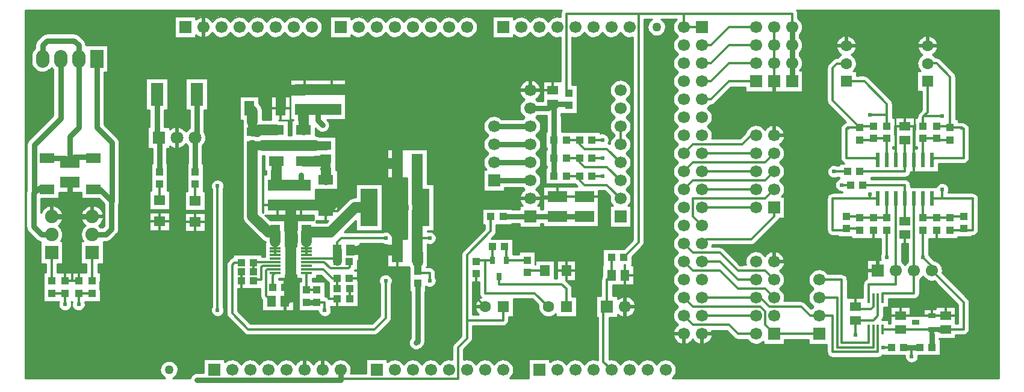
<source format=gbr>
G04 DipTrace 2.4.0.2*
%INTop.gbr*%
%MOIN*%
%ADD13C,0.03*%
%ADD14C,0.012*%
%ADD15C,0.013*%
%ADD16C,0.0551*%
%ADD17C,0.06*%
%ADD18C,0.0512*%
%ADD19C,0.0394*%
%ADD20C,0.0118*%
%ADD21C,0.0256*%
%ADD22C,0.01*%
%ADD23C,0.02*%
%ADD25R,0.0433X0.0394*%
%ADD26R,0.0512X0.0591*%
%ADD27R,0.063X0.1063*%
%ADD28R,0.0394X0.0433*%
%ADD29R,0.0591X0.0512*%
%ADD30R,0.1063X0.063*%
%ADD32R,0.0551X0.0827*%
%ADD33R,0.0827X0.0551*%
%ADD34R,0.063X0.0551*%
%ADD35R,0.0551X0.063*%
%ADD37C,0.05*%
%ADD38R,0.0669X0.0669*%
%ADD39C,0.0669*%
%ADD40R,0.0709X0.0709*%
%ADD41C,0.0709*%
%ADD42R,0.063X0.063*%
%ADD43C,0.063*%
%ADD44R,0.0748X0.0984*%
%ADD45O,0.0748X0.0984*%
%ADD46R,0.0953X0.2102*%
%ADD48R,0.0256X0.0413*%
%ADD49R,0.0748X0.0748*%
%ADD50C,0.0748*%
%ADD51R,0.0709X0.126*%
%ADD53R,0.063X0.0118*%
%ADD54R,0.0413X0.0256*%
%ADD55R,0.0236X0.0787*%
%ADD56R,0.0157X0.0551*%
%ADD57C,0.024*%
%FSLAX44Y44*%
G04*
G70*
G90*
G75*
G01*
%LNTop*%
%LPD*%
X3500Y18250D2*
D13*
Y19000D1*
X3250Y19250D1*
X1750D1*
X1500Y19000D1*
Y18250D1*
X3500D2*
Y14437D1*
X3000Y13937D1*
Y12500D1*
X26331Y9500D2*
D14*
X26312D1*
Y8687D1*
X25000Y7375D1*
Y3750D1*
Y2750D1*
X24500Y2250D1*
Y500D1*
X18000D1*
Y1000D1*
X27000Y4500D2*
Y3750D1*
X25000D1*
X10062Y437D2*
D13*
X18000D1*
Y1000D1*
X22272Y5790D2*
Y2585D1*
X22187Y2500D1*
X1750Y12750D2*
X2750D1*
X3000Y12500D1*
Y12563D1*
X3250Y12812D1*
X4250D1*
X4312Y12750D1*
X45750Y11250D2*
D15*
X46250D1*
X7978Y11960D2*
D13*
Y13835D1*
X7937Y13875D1*
X14437Y12562D2*
D16*
Y11987D1*
D17*
Y11813D1*
Y11312D1*
X14500Y11250D1*
X15810D1*
X15821Y11239D1*
X16125Y4750D2*
D13*
X16686D1*
Y4749D1*
X15821Y11239D2*
Y11813D1*
X11187Y11187D2*
D15*
Y4312D1*
X17125D2*
Y4749D1*
X16686D1*
X7835Y16273D2*
D13*
Y13977D1*
X7937Y13875D1*
X50081Y2250D2*
X49638D1*
X49169D1*
X43000Y20000D2*
Y19000D1*
Y18000D1*
Y17000D1*
X38000Y20000D2*
D14*
X37000D1*
X30665Y16335D2*
X30500Y16500D1*
Y20750D1*
X34500D1*
X37000D1*
Y20671D1*
Y20000D1*
Y20671D2*
X37079Y20750D1*
X43000D1*
Y20000D1*
X33669Y7250D2*
X34500Y8080D1*
Y20750D1*
X49638Y2250D2*
D15*
X49625Y2237D1*
Y1750D1*
X45312Y12000D2*
X46081D1*
X9960Y11960D2*
D13*
Y13853D1*
X9937Y13875D1*
X15937Y14295D2*
D16*
Y14870D1*
D17*
Y15375D1*
X16000Y15438D1*
X16739D1*
X17500D1*
X16739D2*
D13*
Y14823D1*
X17000Y14562D1*
X10040Y16273D2*
Y13977D1*
X9937Y13875D1*
X38000Y19000D2*
D15*
X38500D1*
X39500Y20000D1*
X41000D1*
X37000Y13000D2*
X37500Y13500D1*
X40250D1*
X40750Y14000D1*
X41000D1*
Y13000D2*
X38000D1*
X37000Y12000D2*
X37500Y12500D1*
X41500D1*
X42000Y13000D1*
X41000Y12000D2*
X38000D1*
X37000Y11000D2*
X37500Y11500D1*
X41500D1*
X42000Y12000D1*
X41000Y11000D2*
X38000D1*
X41000Y10000D2*
X38000D1*
X42000Y11000D2*
X41500Y10500D1*
X37500D1*
Y9500D1*
X38000Y9000D1*
X37000Y8000D2*
X37500Y7500D1*
X39000D1*
X40000Y6500D1*
X41500D1*
X42000Y6000D1*
X38000Y8000D2*
X38250Y8250D1*
X40750D1*
X42000Y9500D1*
Y10000D1*
X37000Y7000D2*
X37500Y6500D1*
X39000D1*
X40000Y5500D1*
X41500D1*
X42000Y5000D1*
X38000Y7000D2*
X39000D1*
X40000Y6000D1*
X41000D1*
X47250Y3250D2*
Y2500D1*
X45750D1*
Y6000D1*
X44500D1*
X47250Y4982D2*
Y5750D1*
X48750D1*
Y6500D1*
Y10500D2*
Y6500D1*
X48018Y4982D2*
X48000Y5000D1*
Y5250D1*
X49750D1*
Y6500D1*
Y10500D2*
Y6500D1*
X2000Y9500D2*
D13*
X3000D1*
X4250D1*
X3000Y11398D2*
Y9500D1*
X2750Y5919D2*
D15*
X3136D1*
X3500D1*
X3136D2*
Y9364D1*
X3000Y9500D1*
X28500Y16500D2*
X29748D1*
X29750Y16498D1*
X28500Y10500D2*
X29898D1*
X30000Y10602D1*
X31500D1*
X33750Y6250D2*
Y4500D1*
X26016D2*
X25500Y5016D1*
Y6331D1*
X49750Y12626D2*
Y14500D1*
X49250D1*
X48750Y12626D2*
Y14500D1*
X49250D1*
X42000Y20000D2*
Y19000D1*
Y18000D1*
Y17000D1*
X49250Y8502D2*
Y7937D1*
X47500D2*
Y8750D1*
X51063Y7937D2*
X51000Y8000D1*
Y8750D1*
X49187Y15188D2*
X49250Y15125D1*
Y14500D1*
X49000Y3998D2*
Y4687D1*
X46500Y5062D2*
Y4500D1*
X51500Y3998D2*
X50750D1*
X49000D1*
X46500Y4500D2*
X46625Y4375D1*
X47375D1*
X47506Y4506D1*
Y4982D1*
X14500Y10148D2*
D17*
X15258Y10136D1*
X15821D1*
X15258Y7063D2*
Y10136D1*
X17187Y9812D2*
D16*
Y9875D1*
D17*
X16937Y10125D1*
X15832D1*
X15821Y10136D1*
X17187Y9812D2*
D16*
X17595Y10220D1*
D17*
X18375Y11000D1*
Y12375D1*
X18437Y12437D1*
X21148D1*
Y7500D1*
X18561Y7625D2*
D18*
X19008D1*
X19116D1*
D17*
X21023D1*
X21148Y7500D1*
X18482Y6063D2*
D15*
X19062D1*
Y7571D1*
X19008Y7625D1*
X12518Y6437D2*
Y5937D1*
X15258Y7063D2*
D17*
Y5901D1*
D19*
X15192Y5836D1*
X14919Y5562D1*
X15192Y5836D2*
D17*
Y5086D1*
D18*
X14919Y4812D1*
X12518Y5937D2*
D15*
Y4732D1*
X13437Y3812D1*
X14937D1*
Y4794D1*
X14919Y4812D1*
X14679Y15509D2*
D16*
Y16500D1*
D17*
X15960D1*
X16000Y16540D1*
X17500D1*
X20898D1*
X21148Y16290D1*
Y12437D1*
X17831Y4937D2*
D15*
Y3812D1*
X14937D1*
X17831D2*
X19062D1*
Y6063D1*
X2750Y5250D2*
X2000D1*
X2750Y4625D2*
Y5250D1*
X2000Y8500D2*
D13*
X1437D1*
X1000Y8938D1*
Y10813D1*
X1034Y10847D1*
X1125Y10937D1*
X1188D1*
X1312Y11062D1*
X1705D1*
X1750Y11018D1*
X1034Y10847D2*
Y13472D1*
X2500Y14938D1*
Y18250D1*
X27085Y7835D2*
D15*
X27171Y7748D1*
Y7077D1*
X28335Y7085D2*
X27171Y7077D1*
X44500Y3000D2*
X42000D1*
X37000Y5000D2*
X37500Y4500D1*
X41250D1*
X41500Y4250D1*
Y3500D1*
X42000Y3000D1*
X47762Y3250D2*
X47750Y3238D1*
Y2000D1*
X45250D1*
Y4000D1*
X44500D1*
X41000Y5000D2*
X38000D1*
X41000D2*
X41250D1*
X41750Y4500D1*
X43500D1*
X44000Y4000D1*
X44500D1*
X14391Y7359D2*
D20*
Y7556D1*
Y7752D1*
Y8111D1*
D17*
Y8609D1*
D16*
X14375Y8625D1*
X14000D1*
D17*
X13125Y9500D1*
Y13438D1*
D18*
X13720D1*
D17*
X16592Y13437D1*
D18*
X17187D1*
X13125Y14186D2*
X13373D1*
D17*
X13500Y14312D1*
X14420D1*
D16*
X14437Y14295D1*
X13125Y14186D2*
D18*
Y14741D1*
D17*
Y15330D1*
D16*
X12946Y15509D1*
X30500Y13750D2*
D15*
X31250D1*
Y13500D1*
X31500Y13250D1*
X32750D1*
X33500Y12500D1*
X30500Y12750D2*
X31250D1*
Y12500D1*
X31500Y12250D1*
X32750D1*
X33500Y11500D1*
X30500Y11750D2*
X31250D1*
Y11500D1*
X31500Y11250D1*
X32750D1*
X33500Y10500D1*
X7978Y11290D2*
Y10403D1*
X7972D1*
X16124Y6374D2*
D20*
Y6250D1*
D15*
Y5420D1*
X16125Y5419D1*
X16686D1*
X46500Y3752D2*
X46502Y3750D1*
X47500D1*
X47762Y4012D1*
Y4982D1*
X48500Y2250D2*
X48062D1*
X46500Y2937D2*
Y3752D1*
X48250Y9419D2*
X47500D1*
X46750D1*
X46669Y9500D1*
X46000D1*
X48250Y10500D2*
Y9419D1*
X50250D2*
X51000D1*
X51750D1*
X51829Y9498D1*
X52500D1*
X50250Y9419D2*
Y10500D1*
X48250Y13831D2*
Y12626D1*
Y13831D2*
X47500D1*
X47419Y13750D1*
X46750D1*
X50250Y13831D2*
X51000D1*
X51081Y13750D1*
X51750D1*
X50250Y13831D2*
Y12626D1*
X4250Y7500D2*
Y5919D1*
X33500Y14500D2*
Y13500D1*
X16124Y7359D2*
D20*
Y7556D1*
Y7752D1*
Y8111D1*
D17*
Y8609D1*
D16*
X16107Y8625D1*
D17*
X17437D1*
X18812Y10000D1*
X19587D1*
X9937Y10369D2*
D15*
Y11268D1*
X9960Y11290D1*
X49250Y9250D2*
Y10500D1*
X46919Y11250D2*
X49250D1*
Y10500D1*
X46750Y12000D2*
X49250D1*
Y12626D1*
Y13752D1*
X50750Y3250D2*
D21*
X51107D1*
D13*
X51500D1*
X50750D2*
D21*
Y2972D1*
D13*
Y2250D1*
Y6500D2*
D15*
X52500Y4750D1*
Y3250D1*
X51500D1*
X50750D2*
X49000D1*
X48018D1*
X50250Y8750D2*
Y7250D1*
X50750Y6750D1*
Y6500D1*
X48250Y8750D2*
Y7250D1*
X30500Y4500D2*
Y5500D1*
X30250Y5750D1*
X26797D1*
Y6171D1*
X17812Y6063D2*
X17562D1*
X17062Y6562D1*
X16132D1*
D20*
X16124Y6571D1*
X17812Y6063D2*
D15*
Y5518D1*
X17831Y5500D1*
X14391Y6768D2*
D20*
X14011D1*
D15*
X13706D1*
X13625Y6688D1*
Y6000D1*
X13250D1*
X13187Y5937D1*
X22250Y12437D2*
D17*
Y10188D1*
X22437Y10000D1*
X22250Y7500D2*
Y8312D1*
Y9812D1*
X22437Y10000D1*
X22272Y6460D2*
D19*
Y6976D1*
D17*
Y7478D1*
X22250Y7500D1*
X17812Y7625D2*
D18*
Y7030D1*
D19*
Y7000D1*
X16124Y7162D2*
D20*
X16504D1*
D15*
X17651D1*
X17812Y7000D1*
Y7625D2*
Y8062D1*
X18062Y8312D1*
X20500D1*
X22937D2*
X22250D1*
X12518Y6937D2*
X12125D1*
X12000Y6812D1*
Y4125D1*
X12875Y3250D1*
X19875D1*
X20500Y3875D1*
Y5937D1*
X22937D2*
Y6375D1*
X22357D1*
X22272Y6460D1*
X28335Y6415D2*
X28419Y6500D1*
X29319D1*
X16124Y6965D2*
D20*
X16504D1*
D15*
X17098D1*
X17437Y6625D1*
X18438D1*
X18500Y6687D1*
Y6982D1*
X18482Y7000D1*
X14391Y6571D2*
D20*
X14011D1*
D15*
X13946D1*
X13875Y6500D1*
Y5108D1*
X14171Y4812D1*
X14250Y5562D2*
Y6233D1*
X14304Y6287D1*
D20*
X14391Y6374D1*
Y6965D2*
X14011D1*
D15*
X13215D1*
X13187Y6937D1*
Y6437D1*
X18500Y4937D2*
Y5500D1*
X15937Y12563D2*
D16*
X16651D1*
D17*
X17061D1*
D18*
X17187Y12689D1*
Y12134D1*
D17*
Y12120D1*
D16*
Y11545D1*
X2000Y7500D2*
D15*
Y5919D1*
X25500Y7000D2*
X25577Y7077D1*
X26000D1*
X26423D1*
X26415Y7085D1*
Y7835D1*
X29516Y4500D2*
X28766Y5250D1*
X26000D1*
Y7077D1*
X3500Y5250D2*
X4250D1*
X3500Y4625D2*
Y5250D1*
X4312Y11018D2*
D13*
X4670D1*
X5312Y10375D1*
Y8812D1*
X5000Y8500D1*
X4250D1*
X5312Y10375D2*
X5348Y10339D1*
Y13589D1*
X4500Y14437D1*
Y18250D1*
X38000Y16000D2*
D15*
X38500D1*
X39500Y17000D1*
X41000D1*
X38000D2*
X38500D1*
X39500Y18000D1*
X41000D1*
X47506Y3250D2*
X47500Y3244D1*
Y2250D1*
X45500D1*
Y5000D1*
X44500D1*
X37000Y4000D2*
X37500Y3500D1*
X39500D1*
X40000Y3000D1*
X41000D1*
Y4000D2*
X38000D1*
X31500Y9500D2*
D13*
X30000D1*
X28500D1*
X27000D1*
X26500Y13500D2*
X28500D1*
X26500Y14500D2*
X28500D1*
X26500Y12500D2*
X28500D1*
X26500Y11500D2*
X28500D1*
Y15500D2*
X29500D1*
X29750Y15750D1*
X30581D1*
X30665Y15665D1*
X29750Y15750D2*
X29831Y15669D1*
Y13750D1*
Y12750D1*
Y11750D1*
X33000Y7250D2*
D15*
X33002Y7248D1*
Y6250D1*
X32750Y5998D1*
Y4500D1*
X33000Y1000D2*
D14*
X32562Y1438D1*
Y4500D1*
X32750D1*
X46750Y8750D2*
D15*
X46669Y8831D1*
X46000D1*
X45919Y8750D1*
X45250D1*
Y10500D1*
X47293D1*
X47750D1*
X48250Y14500D2*
Y15125D1*
Y15750D1*
X47000Y17000D1*
X46000D1*
X47293Y10500D2*
X47312Y10519D1*
Y10750D1*
Y15125D2*
X48250D1*
X46750Y14419D2*
X46831Y14500D1*
X47500D1*
X47750Y12626D2*
X47626Y12750D1*
X46000D1*
Y14375D1*
X46125D1*
X46081Y14419D1*
X46750D1*
X45250Y15919D1*
Y17750D1*
X45484Y17984D1*
X46000D1*
X52500Y8829D2*
X52421Y8750D1*
X51750D1*
X52500Y8829D2*
X52579Y8750D1*
X53000D1*
Y10500D1*
X51291D1*
X50750D1*
X50250Y14500D2*
Y15014D1*
X50299Y15063D1*
X50500Y15264D1*
Y17000D1*
X51291Y10500D2*
X51312Y10521D1*
Y11000D1*
Y15063D2*
X50299D1*
X51750Y14419D2*
X51669Y14500D1*
X51000D1*
X50750Y12626D2*
X50874Y12750D1*
X52500D1*
Y14375D1*
X52375D1*
X52419Y14419D1*
X51750D1*
X50500Y17984D2*
X50516Y18000D1*
X51000D1*
X51750Y17250D1*
Y14419D1*
X38000Y18000D2*
X38500D1*
X39500Y19000D1*
X41000D1*
X31919Y11750D2*
X32500D1*
X31919Y12750D2*
X32500D1*
X31919Y13750D2*
X32500D1*
D57*
X10062Y437D3*
X22187Y2500D3*
X45750Y11250D3*
X15821Y11813D3*
X11187Y11187D3*
Y4312D3*
X17125D3*
X14437Y11813D3*
X49625Y1750D3*
X45312Y12000D3*
X17000Y14562D3*
X49250Y7937D3*
X47500D3*
X51063D3*
X49250D3*
X49187Y15188D3*
X49250Y7937D3*
X49000Y4687D3*
X46500Y5062D3*
X2750Y4625D3*
X48062Y2250D3*
X46500Y2937D3*
X48250Y7250D3*
X50250D3*
X20500Y8312D3*
X22937D3*
X20500Y5937D3*
X22937D3*
X3500Y4625D3*
X47312Y10750D3*
Y15125D3*
X51312Y11000D3*
Y15063D3*
X32500Y11750D3*
Y12750D3*
Y13750D3*
X23625Y17937D3*
Y17437D3*
Y16937D3*
Y16437D3*
Y15937D3*
Y15437D3*
Y14937D3*
Y14437D3*
Y13937D3*
Y13437D3*
Y12937D3*
Y12437D3*
Y11937D3*
Y11437D3*
Y10937D3*
Y10437D3*
Y9937D3*
Y9437D3*
Y8937D3*
Y8437D3*
Y7937D3*
Y7437D3*
Y6937D3*
Y6437D3*
Y5937D3*
Y5437D3*
Y4937D3*
Y4437D3*
Y3937D3*
Y3437D3*
X24125Y17937D3*
Y17437D3*
Y16937D3*
Y16437D3*
Y15937D3*
Y15437D3*
Y14937D3*
Y14437D3*
Y13937D3*
Y13437D3*
Y12937D3*
Y12437D3*
Y11937D3*
Y11437D3*
Y10937D3*
Y10437D3*
Y9937D3*
Y9437D3*
Y8937D3*
Y8437D3*
Y7937D3*
Y7437D3*
Y6937D3*
X6062Y19937D3*
Y19437D3*
Y18937D3*
Y18437D3*
Y17937D3*
Y17437D3*
Y16937D3*
Y16437D3*
Y15937D3*
Y15437D3*
Y14937D3*
Y14437D3*
Y13937D3*
Y13437D3*
Y12937D3*
Y12437D3*
Y11937D3*
Y11437D3*
Y10937D3*
Y10437D3*
Y9937D3*
Y9437D3*
Y8937D3*
Y8437D3*
Y7937D3*
Y7437D3*
Y6937D3*
Y6437D3*
Y5937D3*
Y5437D3*
Y4937D3*
Y4437D3*
X15062Y7500D3*
X15437D3*
X15062Y7250D3*
X15437D3*
X15062Y7000D3*
X15437D3*
X15062Y6750D3*
X15437D3*
X24125Y6437D3*
Y5937D3*
Y5437D3*
Y4937D3*
Y4437D3*
Y3937D3*
Y3437D3*
X24625Y17937D3*
Y17437D3*
Y16937D3*
Y16437D3*
Y15937D3*
Y15437D3*
Y14937D3*
Y14437D3*
Y13937D3*
Y13437D3*
Y12937D3*
Y12437D3*
Y11937D3*
Y11437D3*
Y10937D3*
X43062Y11938D3*
Y11438D3*
Y10938D3*
Y10438D3*
Y9938D3*
Y9438D3*
Y8938D3*
Y8438D3*
Y7938D3*
Y7438D3*
X43562Y11938D3*
X24625Y10437D3*
X43562Y11438D3*
X25062Y2000D3*
X25562D3*
X26062D3*
X26562D3*
X27062D3*
X27562D3*
X28062D3*
X28562D3*
X29062D3*
X29562D3*
X30062D3*
X30562D3*
X31062D3*
X31562D3*
X32062D3*
X24625Y9937D3*
X33062Y2000D3*
X33562D3*
X34062D3*
X34562D3*
X35062D3*
X35562D3*
X36062D3*
X36562D3*
X37062D3*
X37562D3*
X8937Y17313D3*
Y16813D3*
Y16312D3*
Y15813D3*
Y15313D3*
X24625Y9437D3*
X43562Y10938D3*
Y10438D3*
Y9938D3*
X6625Y18938D3*
X11625Y17250D3*
X7125Y18938D3*
X12125Y17250D3*
X7625Y18938D3*
X12625Y17250D3*
X8125Y18938D3*
X13125Y17250D3*
X8625Y18938D3*
X13625Y17250D3*
X9125Y18938D3*
X14125Y17250D3*
X9625Y18938D3*
X14625Y17250D3*
X10125Y18938D3*
X15125Y17250D3*
X10625Y18938D3*
X15625Y17250D3*
X11125Y18938D3*
X16125Y17250D3*
X11625Y18938D3*
X16625Y17250D3*
X12125Y18938D3*
X17125Y17250D3*
X12625Y18938D3*
X17625Y17250D3*
X13125Y18938D3*
X18125Y17250D3*
X13625Y18938D3*
X18625Y17250D3*
X14125Y18938D3*
X19125Y17250D3*
X14625Y18938D3*
X19625Y17250D3*
X15125Y18938D3*
X20125Y17250D3*
X15625Y18938D3*
X20625Y17250D3*
X16125Y18938D3*
X21125Y17250D3*
X16625Y18938D3*
X21625Y17250D3*
X53375Y20187D3*
Y19687D3*
Y19187D3*
Y18687D3*
X18125Y18938D3*
Y18438D3*
X18625Y18938D3*
Y18438D3*
X19125Y18938D3*
Y18438D3*
X19625Y18938D3*
Y18438D3*
X20125Y18938D3*
Y18438D3*
X20625Y18938D3*
Y18438D3*
X21125Y18938D3*
Y18438D3*
X21625Y18938D3*
Y18438D3*
X22125Y18938D3*
Y18438D3*
X22625Y18938D3*
Y18438D3*
X23125Y18938D3*
Y18438D3*
X23625Y18938D3*
Y18438D3*
X24125Y18938D3*
Y18438D3*
X24625Y18938D3*
Y18438D3*
X25125Y18938D3*
Y18438D3*
X25625Y18938D3*
Y18438D3*
X26125Y18938D3*
Y18438D3*
X26625Y18938D3*
Y18438D3*
X27125Y18938D3*
Y18438D3*
X27625Y18938D3*
Y18438D3*
X28125Y18938D3*
Y18438D3*
X28625Y18938D3*
Y18438D3*
X29125Y18938D3*
Y18438D3*
X29625Y18938D3*
Y18438D3*
X30125Y18938D3*
Y18438D3*
X53375Y18187D3*
Y17687D3*
Y17187D3*
Y16687D3*
Y16187D3*
Y15687D3*
Y15187D3*
Y14687D3*
Y14187D3*
Y13687D3*
Y13187D3*
Y12687D3*
Y12187D3*
Y11687D3*
Y11187D3*
Y10687D3*
Y10187D3*
Y9687D3*
Y9187D3*
Y8687D3*
Y8187D3*
Y7687D3*
Y7187D3*
Y6687D3*
Y6187D3*
Y5687D3*
Y5187D3*
Y4687D3*
Y4187D3*
Y3687D3*
Y3187D3*
Y2687D3*
Y2187D3*
Y1687D3*
Y1187D3*
X53875Y20187D3*
Y19687D3*
Y19187D3*
Y18687D3*
Y18187D3*
Y17687D3*
Y17187D3*
Y16687D3*
Y16187D3*
Y15687D3*
Y15187D3*
Y14687D3*
Y14187D3*
Y13687D3*
Y13187D3*
Y12687D3*
Y12187D3*
Y11687D3*
Y11187D3*
Y10687D3*
Y10187D3*
Y9687D3*
Y9187D3*
Y8687D3*
Y8187D3*
Y7687D3*
Y7187D3*
Y6687D3*
Y6187D3*
Y5687D3*
Y5187D3*
Y4687D3*
Y4187D3*
Y3687D3*
Y3187D3*
Y2687D3*
Y2187D3*
Y1687D3*
Y1187D3*
X36062Y10500D3*
Y10000D3*
Y9500D3*
Y9000D3*
Y8500D3*
Y8000D3*
Y7500D3*
Y7000D3*
Y6500D3*
Y6000D3*
Y5500D3*
Y5000D3*
Y4500D3*
Y4000D3*
Y3500D3*
Y3000D3*
Y2500D3*
X43562Y9438D3*
Y8938D3*
Y8438D3*
Y7938D3*
Y7438D3*
X44062Y11938D3*
Y11438D3*
Y10938D3*
Y10438D3*
Y9938D3*
Y9438D3*
Y8938D3*
Y8438D3*
Y7938D3*
Y7438D3*
X44562Y11938D3*
Y11438D3*
Y10938D3*
Y10438D3*
Y9938D3*
Y9438D3*
Y8938D3*
Y8438D3*
Y7938D3*
Y7438D3*
X24625Y8937D3*
Y8437D3*
Y7937D3*
Y7437D3*
Y6937D3*
Y6437D3*
Y5937D3*
Y5437D3*
X37062Y1000D3*
X37562D3*
X38062D3*
X38562D3*
X39062D3*
X39562D3*
X40062D3*
X40562D3*
X41062D3*
X41562D3*
X42062D3*
X42562D3*
X43062D3*
X43562D3*
X44062D3*
X44562D3*
X45062D3*
X45562D3*
X46062D3*
X46562D3*
X47062D3*
X47562D3*
X48062D3*
X48562D3*
X49062D3*
X44375Y20187D3*
X50062Y1000D3*
X50562D3*
X51062D3*
X51562D3*
X52062D3*
X52562D3*
X53062D3*
X44875Y20187D3*
X45375D3*
X45875D3*
X46375D3*
X46875D3*
X47375D3*
X47875D3*
X48375D3*
X48875D3*
X49375D3*
X49875D3*
X50375D3*
X50875D3*
X51375D3*
X51875D3*
X52375D3*
X52875D3*
X24625Y4937D3*
Y4437D3*
Y3937D3*
Y3437D3*
X14250Y9437D3*
X14750D3*
X15250D3*
X15750D3*
X16250D3*
X20750Y11000D3*
Y10500D3*
Y10000D3*
X27750Y8437D3*
Y7937D3*
X28250Y8437D3*
Y7937D3*
X28750Y8437D3*
Y7937D3*
X29250Y8437D3*
Y7937D3*
X29750Y8437D3*
Y7937D3*
X30250Y8437D3*
Y7937D3*
X30750Y8437D3*
Y7937D3*
X31250Y8437D3*
Y7937D3*
X31750Y8437D3*
Y7937D3*
X32250Y8437D3*
Y7937D3*
X32750Y8437D3*
Y7937D3*
X33250Y8437D3*
Y7937D3*
X33750Y8437D3*
Y7937D3*
X31000Y18938D3*
Y18438D3*
X31500Y18938D3*
Y18438D3*
X32000Y18938D3*
Y18438D3*
X32500Y18938D3*
Y18438D3*
X33000Y18938D3*
Y18438D3*
X33500Y18938D3*
Y18438D3*
X34000Y18938D3*
Y18438D3*
X20750Y9500D3*
Y9000D3*
X21250Y11000D3*
Y10500D3*
Y10000D3*
Y9500D3*
Y9000D3*
X8500Y2625D3*
X9000D3*
X9500D3*
X10000D3*
X10500D3*
X11000D3*
X11500D3*
X12000D3*
X12500D3*
X13000D3*
X13500D3*
X14000D3*
X14500D3*
X15000D3*
X15500D3*
X16000D3*
X16500D3*
X17000D3*
X17500D3*
X18000D3*
X18500D3*
X18625Y16750D3*
Y16250D3*
Y15750D3*
Y15250D3*
Y14750D3*
Y14250D3*
Y13750D3*
Y13250D3*
Y12750D3*
Y12250D3*
Y11750D3*
X12125Y16750D3*
Y16250D3*
Y15750D3*
Y15250D3*
X13187Y3687D3*
X13687D3*
X12125Y13750D3*
Y13250D3*
Y12750D3*
Y12250D3*
Y10750D3*
Y10250D3*
Y9750D3*
Y9250D3*
Y8750D3*
Y8250D3*
Y7750D3*
X14187Y3687D3*
X14687D3*
X15187D3*
X15687D3*
X16187D3*
X16687D3*
X17187D3*
X17687D3*
X18187D3*
X18687D3*
X19187D3*
X19687D3*
X560Y20851D2*
D22*
X30192D1*
X43308D2*
X54441D1*
X560Y20753D2*
X30177D1*
X43323D2*
X54441D1*
X560Y20654D2*
X30177D1*
X43323D2*
X54441D1*
X560Y20555D2*
X8802D1*
X9998D2*
X10195D1*
X10605D2*
X11195D1*
X11605D2*
X12195D1*
X12605D2*
X13195D1*
X13605D2*
X14195D1*
X14605D2*
X15195D1*
X15605D2*
X16195D1*
X16605D2*
X17402D1*
X18598D2*
X18795D1*
X19205D2*
X19795D1*
X20205D2*
X20795D1*
X21205D2*
X21795D1*
X22205D2*
X22795D1*
X23205D2*
X23795D1*
X24205D2*
X24795D1*
X25205D2*
X26402D1*
X27598D2*
X27795D1*
X28205D2*
X28795D1*
X29205D2*
X29795D1*
X43323D2*
X54441D1*
X560Y20457D2*
X8802D1*
X10781D2*
X11019D1*
X11781D2*
X12019D1*
X12781D2*
X13019D1*
X13781D2*
X14019D1*
X14781D2*
X15019D1*
X15781D2*
X16019D1*
X16781D2*
X17402D1*
X19381D2*
X19619D1*
X20381D2*
X20619D1*
X21381D2*
X21619D1*
X22381D2*
X22619D1*
X23381D2*
X23619D1*
X24381D2*
X24619D1*
X25381D2*
X26402D1*
X28381D2*
X28619D1*
X29381D2*
X29619D1*
X43381D2*
X54441D1*
X560Y20358D2*
X8802D1*
X16878D2*
X17402D1*
X25478D2*
X26402D1*
X34823D2*
X35135D1*
X35865D2*
X36522D1*
X43478D2*
X54441D1*
X560Y20259D2*
X8802D1*
X16939D2*
X17402D1*
X25539D2*
X26402D1*
X34823D2*
X35058D1*
X35942D2*
X36461D1*
X43539D2*
X54441D1*
X560Y20160D2*
X8802D1*
X16976D2*
X17402D1*
X25576D2*
X26402D1*
X34823D2*
X35013D1*
X35987D2*
X36424D1*
X43576D2*
X54441D1*
X560Y20062D2*
X8802D1*
X16995D2*
X17402D1*
X25595D2*
X26402D1*
X34823D2*
X34989D1*
X36011D2*
X36405D1*
X43595D2*
X54441D1*
X560Y19963D2*
X8802D1*
X16997D2*
X17402D1*
X25597D2*
X26402D1*
X34823D2*
X34988D1*
X36012D2*
X36403D1*
X43597D2*
X54441D1*
X560Y19864D2*
X8802D1*
X16983D2*
X17402D1*
X25583D2*
X26402D1*
X34823D2*
X35005D1*
X35995D2*
X36417D1*
X43583D2*
X54441D1*
X560Y19766D2*
X8802D1*
X16950D2*
X17402D1*
X25550D2*
X26402D1*
X34823D2*
X35044D1*
X35956D2*
X36450D1*
X43550D2*
X54441D1*
X560Y19667D2*
X8802D1*
X16895D2*
X17402D1*
X25495D2*
X26402D1*
X34823D2*
X35111D1*
X35889D2*
X36505D1*
X43495D2*
X54441D1*
X560Y19568D2*
X1491D1*
X3509D2*
X8802D1*
X10811D2*
X10989D1*
X11811D2*
X11989D1*
X12811D2*
X12989D1*
X13811D2*
X13989D1*
X14811D2*
X14989D1*
X15811D2*
X15989D1*
X16811D2*
X17402D1*
X19411D2*
X19589D1*
X20411D2*
X20589D1*
X21411D2*
X21589D1*
X22411D2*
X22589D1*
X23411D2*
X23589D1*
X24411D2*
X24589D1*
X25411D2*
X26402D1*
X28411D2*
X28589D1*
X29411D2*
X29589D1*
X31411D2*
X31589D1*
X32411D2*
X32589D1*
X33411D2*
X33589D1*
X34823D2*
X35230D1*
X35770D2*
X36589D1*
X43414D2*
X54441D1*
X560Y19470D2*
X1389D1*
X3611D2*
X8802D1*
X9998D2*
X10135D1*
X10665D2*
X11135D1*
X11665D2*
X12135D1*
X12665D2*
X13135D1*
X13665D2*
X14135D1*
X14665D2*
X15135D1*
X15665D2*
X16135D1*
X16665D2*
X17402D1*
X18598D2*
X18735D1*
X19265D2*
X19735D1*
X20265D2*
X20735D1*
X21265D2*
X21735D1*
X22265D2*
X22735D1*
X23265D2*
X23735D1*
X24265D2*
X24735D1*
X25265D2*
X26402D1*
X27598D2*
X27735D1*
X28265D2*
X28735D1*
X29265D2*
X29735D1*
X31265D2*
X31735D1*
X32265D2*
X32735D1*
X33265D2*
X33735D1*
X34823D2*
X36636D1*
X43414D2*
X45720D1*
X46280D2*
X50220D1*
X50780D2*
X54441D1*
X560Y19371D2*
X1289D1*
X3711D2*
X30177D1*
X30823D2*
X34175D1*
X34823D2*
X36533D1*
X43467D2*
X45588D1*
X46412D2*
X50088D1*
X50912D2*
X54441D1*
X560Y19272D2*
X1192D1*
X3808D2*
X30177D1*
X30823D2*
X34175D1*
X34823D2*
X36469D1*
X43531D2*
X45510D1*
X46490D2*
X50010D1*
X50990D2*
X54441D1*
X560Y19174D2*
X1125D1*
X3875D2*
X30177D1*
X30823D2*
X34175D1*
X34823D2*
X36428D1*
X43572D2*
X45460D1*
X46540D2*
X49960D1*
X51040D2*
X54441D1*
X560Y19075D2*
X1094D1*
X3906D2*
X30177D1*
X30823D2*
X34175D1*
X34823D2*
X36406D1*
X43594D2*
X45431D1*
X46569D2*
X49931D1*
X51069D2*
X54441D1*
X560Y18976D2*
X1086D1*
X5137D2*
X30177D1*
X30823D2*
X34175D1*
X34823D2*
X36402D1*
X43598D2*
X45420D1*
X46580D2*
X49920D1*
X51080D2*
X54441D1*
X560Y18878D2*
X1086D1*
X5137D2*
X30177D1*
X30823D2*
X34175D1*
X34823D2*
X36414D1*
X43586D2*
X45428D1*
X46572D2*
X49928D1*
X51072D2*
X54441D1*
X560Y18779D2*
X1016D1*
X5137D2*
X30177D1*
X30823D2*
X34175D1*
X34823D2*
X36444D1*
X43556D2*
X45453D1*
X46547D2*
X49953D1*
X51047D2*
X54441D1*
X560Y18680D2*
X945D1*
X5137D2*
X30177D1*
X30823D2*
X34175D1*
X34823D2*
X36495D1*
X43505D2*
X45500D1*
X46500D2*
X50000D1*
X51000D2*
X54441D1*
X560Y18581D2*
X900D1*
X5137D2*
X30177D1*
X30823D2*
X34175D1*
X34823D2*
X36577D1*
X43423D2*
X45574D1*
X46426D2*
X50074D1*
X50926D2*
X54441D1*
X560Y18483D2*
X872D1*
X5137D2*
X30177D1*
X30823D2*
X34175D1*
X34823D2*
X36653D1*
X43414D2*
X45694D1*
X46306D2*
X50194D1*
X50806D2*
X54441D1*
X560Y18384D2*
X863D1*
X5137D2*
X30177D1*
X30823D2*
X34175D1*
X34823D2*
X36544D1*
X43456D2*
X45586D1*
X46414D2*
X50086D1*
X50914D2*
X54441D1*
X560Y18285D2*
X863D1*
X5137D2*
X30177D1*
X30823D2*
X34175D1*
X34823D2*
X36475D1*
X43525D2*
X45369D1*
X46492D2*
X50008D1*
X51151D2*
X54441D1*
X560Y18187D2*
X863D1*
X5137D2*
X30177D1*
X30823D2*
X34175D1*
X34823D2*
X36431D1*
X43569D2*
X45225D1*
X46542D2*
X49958D1*
X51275D2*
X54441D1*
X560Y18088D2*
X864D1*
X5137D2*
X30177D1*
X30823D2*
X34175D1*
X34823D2*
X36408D1*
X43592D2*
X45127D1*
X46569D2*
X49931D1*
X51373D2*
X54441D1*
X560Y17989D2*
X878D1*
X5137D2*
X30177D1*
X30823D2*
X34175D1*
X34823D2*
X36402D1*
X43598D2*
X45028D1*
X46580D2*
X49920D1*
X51472D2*
X54441D1*
X560Y17891D2*
X910D1*
X5137D2*
X30177D1*
X30823D2*
X34175D1*
X34823D2*
X36411D1*
X43589D2*
X44953D1*
X46572D2*
X49928D1*
X51570D2*
X54441D1*
X560Y17792D2*
X963D1*
X5137D2*
X30177D1*
X30823D2*
X34175D1*
X34823D2*
X36439D1*
X43561D2*
X44924D1*
X46545D2*
X49955D1*
X51669D2*
X54441D1*
X560Y17693D2*
X1041D1*
X1959D2*
X2041D1*
X5137D2*
X30177D1*
X30823D2*
X34175D1*
X34823D2*
X36488D1*
X43512D2*
X44920D1*
X46498D2*
X50002D1*
X51767D2*
X54441D1*
X560Y17595D2*
X1166D1*
X1834D2*
X2086D1*
X5137D2*
X30177D1*
X30823D2*
X34175D1*
X34823D2*
X36563D1*
X43437D2*
X44920D1*
X46425D2*
X50075D1*
X51867D2*
X54441D1*
X560Y17496D2*
X2086D1*
X4914D2*
X30177D1*
X30823D2*
X34175D1*
X34823D2*
X36674D1*
X43598D2*
X44920D1*
X46580D2*
X49920D1*
X51965D2*
X54441D1*
X560Y17397D2*
X2086D1*
X4914D2*
X30177D1*
X30823D2*
X34175D1*
X34823D2*
X36556D1*
X43598D2*
X44920D1*
X46580D2*
X49920D1*
X52042D2*
X54441D1*
X560Y17299D2*
X2086D1*
X4914D2*
X30177D1*
X30823D2*
X34175D1*
X34823D2*
X36483D1*
X43598D2*
X44920D1*
X47122D2*
X49920D1*
X52075D2*
X54441D1*
X560Y17200D2*
X2086D1*
X4914D2*
X30177D1*
X30823D2*
X34175D1*
X34823D2*
X36436D1*
X43598D2*
X44920D1*
X47261D2*
X49920D1*
X52080D2*
X54441D1*
X560Y17101D2*
X2086D1*
X4914D2*
X7217D1*
X8453D2*
X9422D1*
X10658D2*
X15205D1*
X18295D2*
X30177D1*
X30823D2*
X34175D1*
X34823D2*
X36410D1*
X43598D2*
X44920D1*
X47359D2*
X49920D1*
X52080D2*
X54441D1*
X560Y17002D2*
X2086D1*
X4914D2*
X7217D1*
X8453D2*
X9422D1*
X10658D2*
X15205D1*
X18295D2*
X28183D1*
X28817D2*
X29191D1*
X30823D2*
X33183D1*
X33817D2*
X34175D1*
X34823D2*
X36402D1*
X43598D2*
X44920D1*
X47458D2*
X49920D1*
X52080D2*
X54441D1*
X560Y16904D2*
X2086D1*
X4914D2*
X7217D1*
X8453D2*
X9422D1*
X10658D2*
X15205D1*
X18295D2*
X28063D1*
X28937D2*
X29191D1*
X30823D2*
X33063D1*
X33937D2*
X34175D1*
X34823D2*
X36410D1*
X43598D2*
X44920D1*
X47558D2*
X49920D1*
X52080D2*
X54441D1*
X560Y16805D2*
X2086D1*
X4914D2*
X7217D1*
X8453D2*
X9422D1*
X10658D2*
X15205D1*
X18295D2*
X27986D1*
X29014D2*
X29191D1*
X30823D2*
X32986D1*
X34014D2*
X34175D1*
X34823D2*
X36435D1*
X43598D2*
X44920D1*
X47656D2*
X49920D1*
X52080D2*
X54441D1*
X560Y16706D2*
X2086D1*
X4914D2*
X7217D1*
X8453D2*
X9422D1*
X10658D2*
X15205D1*
X18295D2*
X27939D1*
X29061D2*
X29191D1*
X31126D2*
X32939D1*
X34061D2*
X34175D1*
X34823D2*
X36480D1*
X43598D2*
X44920D1*
X47755D2*
X49920D1*
X52080D2*
X54441D1*
X560Y16608D2*
X2086D1*
X4914D2*
X7217D1*
X8453D2*
X9422D1*
X10658D2*
X15205D1*
X18295D2*
X27911D1*
X29089D2*
X29191D1*
X31126D2*
X32911D1*
X34089D2*
X34175D1*
X34823D2*
X36552D1*
X39569D2*
X40402D1*
X43598D2*
X44920D1*
X47853D2*
X49920D1*
X52080D2*
X54441D1*
X560Y16509D2*
X2086D1*
X4914D2*
X7217D1*
X8453D2*
X9422D1*
X10658D2*
X15205D1*
X18295D2*
X27902D1*
X29098D2*
X29191D1*
X31126D2*
X32902D1*
X34098D2*
X34175D1*
X34823D2*
X36666D1*
X39470D2*
X40402D1*
X43598D2*
X44920D1*
X47951D2*
X49920D1*
X52080D2*
X54441D1*
X560Y16410D2*
X2086D1*
X4914D2*
X7217D1*
X8453D2*
X9422D1*
X10658D2*
X15205D1*
X18295D2*
X27908D1*
X29092D2*
X29191D1*
X31126D2*
X32908D1*
X34092D2*
X34175D1*
X34823D2*
X36569D1*
X39372D2*
X44920D1*
X48050D2*
X50170D1*
X52080D2*
X54441D1*
X560Y16312D2*
X2086D1*
X4914D2*
X7217D1*
X8453D2*
X9422D1*
X10658D2*
X15205D1*
X18295D2*
X27933D1*
X29067D2*
X29191D1*
X31126D2*
X32933D1*
X34067D2*
X34175D1*
X34823D2*
X36491D1*
X39273D2*
X44920D1*
X48150D2*
X50170D1*
X52080D2*
X54441D1*
X560Y16213D2*
X2086D1*
X4914D2*
X7217D1*
X8453D2*
X9422D1*
X10658D2*
X15205D1*
X18295D2*
X27977D1*
X29023D2*
X29191D1*
X31126D2*
X32977D1*
X34023D2*
X34175D1*
X34823D2*
X36441D1*
X39173D2*
X44920D1*
X48248D2*
X50170D1*
X52080D2*
X54441D1*
X560Y16114D2*
X2086D1*
X4914D2*
X7217D1*
X8453D2*
X9422D1*
X10658D2*
X12406D1*
X13486D2*
X14139D1*
X18295D2*
X28045D1*
X28955D2*
X29191D1*
X31126D2*
X33045D1*
X33955D2*
X34175D1*
X34823D2*
X36413D1*
X39075D2*
X44920D1*
X48347D2*
X50170D1*
X52080D2*
X54441D1*
X560Y16016D2*
X2086D1*
X4914D2*
X7217D1*
X8453D2*
X9422D1*
X10658D2*
X12406D1*
X13486D2*
X14139D1*
X18295D2*
X28156D1*
X28844D2*
X29191D1*
X31126D2*
X33156D1*
X33844D2*
X34175D1*
X34823D2*
X36402D1*
X38976D2*
X44920D1*
X48445D2*
X50170D1*
X52080D2*
X54441D1*
X560Y15917D2*
X2086D1*
X4914D2*
X7217D1*
X8453D2*
X9422D1*
X10658D2*
X12406D1*
X13486D2*
X14139D1*
X18295D2*
X28075D1*
X28925D2*
X29191D1*
X31126D2*
X33075D1*
X33925D2*
X34175D1*
X34823D2*
X36408D1*
X38878D2*
X44920D1*
X48531D2*
X50170D1*
X52080D2*
X54441D1*
X560Y15818D2*
X2086D1*
X4914D2*
X7217D1*
X8453D2*
X9422D1*
X10658D2*
X12406D1*
X13486D2*
X14139D1*
X18295D2*
X27995D1*
X31126D2*
X32995D1*
X34005D2*
X34175D1*
X34823D2*
X36430D1*
X38780D2*
X44938D1*
X48572D2*
X50170D1*
X52080D2*
X54441D1*
X560Y15720D2*
X2086D1*
X4914D2*
X7217D1*
X8453D2*
X9422D1*
X10658D2*
X12406D1*
X13530D2*
X14139D1*
X18295D2*
X27944D1*
X31126D2*
X32944D1*
X34056D2*
X34175D1*
X34823D2*
X36472D1*
X38662D2*
X44991D1*
X48580D2*
X50170D1*
X52080D2*
X54441D1*
X560Y15621D2*
X2086D1*
X4914D2*
X7217D1*
X8453D2*
X9422D1*
X10658D2*
X12406D1*
X13606D2*
X14139D1*
X18295D2*
X27914D1*
X31126D2*
X32914D1*
X34086D2*
X34175D1*
X34823D2*
X36539D1*
X38461D2*
X45088D1*
X48580D2*
X50170D1*
X52080D2*
X54441D1*
X560Y15522D2*
X2086D1*
X4914D2*
X7217D1*
X8453D2*
X9422D1*
X10658D2*
X12406D1*
X13655D2*
X14139D1*
X18295D2*
X27902D1*
X31126D2*
X32902D1*
X34098D2*
X34175D1*
X34823D2*
X36647D1*
X38353D2*
X45186D1*
X48580D2*
X50170D1*
X52080D2*
X54441D1*
X560Y15423D2*
X2086D1*
X4914D2*
X7217D1*
X8453D2*
X9422D1*
X10658D2*
X12406D1*
X13681D2*
X14139D1*
X18295D2*
X27906D1*
X31126D2*
X32906D1*
X34094D2*
X34175D1*
X34823D2*
X36581D1*
X38419D2*
X45285D1*
X48580D2*
X50170D1*
X52080D2*
X54441D1*
X560Y15325D2*
X2086D1*
X4914D2*
X7422D1*
X8248D2*
X9627D1*
X10453D2*
X12406D1*
X13689D2*
X14139D1*
X18295D2*
X27928D1*
X31126D2*
X32928D1*
X34072D2*
X34175D1*
X34823D2*
X36499D1*
X38501D2*
X45383D1*
X48580D2*
X50100D1*
X52080D2*
X54441D1*
X560Y15226D2*
X2086D1*
X4914D2*
X7422D1*
X8248D2*
X9627D1*
X10453D2*
X12406D1*
X13689D2*
X14139D1*
X18295D2*
X27969D1*
X31126D2*
X32969D1*
X34031D2*
X34175D1*
X34823D2*
X36447D1*
X38553D2*
X45483D1*
X48580D2*
X50002D1*
X52080D2*
X54441D1*
X560Y15127D2*
X2086D1*
X4914D2*
X7422D1*
X8248D2*
X9627D1*
X10453D2*
X12406D1*
X13689D2*
X14139D1*
X18295D2*
X28035D1*
X30245D2*
X33035D1*
X33965D2*
X34175D1*
X34823D2*
X36416D1*
X38584D2*
X45581D1*
X48580D2*
X49942D1*
X52080D2*
X54441D1*
X560Y15029D2*
X2010D1*
X4914D2*
X7422D1*
X8248D2*
X9627D1*
X10453D2*
X12406D1*
X13689D2*
X14139D1*
X18295D2*
X26231D1*
X26769D2*
X28138D1*
X28862D2*
X29417D1*
X30245D2*
X33138D1*
X33862D2*
X34175D1*
X34823D2*
X36402D1*
X38598D2*
X45680D1*
X48580D2*
X49922D1*
X52080D2*
X54441D1*
X560Y14930D2*
X1911D1*
X4914D2*
X7422D1*
X8248D2*
X9627D1*
X10453D2*
X12406D1*
X13689D2*
X14139D1*
X18295D2*
X26088D1*
X26912D2*
X28088D1*
X28912D2*
X29417D1*
X30245D2*
X33088D1*
X33912D2*
X34175D1*
X34823D2*
X36406D1*
X38594D2*
X45778D1*
X52080D2*
X54441D1*
X560Y14831D2*
X1813D1*
X4914D2*
X7422D1*
X8248D2*
X9627D1*
X10453D2*
X12561D1*
X14623D2*
X15375D1*
X17311D2*
X26003D1*
X28997D2*
X29417D1*
X30245D2*
X33003D1*
X33997D2*
X34175D1*
X34823D2*
X36427D1*
X38573D2*
X45877D1*
X52211D2*
X54441D1*
X560Y14733D2*
X1714D1*
X4914D2*
X7422D1*
X8248D2*
X9627D1*
X10453D2*
X12561D1*
X15115D2*
X15260D1*
X17376D2*
X25950D1*
X29050D2*
X29417D1*
X30245D2*
X32950D1*
X34050D2*
X34175D1*
X34823D2*
X36466D1*
X38534D2*
X45975D1*
X52487D2*
X54441D1*
X560Y14634D2*
X1616D1*
X4914D2*
X7422D1*
X8248D2*
X9627D1*
X10453D2*
X12566D1*
X15115D2*
X15260D1*
X17408D2*
X25917D1*
X29083D2*
X29417D1*
X30245D2*
X32917D1*
X34083D2*
X34175D1*
X34823D2*
X36530D1*
X38470D2*
X45803D1*
X52697D2*
X54441D1*
X560Y14535D2*
X1517D1*
X4983D2*
X7422D1*
X8248D2*
X9627D1*
X10453D2*
X12566D1*
X15115D2*
X15260D1*
X17412D2*
X25903D1*
X29097D2*
X29417D1*
X30245D2*
X32903D1*
X34097D2*
X34175D1*
X34823D2*
X36628D1*
X38372D2*
X40745D1*
X41255D2*
X41745D1*
X42255D2*
X45714D1*
X52786D2*
X54441D1*
X560Y14437D2*
X1417D1*
X5083D2*
X7319D1*
X8556D2*
X8694D1*
X9181D2*
X9627D1*
X10453D2*
X12566D1*
X15115D2*
X15260D1*
X17394D2*
X25905D1*
X29095D2*
X29417D1*
X30245D2*
X32905D1*
X34095D2*
X34175D1*
X34823D2*
X36595D1*
X38405D2*
X40595D1*
X41405D2*
X41595D1*
X42405D2*
X45677D1*
X52823D2*
X54441D1*
X560Y14338D2*
X1319D1*
X5181D2*
X7319D1*
X9342D2*
X9533D1*
X10453D2*
X12566D1*
X15115D2*
X15260D1*
X17345D2*
X25924D1*
X29076D2*
X29417D1*
X30245D2*
X32924D1*
X34076D2*
X34175D1*
X34823D2*
X36508D1*
X38492D2*
X40508D1*
X42492D2*
X45670D1*
X52830D2*
X54441D1*
X560Y14239D2*
X1220D1*
X5280D2*
X7319D1*
X10453D2*
X12566D1*
X15115D2*
X15260D1*
X16615D2*
X16749D1*
X17251D2*
X25963D1*
X29037D2*
X29417D1*
X30245D2*
X32963D1*
X34037D2*
X34175D1*
X34823D2*
X36452D1*
X38548D2*
X40452D1*
X42548D2*
X45670D1*
X52830D2*
X54441D1*
X560Y14141D2*
X1122D1*
X5378D2*
X7319D1*
X10495D2*
X12566D1*
X15115D2*
X15260D1*
X16615D2*
X26024D1*
X28976D2*
X29350D1*
X32400D2*
X33024D1*
X33976D2*
X34175D1*
X34823D2*
X36419D1*
X38581D2*
X40419D1*
X42581D2*
X45670D1*
X52830D2*
X54441D1*
X560Y14042D2*
X1024D1*
X5476D2*
X7319D1*
X10533D2*
X12566D1*
X15115D2*
X15260D1*
X16615D2*
X26120D1*
X28880D2*
X29350D1*
X32744D2*
X33120D1*
X33880D2*
X34175D1*
X34823D2*
X36403D1*
X38597D2*
X40331D1*
X42597D2*
X45670D1*
X52830D2*
X54441D1*
X560Y13943D2*
X925D1*
X5575D2*
X7319D1*
X10551D2*
X12566D1*
X17747D2*
X26103D1*
X28897D2*
X29350D1*
X32830D2*
X33103D1*
X33897D2*
X34175D1*
X34823D2*
X36405D1*
X38595D2*
X40233D1*
X42595D2*
X45670D1*
X52830D2*
X54441D1*
X560Y13844D2*
X825D1*
X5672D2*
X7319D1*
X10555D2*
X12566D1*
X17747D2*
X26013D1*
X28987D2*
X29350D1*
X32872D2*
X33013D1*
X33987D2*
X34175D1*
X34823D2*
X36422D1*
X38578D2*
X40133D1*
X42578D2*
X45670D1*
X52830D2*
X54441D1*
X560Y13746D2*
X728D1*
X5731D2*
X7319D1*
X10542D2*
X12566D1*
X17747D2*
X25955D1*
X29045D2*
X29350D1*
X32884D2*
X32955D1*
X34045D2*
X34175D1*
X34823D2*
X36460D1*
X42540D2*
X45670D1*
X52830D2*
X54441D1*
X560Y13647D2*
X661D1*
X5758D2*
X7319D1*
X10511D2*
X12566D1*
X17747D2*
X25920D1*
X29080D2*
X29350D1*
X34080D2*
X34175D1*
X34823D2*
X36519D1*
X42481D2*
X45670D1*
X52830D2*
X54441D1*
X560Y13548D2*
X628D1*
X5762D2*
X7319D1*
X10461D2*
X12566D1*
X17747D2*
X25903D1*
X29097D2*
X29350D1*
X34097D2*
X34175D1*
X34823D2*
X36613D1*
X42387D2*
X45670D1*
X52830D2*
X54441D1*
X560Y13450D2*
X620D1*
X5762D2*
X7319D1*
X9383D2*
X9492D1*
X10383D2*
X12561D1*
X17747D2*
X25903D1*
X29097D2*
X29350D1*
X34097D2*
X34175D1*
X34823D2*
X36611D1*
X42389D2*
X45670D1*
X52830D2*
X54441D1*
X560Y13351D2*
X620D1*
X5762D2*
X7319D1*
X8556D2*
X8619D1*
X9256D2*
X9545D1*
X10373D2*
X12561D1*
X17747D2*
X25920D1*
X29080D2*
X29350D1*
X34080D2*
X34175D1*
X34823D2*
X36517D1*
X42483D2*
X45670D1*
X48580D2*
X48691D1*
X49809D2*
X49920D1*
X52830D2*
X54441D1*
X560Y13252D2*
X620D1*
X5762D2*
X7564D1*
X8392D2*
X9545D1*
X10373D2*
X12561D1*
X17747D2*
X25956D1*
X29044D2*
X29417D1*
X34044D2*
X34175D1*
X34823D2*
X36458D1*
X42542D2*
X45670D1*
X52830D2*
X54441D1*
X560Y13154D2*
X620D1*
X5762D2*
X7564D1*
X8392D2*
X9545D1*
X10373D2*
X12561D1*
X17747D2*
X20569D1*
X22830D2*
X26014D1*
X28986D2*
X29350D1*
X33986D2*
X34175D1*
X34823D2*
X36422D1*
X42578D2*
X45670D1*
X52830D2*
X54441D1*
X560Y13055D2*
X620D1*
X5762D2*
X7564D1*
X8392D2*
X9545D1*
X10373D2*
X12561D1*
X17747D2*
X20569D1*
X22830D2*
X26105D1*
X28895D2*
X29350D1*
X33895D2*
X34175D1*
X34823D2*
X36403D1*
X42597D2*
X45670D1*
X52830D2*
X54441D1*
X560Y12956D2*
X620D1*
X5762D2*
X7564D1*
X8392D2*
X9545D1*
X10373D2*
X12561D1*
X17747D2*
X20569D1*
X22830D2*
X26119D1*
X28881D2*
X29350D1*
X33881D2*
X34175D1*
X34823D2*
X36403D1*
X42597D2*
X45670D1*
X52830D2*
X54441D1*
X560Y12858D2*
X620D1*
X5762D2*
X7564D1*
X8392D2*
X9545D1*
X10373D2*
X12561D1*
X13689D2*
X13760D1*
X17747D2*
X20569D1*
X22830D2*
X26022D1*
X28978D2*
X29350D1*
X33978D2*
X34175D1*
X34823D2*
X36419D1*
X42581D2*
X45670D1*
X52830D2*
X54441D1*
X560Y12759D2*
X620D1*
X5762D2*
X7564D1*
X8392D2*
X9545D1*
X10373D2*
X12561D1*
X13689D2*
X13760D1*
X17747D2*
X20569D1*
X22830D2*
X25961D1*
X29039D2*
X29350D1*
X34039D2*
X34175D1*
X34823D2*
X36453D1*
X42547D2*
X45670D1*
X52830D2*
X54441D1*
X560Y12660D2*
X620D1*
X5762D2*
X7564D1*
X8392D2*
X9545D1*
X10373D2*
X12561D1*
X13689D2*
X13760D1*
X17747D2*
X20569D1*
X22830D2*
X25924D1*
X29076D2*
X29350D1*
X34076D2*
X34175D1*
X34823D2*
X36510D1*
X42490D2*
X45685D1*
X52815D2*
X54441D1*
X560Y12562D2*
X620D1*
X5762D2*
X7564D1*
X8392D2*
X9545D1*
X10373D2*
X12561D1*
X13689D2*
X13760D1*
X17747D2*
X20569D1*
X22830D2*
X25905D1*
X29095D2*
X29350D1*
X34095D2*
X34175D1*
X34823D2*
X36597D1*
X42403D2*
X45733D1*
X52767D2*
X54441D1*
X560Y12463D2*
X620D1*
X5762D2*
X7564D1*
X8392D2*
X9545D1*
X10373D2*
X12561D1*
X13689D2*
X13760D1*
X17747D2*
X20569D1*
X22830D2*
X25903D1*
X29097D2*
X29350D1*
X34097D2*
X34175D1*
X34823D2*
X36627D1*
X42373D2*
X45852D1*
X52648D2*
X54441D1*
X560Y12364D2*
X620D1*
X5762D2*
X7517D1*
X8439D2*
X9499D1*
X10420D2*
X12561D1*
X13689D2*
X13760D1*
X17747D2*
X20569D1*
X22830D2*
X25917D1*
X29083D2*
X29350D1*
X34083D2*
X34175D1*
X34823D2*
X36528D1*
X42472D2*
X45217D1*
X45408D2*
X45600D1*
X51133D2*
X54441D1*
X560Y12265D2*
X620D1*
X5762D2*
X7517D1*
X8439D2*
X9499D1*
X10420D2*
X12561D1*
X13689D2*
X13760D1*
X17747D2*
X20569D1*
X22830D2*
X25950D1*
X29050D2*
X29417D1*
X34050D2*
X34175D1*
X34823D2*
X36464D1*
X42536D2*
X45039D1*
X51133D2*
X54441D1*
X560Y12167D2*
X620D1*
X5762D2*
X7517D1*
X8439D2*
X9499D1*
X10420D2*
X12561D1*
X13689D2*
X13760D1*
X17750D2*
X20569D1*
X22830D2*
X26005D1*
X28995D2*
X29350D1*
X33995D2*
X34175D1*
X34823D2*
X36425D1*
X42575D2*
X44967D1*
X51133D2*
X54441D1*
X560Y12068D2*
X620D1*
X5762D2*
X7517D1*
X8439D2*
X9499D1*
X10420D2*
X12561D1*
X13689D2*
X13760D1*
X17865D2*
X20569D1*
X22830D2*
X25902D1*
X28909D2*
X29350D1*
X33909D2*
X34175D1*
X34823D2*
X36405D1*
X42595D2*
X44935D1*
X51133D2*
X54441D1*
X560Y11969D2*
X620D1*
X5762D2*
X7517D1*
X8439D2*
X9499D1*
X10420D2*
X12561D1*
X13689D2*
X13874D1*
X17865D2*
X20569D1*
X22830D2*
X25902D1*
X28865D2*
X29350D1*
X33865D2*
X34175D1*
X34823D2*
X36402D1*
X42598D2*
X44930D1*
X49578D2*
X54441D1*
X560Y11871D2*
X620D1*
X5762D2*
X7517D1*
X8439D2*
X9499D1*
X10420D2*
X12561D1*
X13689D2*
X13874D1*
X17865D2*
X20569D1*
X22830D2*
X25902D1*
X28967D2*
X29350D1*
X33967D2*
X34175D1*
X34823D2*
X36416D1*
X42584D2*
X44952D1*
X49551D2*
X54441D1*
X560Y11772D2*
X620D1*
X5762D2*
X7517D1*
X8439D2*
X9499D1*
X10420D2*
X12561D1*
X17865D2*
X20569D1*
X22830D2*
X25902D1*
X29031D2*
X29350D1*
X34031D2*
X34175D1*
X34823D2*
X36447D1*
X42553D2*
X45006D1*
X49483D2*
X54441D1*
X560Y11673D2*
X620D1*
X5762D2*
X7517D1*
X8439D2*
X9499D1*
X10420D2*
X12561D1*
X17865D2*
X20569D1*
X22830D2*
X25902D1*
X29072D2*
X29350D1*
X34072D2*
X34175D1*
X34823D2*
X36500D1*
X42500D2*
X45120D1*
X45505D2*
X45600D1*
X47400D2*
X54441D1*
X560Y11575D2*
X620D1*
X5762D2*
X7517D1*
X8439D2*
X9499D1*
X10420D2*
X12561D1*
X17865D2*
X21686D1*
X22814D2*
X25902D1*
X29094D2*
X29350D1*
X34094D2*
X34175D1*
X34823D2*
X36583D1*
X42417D2*
X45555D1*
X47400D2*
X54441D1*
X560Y11476D2*
X620D1*
X5762D2*
X7517D1*
X8439D2*
X9499D1*
X10420D2*
X10939D1*
X11436D2*
X12561D1*
X17865D2*
X21686D1*
X22814D2*
X25902D1*
X29098D2*
X29350D1*
X34098D2*
X34175D1*
X34823D2*
X36644D1*
X42356D2*
X45442D1*
X49484D2*
X54441D1*
X560Y11377D2*
X620D1*
X5762D2*
X7517D1*
X8439D2*
X9499D1*
X10420D2*
X10855D1*
X11520D2*
X12561D1*
X17865D2*
X21686D1*
X22814D2*
X25902D1*
X29086D2*
X29350D1*
X34086D2*
X34175D1*
X34823D2*
X36538D1*
X42462D2*
X45388D1*
X49553D2*
X54441D1*
X560Y11279D2*
X620D1*
X5762D2*
X7517D1*
X8439D2*
X9499D1*
X10420D2*
X10814D1*
X11561D2*
X12561D1*
X17865D2*
X18847D1*
X20328D2*
X21686D1*
X23178D2*
X25902D1*
X29055D2*
X31011D1*
X34055D2*
X34175D1*
X34823D2*
X36472D1*
X42528D2*
X45367D1*
X49578D2*
X51053D1*
X51572D2*
X54441D1*
X560Y11180D2*
X620D1*
X5762D2*
X7517D1*
X8439D2*
X9499D1*
X10420D2*
X10803D1*
X11572D2*
X12561D1*
X17865D2*
X18847D1*
X20328D2*
X21686D1*
X23178D2*
X25902D1*
X29005D2*
X31110D1*
X34005D2*
X34175D1*
X34823D2*
X36430D1*
X42570D2*
X45372D1*
X49580D2*
X50975D1*
X51650D2*
X54441D1*
X560Y11081D2*
X620D1*
X5762D2*
X7517D1*
X8439D2*
X9499D1*
X10420D2*
X10819D1*
X11556D2*
X12561D1*
X17865D2*
X18847D1*
X20328D2*
X21686D1*
X23178D2*
X25902D1*
X27098D2*
X28077D1*
X28923D2*
X29205D1*
X33923D2*
X34175D1*
X34823D2*
X36406D1*
X42594D2*
X45406D1*
X51687D2*
X54441D1*
X560Y10983D2*
X620D1*
X5762D2*
X7517D1*
X8439D2*
X9499D1*
X10420D2*
X10858D1*
X11517D2*
X12561D1*
X16615D2*
X18847D1*
X20328D2*
X21686D1*
X23178D2*
X25902D1*
X27098D2*
X28153D1*
X28847D2*
X29205D1*
X33847D2*
X34175D1*
X34823D2*
X36402D1*
X42598D2*
X45478D1*
X51697D2*
X54441D1*
X5762Y10884D2*
X7392D1*
X8551D2*
X9358D1*
X10517D2*
X10858D1*
X11517D2*
X12561D1*
X16615D2*
X18847D1*
X20328D2*
X21686D1*
X23178D2*
X28044D1*
X28956D2*
X29205D1*
X32295D2*
X32655D1*
X33956D2*
X34175D1*
X34823D2*
X36413D1*
X42587D2*
X45664D1*
X51678D2*
X54441D1*
X2428Y10785D2*
X3635D1*
X5762D2*
X7392D1*
X8551D2*
X9358D1*
X10517D2*
X10858D1*
X11517D2*
X12561D1*
X16615D2*
X18847D1*
X20328D2*
X21686D1*
X23178D2*
X27975D1*
X29025D2*
X29205D1*
X32295D2*
X32753D1*
X34025D2*
X34175D1*
X34823D2*
X36442D1*
X42558D2*
X45097D1*
X53153D2*
X54441D1*
X2428Y10686D2*
X3635D1*
X5762D2*
X7392D1*
X8551D2*
X9358D1*
X10517D2*
X10858D1*
X11517D2*
X12561D1*
X16615D2*
X18847D1*
X20328D2*
X21686D1*
X23178D2*
X27931D1*
X29069D2*
X29205D1*
X32295D2*
X32853D1*
X34069D2*
X34175D1*
X34823D2*
X36492D1*
X42508D2*
X44981D1*
X53269D2*
X54441D1*
X2428Y10588D2*
X3635D1*
X5762D2*
X7392D1*
X8551D2*
X9358D1*
X10517D2*
X10858D1*
X11517D2*
X12561D1*
X16615D2*
X18847D1*
X20328D2*
X21686D1*
X23178D2*
X27908D1*
X29092D2*
X29205D1*
X32295D2*
X32908D1*
X34092D2*
X34175D1*
X34823D2*
X36570D1*
X42598D2*
X44933D1*
X53317D2*
X54441D1*
X2428Y10489D2*
X3635D1*
X5762D2*
X7392D1*
X8551D2*
X9358D1*
X10517D2*
X10858D1*
X11517D2*
X12561D1*
X16615D2*
X18542D1*
X20328D2*
X21686D1*
X23178D2*
X27902D1*
X29098D2*
X29205D1*
X32295D2*
X32902D1*
X34098D2*
X34175D1*
X34823D2*
X36663D1*
X42598D2*
X44920D1*
X53330D2*
X54441D1*
X1414Y10390D2*
X4716D1*
X5762D2*
X7392D1*
X8551D2*
X9358D1*
X10517D2*
X10858D1*
X11517D2*
X12561D1*
X16615D2*
X18410D1*
X20328D2*
X21686D1*
X23178D2*
X27911D1*
X29089D2*
X29205D1*
X32295D2*
X32911D1*
X34089D2*
X34175D1*
X34823D2*
X36550D1*
X42598D2*
X44920D1*
X53330D2*
X54441D1*
X1414Y10292D2*
X4814D1*
X5759D2*
X7392D1*
X8551D2*
X9358D1*
X10517D2*
X10858D1*
X11517D2*
X12561D1*
X17865D2*
X18311D1*
X20328D2*
X21686D1*
X23178D2*
X27939D1*
X29061D2*
X29205D1*
X32295D2*
X32939D1*
X34061D2*
X34175D1*
X34823D2*
X36478D1*
X42598D2*
X44920D1*
X53330D2*
X54441D1*
X1414Y10193D2*
X4899D1*
X5734D2*
X7392D1*
X8551D2*
X9358D1*
X10517D2*
X10858D1*
X11517D2*
X12561D1*
X17865D2*
X18213D1*
X20328D2*
X21686D1*
X23178D2*
X27988D1*
X29012D2*
X29205D1*
X32295D2*
X32988D1*
X34012D2*
X34175D1*
X34823D2*
X36435D1*
X42598D2*
X44920D1*
X53330D2*
X54441D1*
X1414Y10094D2*
X1788D1*
X2212D2*
X4038D1*
X4462D2*
X4899D1*
X5726D2*
X7392D1*
X8551D2*
X9358D1*
X10517D2*
X10858D1*
X11517D2*
X12561D1*
X17865D2*
X18114D1*
X20328D2*
X21694D1*
X23178D2*
X28064D1*
X28936D2*
X29205D1*
X32295D2*
X33064D1*
X33936D2*
X34175D1*
X34823D2*
X36410D1*
X42598D2*
X44920D1*
X53330D2*
X54441D1*
X1414Y9996D2*
X1605D1*
X2395D2*
X3855D1*
X4645D2*
X4899D1*
X5726D2*
X7392D1*
X8551D2*
X9358D1*
X10517D2*
X10858D1*
X11517D2*
X12561D1*
X17865D2*
X18014D1*
X20328D2*
X21697D1*
X23178D2*
X27902D1*
X29098D2*
X29205D1*
X32295D2*
X32902D1*
X34098D2*
X34175D1*
X34823D2*
X36402D1*
X42598D2*
X44920D1*
X53330D2*
X54441D1*
X1414Y9897D2*
X1503D1*
X2497D2*
X3753D1*
X4747D2*
X4899D1*
X5726D2*
X7392D1*
X8551D2*
X9358D1*
X10517D2*
X10858D1*
X11517D2*
X12561D1*
X20328D2*
X21692D1*
X23178D2*
X25850D1*
X32295D2*
X32902D1*
X34098D2*
X34175D1*
X34823D2*
X36411D1*
X42598D2*
X44920D1*
X53330D2*
X54441D1*
X2562Y9798D2*
X3688D1*
X4812D2*
X4899D1*
X5726D2*
X10858D1*
X11517D2*
X12561D1*
X20328D2*
X21686D1*
X23178D2*
X25850D1*
X32295D2*
X32902D1*
X34098D2*
X34175D1*
X34823D2*
X36438D1*
X42598D2*
X44920D1*
X53330D2*
X54441D1*
X2605Y9700D2*
X3645D1*
X5726D2*
X7392D1*
X8551D2*
X9358D1*
X10517D2*
X10858D1*
X11517D2*
X12561D1*
X20328D2*
X21686D1*
X23178D2*
X25850D1*
X32295D2*
X32902D1*
X34098D2*
X34175D1*
X34823D2*
X36485D1*
X42598D2*
X44920D1*
X53330D2*
X54441D1*
X2630Y9601D2*
X3620D1*
X5726D2*
X7392D1*
X8551D2*
X9358D1*
X10517D2*
X10858D1*
X11517D2*
X12561D1*
X20328D2*
X21686D1*
X23178D2*
X25850D1*
X32295D2*
X32902D1*
X34098D2*
X34175D1*
X34823D2*
X36558D1*
X42598D2*
X44920D1*
X53330D2*
X54441D1*
X2637Y9502D2*
X3613D1*
X5726D2*
X7392D1*
X8551D2*
X9358D1*
X10517D2*
X10858D1*
X11517D2*
X12561D1*
X13915D2*
X16510D1*
X20328D2*
X21686D1*
X23178D2*
X25850D1*
X32295D2*
X32902D1*
X34098D2*
X34175D1*
X34823D2*
X36677D1*
X42598D2*
X44920D1*
X53330D2*
X54441D1*
X2631Y9404D2*
X3619D1*
X5726D2*
X7392D1*
X8551D2*
X9358D1*
X10517D2*
X10858D1*
X11517D2*
X12569D1*
X14015D2*
X16510D1*
X20328D2*
X21686D1*
X23178D2*
X25850D1*
X32295D2*
X32902D1*
X34098D2*
X34175D1*
X34823D2*
X36561D1*
X42314D2*
X44920D1*
X53330D2*
X54441D1*
X2606Y9305D2*
X3644D1*
X5726D2*
X7392D1*
X8551D2*
X9358D1*
X10517D2*
X10858D1*
X11517D2*
X12597D1*
X14114D2*
X16510D1*
X20328D2*
X21686D1*
X23178D2*
X25850D1*
X32295D2*
X32902D1*
X34098D2*
X34175D1*
X34823D2*
X36486D1*
X42262D2*
X44920D1*
X53330D2*
X54441D1*
X2565Y9206D2*
X3685D1*
X4815D2*
X4899D1*
X5726D2*
X7392D1*
X8551D2*
X9358D1*
X10517D2*
X10858D1*
X11517D2*
X12645D1*
X14914D2*
X15567D1*
X16647D2*
X17225D1*
X20328D2*
X21686D1*
X23178D2*
X25850D1*
X32295D2*
X32902D1*
X34098D2*
X34175D1*
X34823D2*
X36439D1*
X42167D2*
X44920D1*
X53330D2*
X54441D1*
X2500Y9107D2*
X3750D1*
X4750D2*
X4899D1*
X5726D2*
X7392D1*
X8551D2*
X9358D1*
X10517D2*
X10858D1*
X11517D2*
X12724D1*
X14914D2*
X15567D1*
X18714D2*
X18847D1*
X20328D2*
X21686D1*
X23178D2*
X25850D1*
X32295D2*
X32902D1*
X34098D2*
X34175D1*
X34823D2*
X36411D1*
X42069D2*
X44920D1*
X53330D2*
X54441D1*
X2401Y9009D2*
X3849D1*
X4651D2*
X4899D1*
X5726D2*
X7392D1*
X8551D2*
X9358D1*
X10517D2*
X10858D1*
X11517D2*
X12824D1*
X14914D2*
X15567D1*
X18614D2*
X18847D1*
X20328D2*
X21686D1*
X23178D2*
X25989D1*
X26636D2*
X27902D1*
X29098D2*
X29205D1*
X32295D2*
X32902D1*
X34098D2*
X34175D1*
X34823D2*
X36402D1*
X41970D2*
X44920D1*
X53330D2*
X54441D1*
X2486Y8910D2*
X3764D1*
X4736D2*
X4828D1*
X5726D2*
X7392D1*
X8551D2*
X9358D1*
X10517D2*
X10858D1*
X11517D2*
X12922D1*
X14914D2*
X15567D1*
X18515D2*
X18847D1*
X20328D2*
X21686D1*
X23178D2*
X25989D1*
X26636D2*
X34175D1*
X34823D2*
X36408D1*
X41872D2*
X44920D1*
X53330D2*
X54441D1*
X2555Y8811D2*
X3695D1*
X5726D2*
X7392D1*
X8551D2*
X9358D1*
X10517D2*
X10858D1*
X11517D2*
X13020D1*
X14917D2*
X15567D1*
X18417D2*
X18847D1*
X20328D2*
X21686D1*
X23178D2*
X25983D1*
X26636D2*
X34175D1*
X34823D2*
X36433D1*
X41772D2*
X44920D1*
X53330D2*
X54441D1*
X560Y8713D2*
X655D1*
X2601D2*
X3649D1*
X5714D2*
X7392D1*
X8551D2*
X9358D1*
X10517D2*
X10858D1*
X11517D2*
X13119D1*
X14945D2*
X15550D1*
X18319D2*
X18847D1*
X20328D2*
X21686D1*
X23178D2*
X25885D1*
X26636D2*
X34175D1*
X34823D2*
X36477D1*
X41673D2*
X44924D1*
X53326D2*
X54441D1*
X560Y8614D2*
X742D1*
X2628D2*
X3622D1*
X5675D2*
X10858D1*
X11517D2*
X13217D1*
X14955D2*
X15544D1*
X20731D2*
X21686D1*
X23169D2*
X25785D1*
X26628D2*
X34175D1*
X34823D2*
X36545D1*
X41575D2*
X44952D1*
X53298D2*
X54441D1*
X560Y8515D2*
X841D1*
X2637D2*
X3613D1*
X5597D2*
X10858D1*
X11517D2*
X13316D1*
X14955D2*
X15555D1*
X20825D2*
X21686D1*
X23262D2*
X25686D1*
X26584D2*
X34175D1*
X34823D2*
X36656D1*
X41476D2*
X45024D1*
X53226D2*
X54441D1*
X560Y8417D2*
X939D1*
X2633D2*
X3617D1*
X5498D2*
X10858D1*
X11517D2*
X13416D1*
X14955D2*
X15560D1*
X20869D2*
X21686D1*
X23306D2*
X25588D1*
X26495D2*
X34175D1*
X34823D2*
X36575D1*
X41378D2*
X45539D1*
X52961D2*
X54441D1*
X560Y8318D2*
X1038D1*
X2611D2*
X3639D1*
X5400D2*
X10858D1*
X11517D2*
X13514D1*
X14955D2*
X15560D1*
X20884D2*
X21686D1*
X23322D2*
X25489D1*
X26397D2*
X34175D1*
X34823D2*
X36495D1*
X41280D2*
X46289D1*
X52211D2*
X54441D1*
X560Y8219D2*
X1138D1*
X2572D2*
X3678D1*
X5300D2*
X10858D1*
X11517D2*
X13613D1*
X14955D2*
X15560D1*
X23309D2*
X25391D1*
X27565D2*
X34175D1*
X34823D2*
X36444D1*
X41180D2*
X47920D1*
X50580D2*
X54441D1*
X560Y8121D2*
X1289D1*
X2637D2*
X3613D1*
X5148D2*
X10858D1*
X11517D2*
X13761D1*
X14955D2*
X15560D1*
X23269D2*
X25292D1*
X27565D2*
X34086D1*
X34823D2*
X36414D1*
X41081D2*
X47920D1*
X50580D2*
X54441D1*
X560Y8022D2*
X1363D1*
X2637D2*
X3613D1*
X4887D2*
X10858D1*
X11517D2*
X13813D1*
X14970D2*
X15545D1*
X23183D2*
X25192D1*
X27565D2*
X33988D1*
X34819D2*
X36402D1*
X40983D2*
X47920D1*
X50580D2*
X54441D1*
X560Y7923D2*
X1363D1*
X2637D2*
X3613D1*
X4887D2*
X10858D1*
X11517D2*
X13813D1*
X14970D2*
X15545D1*
X19080D2*
X20569D1*
X22830D2*
X25094D1*
X27565D2*
X33889D1*
X34781D2*
X36406D1*
X38594D2*
X47920D1*
X49080D2*
X49420D1*
X50580D2*
X54441D1*
X560Y7825D2*
X1363D1*
X2637D2*
X3613D1*
X4887D2*
X10858D1*
X11517D2*
X13813D1*
X19080D2*
X20569D1*
X22830D2*
X24995D1*
X27565D2*
X33789D1*
X34698D2*
X36428D1*
X38572D2*
X47920D1*
X49080D2*
X49420D1*
X50580D2*
X54441D1*
X560Y7726D2*
X1363D1*
X2637D2*
X3613D1*
X4887D2*
X10858D1*
X11517D2*
X13813D1*
X19080D2*
X20569D1*
X22830D2*
X24897D1*
X27565D2*
X33691D1*
X34598D2*
X36469D1*
X39236D2*
X47920D1*
X49080D2*
X49420D1*
X50580D2*
X54441D1*
X560Y7627D2*
X1363D1*
X2637D2*
X3613D1*
X4887D2*
X10858D1*
X11517D2*
X13813D1*
X19080D2*
X20569D1*
X22830D2*
X24799D1*
X27565D2*
X32519D1*
X34500D2*
X36535D1*
X39334D2*
X47920D1*
X49080D2*
X49420D1*
X50580D2*
X54441D1*
X560Y7528D2*
X1363D1*
X2637D2*
X3613D1*
X4887D2*
X10858D1*
X11517D2*
X13813D1*
X19080D2*
X20569D1*
X22834D2*
X24716D1*
X27565D2*
X27874D1*
X28795D2*
X32519D1*
X34401D2*
X36638D1*
X39433D2*
X40731D1*
X41269D2*
X41731D1*
X42269D2*
X47920D1*
X49080D2*
X49420D1*
X50580D2*
X54441D1*
X560Y7430D2*
X1363D1*
X2637D2*
X3613D1*
X4887D2*
X10858D1*
X11517D2*
X13813D1*
X19080D2*
X20569D1*
X22836D2*
X24681D1*
X27565D2*
X27874D1*
X28795D2*
X32519D1*
X34303D2*
X36588D1*
X39531D2*
X40588D1*
X41412D2*
X41588D1*
X42412D2*
X47913D1*
X49080D2*
X49420D1*
X50587D2*
X54441D1*
X560Y7331D2*
X1363D1*
X2637D2*
X3613D1*
X4887D2*
X10858D1*
X11517D2*
X12038D1*
X13667D2*
X13813D1*
X19080D2*
X20569D1*
X22836D2*
X24677D1*
X28795D2*
X32519D1*
X34205D2*
X36503D1*
X39630D2*
X40503D1*
X42497D2*
X47875D1*
X49080D2*
X49420D1*
X50630D2*
X54441D1*
X560Y7232D2*
X1363D1*
X2637D2*
X3613D1*
X4887D2*
X10858D1*
X11517D2*
X11994D1*
X19080D2*
X20569D1*
X22836D2*
X24677D1*
X28795D2*
X32519D1*
X34150D2*
X36449D1*
X39728D2*
X40449D1*
X42551D2*
X47866D1*
X49080D2*
X49420D1*
X50728D2*
X54441D1*
X560Y7134D2*
X1363D1*
X2637D2*
X3613D1*
X4887D2*
X10858D1*
X11517D2*
X11861D1*
X19080D2*
X20569D1*
X22836D2*
X24677D1*
X28795D2*
X32519D1*
X34150D2*
X36417D1*
X39826D2*
X40417D1*
X42583D2*
X47885D1*
X49080D2*
X49420D1*
X50826D2*
X54441D1*
X560Y7035D2*
X1363D1*
X2637D2*
X3613D1*
X4887D2*
X10858D1*
X11517D2*
X11761D1*
X18962D2*
X20569D1*
X22836D2*
X24677D1*
X29858D2*
X29961D1*
X31039D2*
X32519D1*
X34150D2*
X36403D1*
X39926D2*
X40403D1*
X42597D2*
X47152D1*
X49080D2*
X49420D1*
X51005D2*
X54441D1*
X560Y6936D2*
X1363D1*
X2637D2*
X3613D1*
X4887D2*
X10858D1*
X11517D2*
X11695D1*
X18962D2*
X20569D1*
X22834D2*
X24677D1*
X29858D2*
X29961D1*
X31039D2*
X32519D1*
X34150D2*
X36405D1*
X40025D2*
X40405D1*
X42595D2*
X47152D1*
X49155D2*
X49345D1*
X51155D2*
X54441D1*
X560Y6838D2*
X1670D1*
X2330D2*
X3920D1*
X4580D2*
X10858D1*
X11517D2*
X11672D1*
X18962D2*
X20569D1*
X22830D2*
X24677D1*
X29858D2*
X29961D1*
X31039D2*
X32519D1*
X34150D2*
X36424D1*
X40123D2*
X40424D1*
X42576D2*
X47152D1*
X51242D2*
X54441D1*
X560Y6739D2*
X1670D1*
X2330D2*
X3920D1*
X4580D2*
X10858D1*
X11517D2*
X11670D1*
X18962D2*
X20569D1*
X22830D2*
X24677D1*
X29858D2*
X29961D1*
X31039D2*
X32483D1*
X34270D2*
X36463D1*
X42537D2*
X47152D1*
X51298D2*
X54441D1*
X560Y6640D2*
X1670D1*
X2330D2*
X3920D1*
X4580D2*
X10858D1*
X11517D2*
X11670D1*
X18962D2*
X21811D1*
X23125D2*
X24677D1*
X29858D2*
X29961D1*
X31039D2*
X32483D1*
X34270D2*
X36524D1*
X42476D2*
X47152D1*
X51331D2*
X54441D1*
X560Y6542D2*
X1670D1*
X2330D2*
X3920D1*
X4580D2*
X10858D1*
X11517D2*
X11670D1*
X18794D2*
X21811D1*
X23219D2*
X24677D1*
X29858D2*
X29961D1*
X31039D2*
X32483D1*
X34270D2*
X36620D1*
X42380D2*
X44260D1*
X44740D2*
X47152D1*
X51347D2*
X54441D1*
X560Y6443D2*
X1670D1*
X2330D2*
X3920D1*
X4580D2*
X10858D1*
X11517D2*
X11670D1*
X18962D2*
X21811D1*
X23259D2*
X24677D1*
X29858D2*
X29961D1*
X31039D2*
X32483D1*
X34270D2*
X36602D1*
X42398D2*
X44102D1*
X44898D2*
X47152D1*
X51345D2*
X54441D1*
X560Y6344D2*
X1539D1*
X4711D2*
X10858D1*
X11517D2*
X11670D1*
X18962D2*
X21811D1*
X23267D2*
X24677D1*
X29858D2*
X29961D1*
X31039D2*
X32483D1*
X34270D2*
X36513D1*
X42487D2*
X44013D1*
X44987D2*
X47152D1*
X51367D2*
X54441D1*
X560Y6246D2*
X1539D1*
X4711D2*
X10858D1*
X11517D2*
X11670D1*
X14970D2*
X15545D1*
X18962D2*
X20278D1*
X20722D2*
X21811D1*
X23267D2*
X24677D1*
X29858D2*
X29961D1*
X31039D2*
X32483D1*
X34270D2*
X36455D1*
X42545D2*
X43955D1*
X45964D2*
X47152D1*
X51465D2*
X54441D1*
X560Y6147D2*
X1539D1*
X4711D2*
X10858D1*
X11517D2*
X11670D1*
X14970D2*
X15545D1*
X16703D2*
X17017D1*
X18962D2*
X20180D1*
X20820D2*
X21811D1*
X23267D2*
X24677D1*
X29858D2*
X29961D1*
X31039D2*
X32458D1*
X34270D2*
X36420D1*
X42580D2*
X43920D1*
X46044D2*
X47152D1*
X51564D2*
X54441D1*
X560Y6048D2*
X1539D1*
X4711D2*
X10858D1*
X11517D2*
X11670D1*
X14578D2*
X15795D1*
X16453D2*
X17116D1*
X18962D2*
X20133D1*
X20867D2*
X21811D1*
X23305D2*
X24677D1*
X31039D2*
X32425D1*
X34270D2*
X36403D1*
X42597D2*
X43903D1*
X46075D2*
X47127D1*
X50137D2*
X50363D1*
X51662D2*
X54441D1*
X560Y5949D2*
X1539D1*
X4711D2*
X10858D1*
X11517D2*
X11670D1*
X15400D2*
X15795D1*
X16453D2*
X17214D1*
X18981D2*
X20116D1*
X20884D2*
X21811D1*
X23322D2*
X24677D1*
X31039D2*
X32420D1*
X34270D2*
X36403D1*
X42597D2*
X43903D1*
X46080D2*
X46991D1*
X50080D2*
X50531D1*
X51761D2*
X54441D1*
X560Y5851D2*
X1539D1*
X4711D2*
X10858D1*
X11517D2*
X11670D1*
X15400D2*
X15664D1*
X17147D2*
X17313D1*
X18981D2*
X20127D1*
X20873D2*
X21811D1*
X23311D2*
X24677D1*
X25323D2*
X25670D1*
X30611D2*
X32420D1*
X34270D2*
X36420D1*
X42580D2*
X43920D1*
X46080D2*
X46938D1*
X50080D2*
X50938D1*
X51861D2*
X54441D1*
X560Y5752D2*
X1539D1*
X4711D2*
X10858D1*
X11517D2*
X11670D1*
X15400D2*
X15664D1*
X17147D2*
X17331D1*
X18981D2*
X20166D1*
X20834D2*
X21811D1*
X23272D2*
X24677D1*
X25323D2*
X25670D1*
X30709D2*
X32420D1*
X34270D2*
X36456D1*
X42544D2*
X43956D1*
X46080D2*
X46920D1*
X50080D2*
X51038D1*
X51959D2*
X54441D1*
X560Y5653D2*
X1539D1*
X4711D2*
X10858D1*
X11517D2*
X11670D1*
X15400D2*
X15664D1*
X17147D2*
X17331D1*
X18981D2*
X20170D1*
X20830D2*
X21811D1*
X23190D2*
X24677D1*
X25323D2*
X25670D1*
X30789D2*
X32420D1*
X33080D2*
X36514D1*
X42486D2*
X44014D1*
X46080D2*
X46920D1*
X50080D2*
X51136D1*
X52058D2*
X54441D1*
X560Y5555D2*
X1539D1*
X4711D2*
X10858D1*
X11517D2*
X11670D1*
X15400D2*
X15664D1*
X17147D2*
X17350D1*
X18981D2*
X20170D1*
X20830D2*
X21811D1*
X22733D2*
X24677D1*
X25323D2*
X25670D1*
X30825D2*
X32420D1*
X33080D2*
X36605D1*
X42395D2*
X44105D1*
X46080D2*
X46920D1*
X50080D2*
X51235D1*
X52156D2*
X54441D1*
X560Y5456D2*
X1539D1*
X4711D2*
X10858D1*
X11517D2*
X11670D1*
X12330D2*
X13545D1*
X15400D2*
X15664D1*
X17147D2*
X17350D1*
X18981D2*
X20170D1*
X20830D2*
X21811D1*
X22733D2*
X24677D1*
X25323D2*
X25670D1*
X30830D2*
X32420D1*
X33080D2*
X36617D1*
X42383D2*
X44117D1*
X46080D2*
X46908D1*
X50080D2*
X51333D1*
X52255D2*
X54441D1*
X560Y5357D2*
X1539D1*
X4711D2*
X10858D1*
X11517D2*
X11670D1*
X12330D2*
X13545D1*
X15439D2*
X15664D1*
X17147D2*
X17350D1*
X18981D2*
X20170D1*
X20830D2*
X21811D1*
X22733D2*
X24677D1*
X25323D2*
X25670D1*
X30830D2*
X32420D1*
X33080D2*
X36522D1*
X42478D2*
X44022D1*
X46080D2*
X46908D1*
X50080D2*
X51431D1*
X52353D2*
X54441D1*
X560Y5259D2*
X1539D1*
X4711D2*
X10858D1*
X11517D2*
X11670D1*
X12330D2*
X13545D1*
X15439D2*
X15664D1*
X17147D2*
X17350D1*
X18981D2*
X20170D1*
X20830D2*
X21858D1*
X22686D2*
X24677D1*
X25323D2*
X25670D1*
X30830D2*
X32420D1*
X33080D2*
X36461D1*
X42539D2*
X43961D1*
X46080D2*
X46908D1*
X50080D2*
X51530D1*
X52453D2*
X54441D1*
X560Y5160D2*
X1539D1*
X4711D2*
X10858D1*
X11517D2*
X11670D1*
X12330D2*
X13545D1*
X15439D2*
X15664D1*
X17147D2*
X17350D1*
X18981D2*
X20170D1*
X20830D2*
X21858D1*
X22686D2*
X24677D1*
X25323D2*
X25685D1*
X30830D2*
X32420D1*
X33080D2*
X36424D1*
X42576D2*
X43924D1*
X46080D2*
X46908D1*
X50065D2*
X51630D1*
X52551D2*
X54441D1*
X560Y5061D2*
X1539D1*
X4711D2*
X10858D1*
X11517D2*
X11670D1*
X12330D2*
X13550D1*
X15439D2*
X15664D1*
X17201D2*
X17350D1*
X18981D2*
X20170D1*
X20830D2*
X21858D1*
X22686D2*
X24677D1*
X25323D2*
X25733D1*
X31080D2*
X32152D1*
X33348D2*
X33563D1*
X33937D2*
X36405D1*
X42595D2*
X43905D1*
X46080D2*
X46908D1*
X50017D2*
X51728D1*
X52650D2*
X54441D1*
X560Y4963D2*
X1539D1*
X4711D2*
X10858D1*
X11517D2*
X11670D1*
X12330D2*
X13581D1*
X15439D2*
X15664D1*
X18981D2*
X20170D1*
X20830D2*
X21858D1*
X22686D2*
X24677D1*
X25323D2*
X25675D1*
X31080D2*
X32152D1*
X34123D2*
X36403D1*
X42597D2*
X43903D1*
X49898D2*
X51827D1*
X52748D2*
X54441D1*
X560Y4864D2*
X1539D1*
X4711D2*
X10858D1*
X11517D2*
X11670D1*
X12330D2*
X13652D1*
X15439D2*
X15664D1*
X18981D2*
X20170D1*
X20830D2*
X21858D1*
X22686D2*
X24677D1*
X25323D2*
X25569D1*
X27580D2*
X28691D1*
X31080D2*
X32152D1*
X34223D2*
X36417D1*
X42583D2*
X43917D1*
X48361D2*
X51925D1*
X52808D2*
X54441D1*
X560Y4765D2*
X2394D1*
X3856D2*
X10858D1*
X11517D2*
X11670D1*
X12330D2*
X13652D1*
X15439D2*
X15664D1*
X18981D2*
X20170D1*
X20830D2*
X21858D1*
X22686D2*
X24677D1*
X25323D2*
X25503D1*
X27580D2*
X28789D1*
X31080D2*
X32152D1*
X34286D2*
X36450D1*
X43687D2*
X43950D1*
X48361D2*
X52024D1*
X52828D2*
X54441D1*
X560Y4667D2*
X2369D1*
X3881D2*
X10858D1*
X11517D2*
X11670D1*
X12330D2*
X13652D1*
X15439D2*
X15664D1*
X18981D2*
X20170D1*
X20830D2*
X21858D1*
X22686D2*
X24677D1*
X25323D2*
X25461D1*
X27580D2*
X28888D1*
X31080D2*
X32152D1*
X34325D2*
X36505D1*
X43794D2*
X44005D1*
X48361D2*
X52122D1*
X52830D2*
X54441D1*
X560Y4568D2*
X2370D1*
X3880D2*
X10858D1*
X11517D2*
X11670D1*
X12330D2*
X13652D1*
X15439D2*
X15664D1*
X18981D2*
X20170D1*
X20830D2*
X21858D1*
X22686D2*
X24677D1*
X25323D2*
X25441D1*
X27580D2*
X28941D1*
X31080D2*
X32152D1*
X34345D2*
X36591D1*
X43894D2*
X44091D1*
X48361D2*
X52170D1*
X52830D2*
X54441D1*
X560Y4469D2*
X2400D1*
X3100D2*
X3150D1*
X3850D2*
X10838D1*
X11537D2*
X11670D1*
X12330D2*
X13652D1*
X15439D2*
X15664D1*
X17475D2*
X20170D1*
X20830D2*
X21858D1*
X22686D2*
X24677D1*
X25323D2*
X25438D1*
X27580D2*
X28938D1*
X31080D2*
X32152D1*
X34348D2*
X36635D1*
X43992D2*
X44135D1*
X48361D2*
X48441D1*
X49559D2*
X50941D1*
X52059D2*
X52170D1*
X52830D2*
X54441D1*
X560Y4370D2*
X2466D1*
X3034D2*
X3216D1*
X3784D2*
X10808D1*
X11567D2*
X11670D1*
X12330D2*
X13652D1*
X15439D2*
X15664D1*
X17505D2*
X20170D1*
X20830D2*
X21858D1*
X22686D2*
X24677D1*
X25323D2*
X25452D1*
X27580D2*
X28952D1*
X31080D2*
X32152D1*
X34334D2*
X36533D1*
X48090D2*
X48441D1*
X49559D2*
X50280D1*
X52059D2*
X52170D1*
X52830D2*
X54441D1*
X560Y4272D2*
X2617D1*
X2883D2*
X3367D1*
X3633D2*
X10806D1*
X11569D2*
X11670D1*
X12330D2*
X13652D1*
X15439D2*
X16744D1*
X17506D2*
X20170D1*
X20830D2*
X21858D1*
X22686D2*
X24677D1*
X25323D2*
X25485D1*
X27580D2*
X28985D1*
X31080D2*
X32152D1*
X34303D2*
X36467D1*
X48090D2*
X48441D1*
X49559D2*
X50280D1*
X52059D2*
X52170D1*
X52830D2*
X54441D1*
X560Y4173D2*
X10830D1*
X11545D2*
X11670D1*
X12412D2*
X16767D1*
X17483D2*
X20170D1*
X20830D2*
X21858D1*
X22686D2*
X24677D1*
X25323D2*
X25541D1*
X27580D2*
X29041D1*
X31080D2*
X32152D1*
X34250D2*
X36428D1*
X48090D2*
X48441D1*
X49559D2*
X50280D1*
X52059D2*
X52170D1*
X52830D2*
X54441D1*
X560Y4074D2*
X10889D1*
X11486D2*
X11675D1*
X12511D2*
X16827D1*
X17423D2*
X20170D1*
X20830D2*
X21858D1*
X22686D2*
X24677D1*
X25323D2*
X25628D1*
X27580D2*
X29128D1*
X31080D2*
X32152D1*
X34167D2*
X36406D1*
X48090D2*
X48441D1*
X49559D2*
X50280D1*
X52059D2*
X52170D1*
X52830D2*
X54441D1*
X560Y3976D2*
X11014D1*
X11361D2*
X11708D1*
X12611D2*
X16952D1*
X17298D2*
X20139D1*
X20830D2*
X21858D1*
X22686D2*
X24677D1*
X27580D2*
X29285D1*
X29747D2*
X29920D1*
X31080D2*
X32152D1*
X33348D2*
X33472D1*
X34028D2*
X36402D1*
X48089D2*
X48441D1*
X52059D2*
X52170D1*
X52830D2*
X54441D1*
X560Y3877D2*
X11788D1*
X12709D2*
X20041D1*
X20830D2*
X21858D1*
X22686D2*
X24677D1*
X27323D2*
X32239D1*
X32886D2*
X36414D1*
X48061D2*
X48441D1*
X52059D2*
X52170D1*
X52830D2*
X54441D1*
X560Y3778D2*
X11886D1*
X12808D2*
X19942D1*
X20814D2*
X21858D1*
X22686D2*
X24677D1*
X27323D2*
X32239D1*
X32886D2*
X36445D1*
X48361D2*
X48441D1*
X52059D2*
X52170D1*
X52830D2*
X54441D1*
X560Y3680D2*
X11985D1*
X12906D2*
X19844D1*
X20762D2*
X21858D1*
X22686D2*
X24677D1*
X27315D2*
X32239D1*
X32886D2*
X36497D1*
X48361D2*
X48441D1*
X52059D2*
X52170D1*
X52830D2*
X54441D1*
X560Y3581D2*
X12083D1*
X13005D2*
X19745D1*
X20667D2*
X21858D1*
X22686D2*
X24677D1*
X27275D2*
X32239D1*
X32886D2*
X36577D1*
X48361D2*
X48441D1*
X52059D2*
X52170D1*
X52830D2*
X54441D1*
X560Y3482D2*
X12181D1*
X20569D2*
X21858D1*
X22686D2*
X24677D1*
X27173D2*
X32239D1*
X32886D2*
X36653D1*
X52830D2*
X54441D1*
X560Y3384D2*
X12280D1*
X20470D2*
X21858D1*
X22686D2*
X24677D1*
X25323D2*
X32239D1*
X32886D2*
X36544D1*
X52830D2*
X54441D1*
X560Y3285D2*
X12380D1*
X20370D2*
X21858D1*
X22686D2*
X24677D1*
X25323D2*
X32239D1*
X32886D2*
X36475D1*
X52830D2*
X54441D1*
X560Y3186D2*
X12478D1*
X20272D2*
X21858D1*
X22686D2*
X24677D1*
X25323D2*
X32239D1*
X32886D2*
X36431D1*
X52822D2*
X54441D1*
X560Y3088D2*
X12577D1*
X20173D2*
X21858D1*
X22686D2*
X24677D1*
X25323D2*
X32239D1*
X32886D2*
X36408D1*
X38592D2*
X39452D1*
X52784D2*
X54441D1*
X560Y2989D2*
X12681D1*
X20069D2*
X21858D1*
X22686D2*
X24677D1*
X25323D2*
X32239D1*
X32886D2*
X36402D1*
X38598D2*
X39550D1*
X52694D2*
X54441D1*
X560Y2890D2*
X21858D1*
X22686D2*
X24677D1*
X25323D2*
X32239D1*
X32886D2*
X36411D1*
X38589D2*
X39649D1*
X52059D2*
X54441D1*
X560Y2791D2*
X21858D1*
X22686D2*
X24588D1*
X25323D2*
X32239D1*
X32886D2*
X36439D1*
X38561D2*
X39747D1*
X52059D2*
X54441D1*
X560Y2693D2*
X21822D1*
X22686D2*
X24489D1*
X25319D2*
X32239D1*
X32886D2*
X36488D1*
X38512D2*
X39905D1*
X51231D2*
X54441D1*
X560Y2594D2*
X21785D1*
X22686D2*
X24391D1*
X25283D2*
X32239D1*
X32886D2*
X36564D1*
X37436D2*
X37564D1*
X38436D2*
X40564D1*
X42598D2*
X43902D1*
X51231D2*
X54441D1*
X560Y2495D2*
X21774D1*
X22676D2*
X24291D1*
X25200D2*
X32239D1*
X32886D2*
X36688D1*
X37312D2*
X37688D1*
X38312D2*
X40688D1*
X41312D2*
X41402D1*
X42598D2*
X43902D1*
X51231D2*
X54441D1*
X560Y2397D2*
X21788D1*
X22639D2*
X24213D1*
X25100D2*
X32239D1*
X32886D2*
X44920D1*
X51231D2*
X54441D1*
X560Y2298D2*
X21828D1*
X22567D2*
X24180D1*
X25001D2*
X32239D1*
X32886D2*
X44920D1*
X51231D2*
X54441D1*
X560Y2199D2*
X21908D1*
X22467D2*
X24177D1*
X24903D2*
X32239D1*
X32886D2*
X44920D1*
X51231D2*
X54441D1*
X560Y2101D2*
X22117D1*
X22258D2*
X24177D1*
X24823D2*
X32239D1*
X32886D2*
X44920D1*
X51231D2*
X54441D1*
X560Y2002D2*
X24177D1*
X24823D2*
X32239D1*
X32886D2*
X44920D1*
X51231D2*
X54441D1*
X560Y1903D2*
X24177D1*
X24823D2*
X32239D1*
X32886D2*
X44936D1*
X51231D2*
X54441D1*
X560Y1805D2*
X24177D1*
X24823D2*
X32239D1*
X32886D2*
X44988D1*
X51231D2*
X54441D1*
X560Y1706D2*
X24177D1*
X24823D2*
X32239D1*
X32886D2*
X45117D1*
X47883D2*
X49244D1*
X50006D2*
X54441D1*
X560Y1607D2*
X24177D1*
X24823D2*
X32239D1*
X32886D2*
X49269D1*
X49981D2*
X54441D1*
X560Y1509D2*
X10402D1*
X11598D2*
X11694D1*
X12306D2*
X12694D1*
X13306D2*
X13694D1*
X14306D2*
X14694D1*
X15306D2*
X15694D1*
X16306D2*
X16694D1*
X17306D2*
X17694D1*
X18306D2*
X19402D1*
X20598D2*
X20694D1*
X21306D2*
X21694D1*
X22306D2*
X22694D1*
X23306D2*
X23694D1*
X25306D2*
X25694D1*
X26306D2*
X26694D1*
X27306D2*
X28402D1*
X29598D2*
X29694D1*
X30306D2*
X30694D1*
X31306D2*
X31694D1*
X33306D2*
X33694D1*
X34306D2*
X34694D1*
X35306D2*
X35694D1*
X36306D2*
X49330D1*
X49920D2*
X54441D1*
X560Y1410D2*
X8197D1*
X8803D2*
X10402D1*
X12433D2*
X12567D1*
X13433D2*
X13567D1*
X14433D2*
X14567D1*
X15433D2*
X15567D1*
X16433D2*
X16567D1*
X17433D2*
X17567D1*
X18433D2*
X19402D1*
X21433D2*
X21567D1*
X22433D2*
X22567D1*
X23433D2*
X23567D1*
X25433D2*
X25567D1*
X26433D2*
X26567D1*
X27433D2*
X28402D1*
X30433D2*
X30567D1*
X31433D2*
X31567D1*
X33433D2*
X33567D1*
X34433D2*
X34567D1*
X35433D2*
X35567D1*
X36433D2*
X49460D1*
X49790D2*
X54441D1*
X560Y1311D2*
X8094D1*
X8906D2*
X10402D1*
X18509D2*
X19402D1*
X27509D2*
X28402D1*
X36509D2*
X54441D1*
X560Y1212D2*
X8033D1*
X8967D2*
X10402D1*
X18559D2*
X19402D1*
X27559D2*
X28402D1*
X36559D2*
X54441D1*
X560Y1114D2*
X7999D1*
X9001D2*
X10402D1*
X18587D2*
X19402D1*
X27587D2*
X28402D1*
X36587D2*
X54441D1*
X560Y1015D2*
X7986D1*
X9014D2*
X10402D1*
X18598D2*
X19402D1*
X27598D2*
X28402D1*
X36598D2*
X54441D1*
X560Y916D2*
X7992D1*
X9008D2*
X10402D1*
X18592D2*
X19402D1*
X27592D2*
X28402D1*
X36592D2*
X54441D1*
X560Y818D2*
X8020D1*
X8980D2*
X9916D1*
X18570D2*
X19402D1*
X27570D2*
X28402D1*
X36570D2*
X54441D1*
X560Y719D2*
X8072D1*
X8928D2*
X9763D1*
X27526D2*
X28402D1*
X36526D2*
X54441D1*
X560Y620D2*
X8158D1*
X8842D2*
X9692D1*
X27459D2*
X28402D1*
X36459D2*
X54441D1*
X17361Y5612D2*
X17342D1*
Y5832D1*
X16929Y6245D1*
X16692Y6244D1*
X16693Y6061D1*
X16441D1*
X16443Y5900D1*
Y5889D1*
X16576Y5888D1*
X16885Y5889D1*
X17137D1*
Y5068D1*
X17174Y5065D1*
X17222Y5053D1*
X17269Y5034D1*
X17311Y5008D1*
X17351Y4974D1*
X17360Y4977D1*
Y5613D1*
X18767Y6513D2*
X18952D1*
Y5951D1*
X18971D1*
X18969Y5049D1*
X18971Y4888D1*
Y4487D1*
X18030Y4488D1*
X18021Y4487D1*
X17456D1*
X17486Y4412D1*
X17496Y4363D1*
X17499Y4312D1*
X17496Y4263D1*
X17486Y4214D1*
X17469Y4166D1*
X17447Y4122D1*
X17419Y4081D1*
X17385Y4044D1*
X17347Y4011D1*
X17305Y3984D1*
X17260Y3963D1*
X17212Y3949D1*
X17163Y3940D1*
X17113Y3939D1*
X17063Y3944D1*
X17014Y3955D1*
X16968Y3973D1*
X16924Y3997D1*
X16884Y4027D1*
X16848Y4061D1*
X16817Y4101D1*
X16791Y4144D1*
X16772Y4190D1*
X16758Y4238D1*
X16753Y4280D1*
X16235Y4279D1*
X15976D1*
X15674D1*
X15676Y5220D1*
X15674Y5199D1*
Y5890D1*
X15804D1*
X15805Y6063D1*
X15555Y6061D1*
Y6279D1*
X14960Y6278D1*
X14959Y6258D1*
X14960Y6061D1*
X14568D1*
X14569Y6012D1*
X14848Y6013D1*
X15390D1*
Y5362D1*
X15429D1*
Y4263D1*
X13661D1*
Y4871D1*
X13618Y4920D1*
X13592Y4962D1*
X13572Y5008D1*
X13560Y5057D1*
X13556Y5158D1*
Y5488D1*
X13208Y5487D1*
X12716Y5488D1*
X12708Y5487D1*
X12319D1*
Y4258D1*
X13007Y3569D1*
X19742D1*
X20181Y4007D1*
Y5742D1*
X20147Y5815D1*
X20133Y5863D1*
X20127Y5912D1*
Y5962D1*
X20133Y6012D1*
X20147Y6060D1*
X20166Y6106D1*
X20191Y6149D1*
X20222Y6188D1*
X20258Y6223D1*
X20298Y6253D1*
X20342Y6277D1*
X20389Y6295D1*
X20437Y6306D1*
X20487Y6311D1*
X20537Y6310D1*
X20586Y6301D1*
X20634Y6287D1*
X20679Y6266D1*
X20722Y6239D1*
X20760Y6207D1*
X20793Y6170D1*
X20822Y6128D1*
X20844Y6084D1*
X20861Y6037D1*
X20871Y5988D1*
X20874Y5937D1*
X20871Y5888D1*
X20861Y5839D1*
X20844Y5791D1*
X20819Y5743D1*
Y3875D1*
X20815Y3825D1*
X20803Y3777D1*
X20784Y3730D1*
X20758Y3688D1*
X20690Y3614D1*
X20101Y3024D1*
X20063Y2992D1*
X20020Y2966D1*
X19974Y2947D1*
X19925Y2935D1*
X19825Y2931D1*
X12875D1*
X12825Y2935D1*
X12777Y2947D1*
X12730Y2966D1*
X12688Y2992D1*
X12614Y3060D1*
X11774Y3899D1*
X11742Y3937D1*
X11716Y3980D1*
X11697Y4026D1*
X11685Y4075D1*
X11681Y4175D1*
Y6812D1*
X11685Y6862D1*
X11697Y6911D1*
X11716Y6957D1*
X11742Y7000D1*
X11810Y7073D1*
X11899Y7163D1*
X11937Y7195D1*
X11980Y7222D1*
X12026Y7241D1*
X12047Y7287D1*
Y7388D1*
X12988Y7387D1*
X12966Y7388D1*
X13658D1*
Y7284D1*
X13822D1*
X13824Y7869D1*
X13822Y8065D1*
X13840D1*
X13838Y8095D1*
X13763Y8124D1*
X13677Y8175D1*
X13608Y8233D1*
X12700Y9145D1*
X12643Y9227D1*
X12602Y9318D1*
X12578Y9415D1*
X12571Y9500D1*
X12573Y13487D1*
X12576Y13528D1*
X12577Y13947D1*
X12576Y13926D1*
Y14671D1*
X12571Y14741D1*
Y14843D1*
X12417Y14841D1*
Y16176D1*
X13476D1*
Y15759D1*
X13547Y15689D1*
X13605Y15608D1*
X13647Y15517D1*
X13672Y15420D1*
X13679Y15330D1*
Y14866D1*
X14148D1*
X14149Y15491D1*
Y16176D1*
X15208D1*
Y14841D1*
X14584D1*
X14631Y14824D1*
X15105D1*
Y13992D1*
X15269Y13991D1*
X15270Y14265D1*
Y14824D1*
X15384D1*
Y14869D1*
X15215D1*
X15216Y16006D1*
X15215Y16041D1*
Y17109D1*
X18285D1*
Y14869D1*
X17265D1*
X17319Y14811D1*
X17347Y14769D1*
X17370Y14725D1*
X17387Y14678D1*
X17398Y14629D1*
X17404Y14580D1*
X17403Y14530D1*
X17396Y14480D1*
X17382Y14432D1*
X17363Y14386D1*
X17339Y14342D1*
X17309Y14302D1*
X17275Y14266D1*
X17236Y14235D1*
X17194Y14208D1*
X17148Y14187D1*
X17101Y14171D1*
X17052Y14162D1*
X17002Y14159D1*
X16952Y14161D1*
X16903Y14170D1*
X16855Y14185D1*
X16810Y14206D1*
X16767Y14232D1*
X16714Y14277D1*
X16605Y14386D1*
Y13992D1*
X16692Y13982D1*
X16788Y13956D1*
X16807Y13948D1*
X17737Y13947D1*
X17735Y12928D1*
X17737Y12949D1*
X17739Y12186D1*
X17741Y12103D1*
X17740Y12074D1*
X17855D1*
Y11015D1*
X16606D1*
X16605Y10670D1*
X16606Y10635D1*
Y10342D1*
X17855D1*
Y9826D1*
X18421Y10392D1*
X18497Y10456D1*
X18584Y10505D1*
X18679Y10538D1*
X18779Y10553D1*
X18858Y10554D1*
X18857Y11195D1*
Y11305D1*
X20317D1*
Y8695D1*
X18857D1*
Y9262D1*
X18462Y8866D1*
X18226Y8630D1*
X18962Y8631D1*
X20305D1*
X20342Y8652D1*
X20389Y8670D1*
X20437Y8681D1*
X20487Y8686D1*
X20537Y8685D1*
X20586Y8676D1*
X20634Y8662D1*
X20679Y8641D1*
X20722Y8614D1*
X20760Y8582D1*
X20793Y8545D1*
X20822Y8503D1*
X20844Y8459D1*
X20861Y8412D1*
X20871Y8363D1*
X20872Y8286D1*
X21696Y8285D1*
Y9812D1*
X21705Y9913D1*
X21707Y10045D1*
X21703Y10097D1*
X21696Y10188D1*
Y11652D1*
X20579D1*
Y13223D1*
X22819D1*
Y11652D1*
X22805D1*
X22804Y11305D1*
X23168D1*
Y8695D1*
X22804D1*
Y8661D1*
X22875Y8681D1*
X22925Y8686D1*
X22975Y8685D1*
X23024Y8676D1*
X23072Y8662D1*
X23117Y8641D1*
X23159Y8614D1*
X23197Y8582D1*
X23231Y8545D1*
X23259Y8503D1*
X23282Y8459D1*
X23298Y8412D1*
X23308Y8363D1*
X23312Y8312D1*
X23308Y8263D1*
X23298Y8214D1*
X23282Y8166D1*
X23259Y8122D1*
X23231Y8081D1*
X23198Y8044D1*
X23159Y8011D1*
X23117Y7984D1*
X23072Y7963D1*
X23024Y7949D1*
X22975Y7940D1*
X22925Y7939D1*
X22875Y7944D1*
X22819Y7958D1*
Y7565D1*
X22826Y7495D1*
Y6976D1*
X22819Y6885D1*
Y6715D1*
X22761D1*
X22757Y6694D1*
X22937D1*
X22987Y6690D1*
X23036Y6678D1*
X23082Y6659D1*
X23125Y6633D1*
X23163Y6601D1*
X23195Y6563D1*
X23221Y6520D1*
X23241Y6474D1*
X23252Y6426D1*
X23256Y6325D1*
Y6133D1*
X23282Y6084D1*
X23298Y6037D1*
X23308Y5988D1*
X23312Y5937D1*
X23308Y5888D1*
X23298Y5839D1*
X23282Y5791D1*
X23259Y5747D1*
X23231Y5706D1*
X23198Y5669D1*
X23159Y5636D1*
X23117Y5609D1*
X23072Y5588D1*
X23024Y5574D1*
X22975Y5565D1*
X22925Y5564D1*
X22875Y5569D1*
X22827Y5580D1*
X22780Y5598D1*
X22722Y5632D1*
X22723Y5320D1*
X22675D1*
X22676Y5090D1*
Y2585D1*
X22673Y2535D1*
X22664Y2486D1*
X22649Y2438D1*
X22628Y2393D1*
X22601Y2350D1*
X22558Y2299D1*
X22436Y2181D1*
X22394Y2153D1*
X22350Y2130D1*
X22303Y2113D1*
X22254Y2102D1*
X22205Y2096D1*
X22155Y2097D1*
X22105Y2104D1*
X22057Y2118D1*
X22011Y2137D1*
X21967Y2161D1*
X21927Y2191D1*
X21891Y2225D1*
X21860Y2264D1*
X21833Y2306D1*
X21812Y2352D1*
X21796Y2399D1*
X21787Y2448D1*
X21784Y2498D1*
X21786Y2548D1*
X21795Y2597D1*
X21810Y2645D1*
X21831Y2690D1*
X21868Y2746D1*
Y5321D1*
X21821Y5320D1*
X21823Y6261D1*
X21821Y6239D1*
X21819Y6657D1*
X21785Y6714D1*
X21681Y6716D1*
X21647Y6715D1*
X20579D1*
Y7947D1*
X20538Y7940D1*
X20488Y7939D1*
X20438Y7944D1*
X20389Y7955D1*
X20343Y7973D1*
X20300Y7994D1*
X19070D1*
Y7076D1*
X18952D1*
Y6549D1*
X18788D1*
X18784Y6542D1*
X13764Y11819D2*
X13885D1*
X13883Y11987D1*
X13886Y12032D1*
X13770Y12033D1*
Y12884D1*
X13678Y12885D1*
X13679Y11588D1*
Y9730D1*
X13714Y9694D1*
Y11819D1*
X13764D1*
X15036Y9579D2*
X13830D1*
X14117Y9292D1*
X14905D1*
Y8816D1*
X14928Y8748D1*
X14944Y8649D1*
X14945Y8359D1*
X14943Y8066D1*
X14960Y8065D1*
Y7848D1*
X15555Y7849D1*
X15556Y7869D1*
X15555Y8065D1*
X15572D1*
X15570Y8211D1*
Y8491D1*
X15558Y8555D1*
X15554Y8655D1*
X15568Y8754D1*
X15577Y8785D1*
X15578Y9292D1*
X16520Y9293D1*
Y9568D1*
X15035Y9567D1*
Y9579D1*
X47201Y8281D2*
X47051Y8279D1*
X46299D1*
Y8359D1*
X45549Y8360D1*
Y8430D1*
X45250Y8431D1*
X45200Y8435D1*
X45152Y8447D1*
X45105Y8466D1*
X45063Y8492D1*
X45025Y8524D1*
X44992Y8562D1*
X44966Y8605D1*
X44947Y8651D1*
X44935Y8699D1*
X44931Y8800D1*
Y10500D1*
X44935Y10550D1*
X44947Y10598D1*
X44966Y10645D1*
X44992Y10687D1*
X45024Y10725D1*
X45062Y10758D1*
X45105Y10784D1*
X45151Y10803D1*
X45199Y10815D1*
X45300Y10819D1*
X45780D1*
X45779Y10876D1*
X45688Y10881D1*
X45639Y10893D1*
X45593Y10911D1*
X45549Y10935D1*
X45509Y10964D1*
X45473Y10999D1*
X45442Y11038D1*
X45416Y11081D1*
X45397Y11127D1*
X45383Y11175D1*
X45377Y11225D1*
Y11275D1*
X45383Y11324D1*
X45397Y11372D1*
X45416Y11419D1*
X45441Y11462D1*
X45472Y11501D1*
X45508Y11535D1*
X45548Y11565D1*
X45611Y11597D1*
X45610Y11682D1*
X45507Y11681D1*
X45447Y11651D1*
X45399Y11636D1*
X45350Y11628D1*
X45300Y11626D1*
X45250Y11631D1*
X45202Y11643D1*
X45155Y11661D1*
X45111Y11685D1*
X45071Y11714D1*
X45035Y11749D1*
X45004Y11788D1*
X44979Y11831D1*
X44959Y11877D1*
X44946Y11925D1*
X44939Y11975D1*
Y12025D1*
X44946Y12074D1*
X44959Y12122D1*
X44979Y12169D1*
X45004Y12212D1*
X45035Y12251D1*
X45071Y12285D1*
X45111Y12315D1*
X45155Y12339D1*
X45201Y12357D1*
X45250Y12369D1*
X45300Y12374D1*
X45350Y12372D1*
X45399Y12364D1*
X45447Y12349D1*
X45506Y12319D1*
X45611D1*
X45610Y12451D1*
X45890D1*
X45856Y12465D1*
X45814Y12491D1*
X45776Y12523D1*
X45743Y12561D1*
X45717Y12604D1*
X45697Y12650D1*
X45685Y12698D1*
X45681Y12800D1*
Y14375D1*
X45685Y14425D1*
X45697Y14473D1*
X45716Y14520D1*
X45742Y14562D1*
X45774Y14600D1*
X45812Y14633D1*
X45855Y14659D1*
X45892Y14676D1*
X45934Y14703D1*
X45960Y14714D1*
X45959Y14759D1*
X45024Y15694D1*
X44992Y15732D1*
X44966Y15774D1*
X44947Y15820D1*
X44935Y15869D1*
X44931Y15969D1*
Y17750D1*
X44935Y17800D1*
X44947Y17848D1*
X44966Y17895D1*
X44992Y17937D1*
X45060Y18011D1*
X45259Y18210D1*
X45297Y18242D1*
X45339Y18268D1*
X45385Y18288D1*
X45434Y18299D1*
X45530Y18303D1*
X45574Y18362D1*
X45647Y18430D1*
X45715Y18476D1*
X45659Y18513D1*
X45598Y18566D1*
X45546Y18626D1*
X45502Y18693D1*
X45468Y18766D1*
X45445Y18842D1*
X45433Y18921D1*
X45432Y19001D1*
X45442Y19080D1*
X45463Y19157D1*
X45495Y19231D1*
X45537Y19299D1*
X45588Y19361D1*
X45647Y19414D1*
X45713Y19460D1*
X45784Y19495D1*
X45860Y19520D1*
X45939Y19534D1*
X46019Y19537D1*
X46098Y19529D1*
X46176Y19510D1*
X46250Y19480D1*
X46319Y19440D1*
X46382Y19390D1*
X46437Y19332D1*
X46484Y19268D1*
X46521Y19197D1*
X46548Y19121D1*
X46564Y19043D1*
X46569Y18969D1*
X46563Y18889D1*
X46547Y18811D1*
X46519Y18736D1*
X46481Y18665D1*
X46434Y18601D1*
X46378Y18543D1*
X46315Y18495D1*
X46285Y18476D1*
X46344Y18438D1*
X46418Y18371D1*
X46479Y18292D1*
X46525Y18203D1*
X46555Y18108D1*
X46568Y18009D1*
X46567Y17934D1*
X46549Y17836D1*
X46515Y17742D1*
X46465Y17656D1*
X46400Y17580D1*
X46387Y17568D1*
X46569Y17569D1*
Y17317D1*
X46800Y17319D1*
X47000D1*
X47050Y17315D1*
X47098Y17303D1*
X47145Y17284D1*
X47187Y17258D1*
X47261Y17190D1*
X48476Y15976D1*
X48508Y15938D1*
X48534Y15895D1*
X48553Y15849D1*
X48565Y15800D1*
X48569Y15700D1*
Y14970D1*
X48701Y14971D1*
X48699Y14029D1*
X48701Y14050D1*
Y15010D1*
X49799D1*
X49801Y14301D1*
X49799Y14279D1*
Y14971D1*
X49932D1*
X49931Y15014D1*
X49935Y15063D1*
X49947Y15112D1*
X49966Y15158D1*
X49992Y15201D1*
X50057Y15272D1*
X50180Y15395D1*
X50181Y16431D1*
X49931D1*
Y17569D1*
X50111D1*
X50058Y17626D1*
X50002Y17709D1*
X49962Y17800D1*
X49938Y17897D1*
X49931Y17997D1*
X49942Y18096D1*
X49970Y18192D1*
X50015Y18281D1*
X50074Y18362D1*
X50147Y18430D1*
X50215Y18476D1*
X50159Y18513D1*
X50098Y18566D1*
X50046Y18626D1*
X50002Y18693D1*
X49968Y18766D1*
X49945Y18842D1*
X49933Y18921D1*
X49932Y19001D1*
X49942Y19080D1*
X49963Y19157D1*
X49995Y19231D1*
X50037Y19299D1*
X50088Y19361D1*
X50147Y19414D1*
X50213Y19460D1*
X50284Y19495D1*
X50360Y19520D1*
X50439Y19534D1*
X50519Y19537D1*
X50598Y19529D1*
X50676Y19510D1*
X50750Y19480D1*
X50819Y19440D1*
X50882Y19390D1*
X50937Y19332D1*
X50984Y19268D1*
X51021Y19197D1*
X51048Y19121D1*
X51064Y19043D1*
X51069Y18969D1*
X51063Y18889D1*
X51047Y18811D1*
X51019Y18736D1*
X50981Y18665D1*
X50934Y18601D1*
X50878Y18543D1*
X50815Y18495D1*
X50785Y18476D1*
X50844Y18438D1*
X50918Y18371D1*
X50960Y18319D1*
X51050Y18315D1*
X51098Y18303D1*
X51145Y18284D1*
X51187Y18258D1*
X51261Y18190D1*
X51976Y17476D1*
X52008Y17438D1*
X52034Y17395D1*
X52053Y17349D1*
X52065Y17300D1*
X52069Y17200D1*
Y14889D1*
X52201Y14890D1*
Y14738D1*
X52419D1*
X52469Y14734D1*
X52518Y14723D1*
X52564Y14704D1*
X52608Y14677D1*
X52580Y14695D1*
X52686Y14634D1*
X52724Y14602D1*
X52757Y14564D1*
X52783Y14521D1*
X52803Y14475D1*
X52815Y14427D1*
X52819Y14325D1*
Y12750D1*
X52815Y12700D1*
X52803Y12652D1*
X52784Y12605D1*
X52758Y12563D1*
X52726Y12525D1*
X52688Y12492D1*
X52645Y12466D1*
X52599Y12447D1*
X52551Y12435D1*
X52450Y12431D1*
X51123D1*
X51122Y12274D1*
Y11978D1*
X50378Y11980D1*
X50272Y11978D1*
X49878Y11980D1*
X49882Y11978D1*
X49567D1*
X49565Y11951D1*
X49554Y11903D1*
X49535Y11856D1*
X49509Y11814D1*
X49477Y11776D1*
X49439Y11743D1*
X49396Y11717D1*
X49350Y11697D1*
X49302Y11685D1*
X49200Y11681D1*
X47389D1*
X47390Y11568D1*
X48169Y11569D1*
X49250D1*
X49300Y11565D1*
X49348Y11553D1*
X49395Y11534D1*
X49437Y11508D1*
X49475Y11476D1*
X49508Y11438D1*
X49534Y11395D1*
X49553Y11349D1*
X49565Y11301D1*
X49569Y11200D1*
Y11148D1*
X49622Y11146D1*
X49728Y11148D1*
X50122Y11146D1*
X50228Y11148D1*
X50622Y11146D1*
X50728Y11148D1*
X50970D1*
X51004Y11212D1*
X51035Y11251D1*
X51071Y11285D1*
X51111Y11315D1*
X51155Y11339D1*
X51201Y11357D1*
X51250Y11369D1*
X51300Y11374D1*
X51350Y11372D1*
X51399Y11364D1*
X51447Y11349D1*
X51492Y11328D1*
X51534Y11301D1*
X51572Y11269D1*
X51606Y11232D1*
X51634Y11191D1*
X51657Y11146D1*
X51673Y11099D1*
X51683Y11050D1*
X51687Y11000D1*
X51683Y10950D1*
X51673Y10901D1*
X51657Y10854D1*
X51641Y10819D1*
X53000D1*
X53050Y10815D1*
X53098Y10803D1*
X53145Y10784D1*
X53187Y10758D1*
X53225Y10726D1*
X53258Y10688D1*
X53284Y10645D1*
X53303Y10599D1*
X53315Y10551D1*
X53319Y10450D1*
Y8750D1*
X53315Y8700D1*
X53303Y8652D1*
X53284Y8605D1*
X53258Y8563D1*
X53226Y8525D1*
X53188Y8492D1*
X53145Y8466D1*
X53099Y8447D1*
X53051Y8435D1*
X52952Y8431D1*
X52951Y8358D1*
X52199D1*
X52201Y8279D1*
X51299Y8281D1*
X51291Y8279D1*
X50569D1*
Y7445D1*
X50594Y7396D1*
X50613Y7338D1*
X50877Y7074D1*
X50971Y7046D1*
X51060Y7001D1*
X51140Y6941D1*
X51209Y6869D1*
X51265Y6786D1*
X51305Y6695D1*
X51330Y6598D1*
X51339Y6500D1*
X51330Y6400D1*
X51325Y6375D1*
X51435Y6266D1*
X52726Y4976D1*
X52758Y4938D1*
X52784Y4895D1*
X52803Y4849D1*
X52815Y4800D1*
X52819Y4700D1*
Y3250D1*
X52815Y3200D1*
X52803Y3152D1*
X52784Y3105D1*
X52758Y3063D1*
X52726Y3025D1*
X52688Y2992D1*
X52645Y2966D1*
X52599Y2947D1*
X52551Y2935D1*
X52450Y2931D1*
X52048D1*
X52049Y2740D1*
X51154D1*
Y2702D1*
X51221Y2701D1*
Y1799D1*
X50279Y1801D1*
X50301Y1799D1*
X49997D1*
X49999Y1750D1*
X49996Y1700D1*
X49986Y1651D1*
X49969Y1604D1*
X49947Y1559D1*
X49919Y1518D1*
X49885Y1481D1*
X49847Y1449D1*
X49805Y1422D1*
X49760Y1401D1*
X49712Y1386D1*
X49663Y1378D1*
X49613Y1376D1*
X49563Y1381D1*
X49514Y1393D1*
X49468Y1411D1*
X49424Y1435D1*
X49384Y1464D1*
X49348Y1499D1*
X49317Y1538D1*
X49291Y1581D1*
X49272Y1627D1*
X49258Y1675D1*
X49252Y1725D1*
X49255Y1798D1*
X48940Y1799D1*
X48699Y1801D1*
X48721Y1799D1*
X48029D1*
Y1848D1*
X48009Y1814D1*
X47977Y1776D1*
X47939Y1743D1*
X47896Y1717D1*
X47850Y1697D1*
X47802Y1685D1*
X47700Y1681D1*
X45250D1*
X45200Y1685D1*
X45152Y1697D1*
X45105Y1716D1*
X45063Y1742D1*
X45025Y1774D1*
X44992Y1812D1*
X44966Y1855D1*
X44947Y1901D1*
X44935Y1949D1*
X44931Y2050D1*
Y2411D1*
X43911D1*
Y2682D1*
X42589Y2681D1*
Y2411D1*
X41411D1*
Y2579D1*
X41350Y2527D1*
X41265Y2474D1*
X41172Y2437D1*
X41074Y2416D1*
X40975Y2412D1*
X40876Y2425D1*
X40780Y2454D1*
X40691Y2499D1*
X40611Y2558D1*
X40542Y2631D1*
X40506Y2680D1*
X40000Y2681D1*
X39950Y2685D1*
X39902Y2697D1*
X39855Y2716D1*
X39813Y2742D1*
X39739Y2810D1*
X39367Y3182D1*
X39000Y3181D1*
X38561D1*
X38580Y3098D1*
X38588Y3019D1*
X38586Y2940D1*
X38572Y2861D1*
X38548Y2785D1*
X38514Y2713D1*
X38470Y2646D1*
X38418Y2585D1*
X38358Y2533D1*
X38291Y2488D1*
X38219Y2454D1*
X38143Y2429D1*
X38065Y2415D1*
X37985Y2412D1*
X37905Y2419D1*
X37827Y2437D1*
X37753Y2466D1*
X37682Y2504D1*
X37618Y2552D1*
X37561Y2608D1*
X37512Y2671D1*
X37500Y2689D1*
X37458Y2630D1*
X37404Y2571D1*
X37342Y2521D1*
X37274Y2479D1*
X37201Y2447D1*
X37124Y2425D1*
X37045Y2413D1*
X36965Y2412D1*
X36885Y2423D1*
X36808Y2443D1*
X36735Y2475D1*
X36666Y2515D1*
X36603Y2565D1*
X36548Y2623D1*
X36501Y2688D1*
X36463Y2758D1*
X36436Y2833D1*
X36418Y2911D1*
X36411Y2991D1*
X36416Y3071D1*
X36431Y3149D1*
X36456Y3225D1*
X36491Y3296D1*
X36536Y3363D1*
X36590Y3422D1*
X36651Y3474D1*
X36689Y3500D1*
X36611Y3558D1*
X36542Y3631D1*
X36486Y3713D1*
X36445Y3805D1*
X36420Y3901D1*
X36411Y4001D1*
X36420Y4100D1*
X36445Y4197D1*
X36487Y4288D1*
X36543Y4370D1*
X36612Y4442D1*
X36691Y4501D1*
X36650Y4527D1*
X36575Y4593D1*
X36512Y4671D1*
X36463Y4758D1*
X36430Y4852D1*
X36413Y4951D1*
X36414Y5051D1*
X36431Y5149D1*
X36464Y5243D1*
X36513Y5330D1*
X36576Y5408D1*
X36651Y5474D1*
X36691Y5501D1*
X36650Y5527D1*
X36575Y5593D1*
X36512Y5671D1*
X36463Y5758D1*
X36430Y5852D1*
X36413Y5951D1*
X36414Y6051D1*
X36431Y6149D1*
X36464Y6243D1*
X36513Y6330D1*
X36576Y6408D1*
X36651Y6474D1*
X36691Y6501D1*
X36650Y6527D1*
X36575Y6593D1*
X36512Y6671D1*
X36463Y6758D1*
X36430Y6852D1*
X36413Y6951D1*
X36414Y7051D1*
X36431Y7149D1*
X36464Y7243D1*
X36513Y7330D1*
X36576Y7408D1*
X36651Y7474D1*
X36691Y7501D1*
X36650Y7527D1*
X36575Y7593D1*
X36512Y7671D1*
X36463Y7758D1*
X36430Y7852D1*
X36413Y7951D1*
X36414Y8051D1*
X36431Y8149D1*
X36464Y8243D1*
X36513Y8330D1*
X36576Y8408D1*
X36651Y8474D1*
X36691Y8501D1*
X36650Y8527D1*
X36575Y8593D1*
X36512Y8671D1*
X36463Y8758D1*
X36430Y8852D1*
X36413Y8951D1*
X36414Y9051D1*
X36431Y9149D1*
X36464Y9243D1*
X36513Y9330D1*
X36576Y9408D1*
X36651Y9474D1*
X36691Y9501D1*
X36650Y9527D1*
X36575Y9593D1*
X36512Y9671D1*
X36463Y9758D1*
X36430Y9852D1*
X36413Y9951D1*
X36414Y10051D1*
X36431Y10149D1*
X36464Y10243D1*
X36513Y10330D1*
X36576Y10408D1*
X36651Y10474D1*
X36691Y10501D1*
X36650Y10527D1*
X36575Y10593D1*
X36512Y10671D1*
X36463Y10758D1*
X36430Y10852D1*
X36413Y10951D1*
X36414Y11051D1*
X36431Y11149D1*
X36464Y11243D1*
X36513Y11330D1*
X36576Y11408D1*
X36651Y11474D1*
X36691Y11501D1*
X36650Y11527D1*
X36575Y11593D1*
X36512Y11671D1*
X36463Y11758D1*
X36430Y11852D1*
X36413Y11951D1*
X36414Y12051D1*
X36431Y12149D1*
X36464Y12243D1*
X36513Y12330D1*
X36576Y12408D1*
X36651Y12474D1*
X36691Y12501D1*
X36650Y12527D1*
X36575Y12593D1*
X36512Y12671D1*
X36463Y12758D1*
X36430Y12852D1*
X36413Y12951D1*
X36414Y13051D1*
X36431Y13149D1*
X36464Y13243D1*
X36513Y13330D1*
X36576Y13408D1*
X36651Y13474D1*
X36691Y13501D1*
X36650Y13527D1*
X36575Y13593D1*
X36512Y13671D1*
X36463Y13758D1*
X36430Y13852D1*
X36413Y13951D1*
X36414Y14051D1*
X36431Y14149D1*
X36464Y14243D1*
X36513Y14330D1*
X36576Y14408D1*
X36651Y14474D1*
X36691Y14501D1*
X36650Y14527D1*
X36575Y14593D1*
X36512Y14671D1*
X36463Y14758D1*
X36430Y14852D1*
X36413Y14951D1*
X36414Y15051D1*
X36431Y15149D1*
X36464Y15243D1*
X36513Y15330D1*
X36576Y15408D1*
X36651Y15474D1*
X36691Y15501D1*
X36650Y15527D1*
X36575Y15593D1*
X36512Y15671D1*
X36463Y15758D1*
X36430Y15852D1*
X36413Y15951D1*
X36414Y16051D1*
X36431Y16149D1*
X36464Y16243D1*
X36513Y16330D1*
X36576Y16408D1*
X36651Y16474D1*
X36691Y16501D1*
X36650Y16527D1*
X36575Y16593D1*
X36512Y16671D1*
X36463Y16758D1*
X36430Y16852D1*
X36413Y16951D1*
X36414Y17051D1*
X36431Y17149D1*
X36464Y17243D1*
X36513Y17330D1*
X36576Y17408D1*
X36651Y17474D1*
X36691Y17501D1*
X36650Y17527D1*
X36575Y17593D1*
X36512Y17671D1*
X36463Y17758D1*
X36430Y17852D1*
X36413Y17951D1*
X36414Y18051D1*
X36431Y18149D1*
X36464Y18243D1*
X36513Y18330D1*
X36576Y18408D1*
X36651Y18474D1*
X36691Y18501D1*
X36650Y18527D1*
X36575Y18593D1*
X36512Y18671D1*
X36463Y18758D1*
X36430Y18852D1*
X36413Y18951D1*
X36414Y19051D1*
X36431Y19149D1*
X36464Y19243D1*
X36513Y19330D1*
X36576Y19408D1*
X36651Y19474D1*
X36691Y19501D1*
X36650Y19527D1*
X36575Y19593D1*
X36512Y19671D1*
X36463Y19758D1*
X36430Y19852D1*
X36413Y19951D1*
X36414Y20051D1*
X36431Y20149D1*
X36464Y20243D1*
X36513Y20330D1*
X36576Y20408D1*
X36606Y20437D1*
X36300Y20436D1*
X35752D1*
X35803Y20403D1*
X35876Y20335D1*
X35935Y20254D1*
X35977Y20164D1*
X36000Y20067D1*
X36004Y20000D1*
X35994Y19901D1*
X35965Y19805D1*
X35917Y19717D1*
X35853Y19641D1*
X35776Y19578D1*
X35687Y19532D1*
X35591Y19504D1*
X35492Y19496D1*
X35393Y19508D1*
X35298Y19538D1*
X35211Y19587D1*
X35135Y19653D1*
X35074Y19731D1*
X35029Y19821D1*
X35003Y19917D1*
X34996Y20017D1*
X35009Y20116D1*
X35042Y20210D1*
X35092Y20296D1*
X35159Y20371D1*
X35238Y20431D1*
X35248Y20436D1*
X34814D1*
Y12950D1*
Y8080D1*
X34810Y8030D1*
X34798Y7982D1*
X34778Y7936D1*
X34752Y7894D1*
X34722Y7858D1*
X34139Y7276D1*
X34140Y6799D1*
X34130D1*
X34260D1*
Y5701D1*
X33070D1*
X33069Y5087D1*
X33339Y5089D1*
X33340Y4922D1*
X33401Y4974D1*
X33468Y5017D1*
X33541Y5050D1*
X33617Y5073D1*
X33696Y5086D1*
X33776Y5088D1*
X33855Y5079D1*
X33933Y5059D1*
X34007Y5030D1*
X34076Y4990D1*
X34140Y4941D1*
X34196Y4884D1*
X34244Y4820D1*
X34283Y4750D1*
X34312Y4676D1*
X34330Y4598D1*
X34338Y4519D1*
X34336Y4440D1*
X34322Y4361D1*
X34298Y4285D1*
X34264Y4213D1*
X34220Y4146D1*
X34168Y4085D1*
X34108Y4033D1*
X34041Y3988D1*
X33969Y3954D1*
X33893Y3929D1*
X33815Y3915D1*
X33735Y3912D1*
X33655Y3919D1*
X33577Y3937D1*
X33503Y3966D1*
X33432Y4004D1*
X33368Y4052D1*
X33338Y4079D1*
X33339Y3911D1*
X32878D1*
X32876Y3650D1*
X32877Y1576D1*
X32976Y1588D1*
X33076Y1584D1*
X33173Y1563D1*
X33266Y1525D1*
X33351Y1473D1*
X33426Y1406D1*
X33488Y1329D1*
X33499Y1311D1*
X33543Y1370D1*
X33612Y1442D1*
X33692Y1502D1*
X33781Y1547D1*
X33877Y1576D1*
X33976Y1588D1*
X34076Y1584D1*
X34173Y1563D1*
X34266Y1525D1*
X34351Y1473D1*
X34426Y1406D1*
X34488Y1329D1*
X34499Y1311D1*
X34543Y1370D1*
X34612Y1442D1*
X34692Y1502D1*
X34781Y1547D1*
X34877Y1576D1*
X34976Y1588D1*
X35076Y1584D1*
X35173Y1563D1*
X35266Y1525D1*
X35351Y1473D1*
X35426Y1406D1*
X35488Y1329D1*
X35499Y1311D1*
X35543Y1370D1*
X35612Y1442D1*
X35692Y1502D1*
X35781Y1547D1*
X35877Y1576D1*
X35976Y1588D1*
X36076Y1584D1*
X36173Y1563D1*
X36266Y1525D1*
X36351Y1473D1*
X36426Y1406D1*
X36488Y1329D1*
X36537Y1241D1*
X36570Y1147D1*
X36587Y1049D1*
Y950D1*
X36570Y852D1*
X36536Y757D1*
X36488Y670D1*
X36425Y593D1*
X36378Y549D1*
X37300Y550D1*
X54450D1*
Y20950D1*
X43242D1*
X43282Y20888D1*
X43300Y20842D1*
X43311Y20793D1*
X43314Y20750D1*
Y20498D1*
X43390Y20441D1*
X43459Y20369D1*
X43515Y20286D1*
X43555Y20195D1*
X43580Y20098D1*
X43589Y20000D1*
X43580Y19900D1*
X43555Y19804D1*
X43514Y19713D1*
X43458Y19630D1*
X43403Y19572D1*
X43404Y19427D1*
X43459Y19369D1*
X43515Y19286D1*
X43555Y19195D1*
X43580Y19098D1*
X43589Y19000D1*
X43580Y18900D1*
X43555Y18804D1*
X43514Y18713D1*
X43458Y18630D1*
X43403Y18572D1*
X43404Y18427D1*
X43459Y18369D1*
X43515Y18286D1*
X43555Y18195D1*
X43580Y18098D1*
X43589Y18000D1*
X43580Y17900D1*
X43555Y17804D1*
X43514Y17713D1*
X43458Y17630D1*
X43421Y17589D1*
X43589D1*
Y16411D1*
X42411Y16413D1*
X42379Y16411D1*
X40411D1*
Y16682D1*
X39633Y16681D1*
X38726Y15774D1*
X38688Y15742D1*
X38645Y15716D1*
X38599Y15697D1*
X38550Y15685D1*
X38495Y15681D1*
X38458Y15630D1*
X38389Y15558D1*
X38310Y15500D1*
X38351Y15473D1*
X38426Y15406D1*
X38488Y15329D1*
X38537Y15241D1*
X38570Y15147D1*
X38587Y15049D1*
Y14950D1*
X38570Y14852D1*
X38536Y14757D1*
X38488Y14670D1*
X38425Y14593D1*
X38350Y14527D1*
X38310Y14500D1*
X38351Y14473D1*
X38426Y14406D1*
X38488Y14329D1*
X38537Y14241D1*
X38570Y14147D1*
X38587Y14049D1*
Y13950D1*
X38570Y13852D1*
X38560Y13820D1*
X38950Y13819D1*
X40117D1*
X40426Y14127D1*
X40445Y14197D1*
X40487Y14288D1*
X40543Y14370D1*
X40612Y14442D1*
X40692Y14502D1*
X40781Y14547D1*
X40877Y14576D1*
X40976Y14588D1*
X41076Y14584D1*
X41173Y14563D1*
X41266Y14525D1*
X41351Y14473D1*
X41426Y14406D1*
X41488Y14329D1*
X41499Y14311D1*
X41543Y14370D1*
X41597Y14429D1*
X41659Y14480D1*
X41727Y14521D1*
X41800Y14554D1*
X41877Y14576D1*
X41956Y14587D1*
X42036Y14588D1*
X42115Y14577D1*
X42192Y14556D1*
X42266Y14525D1*
X42335Y14484D1*
X42397Y14434D1*
X42452Y14377D1*
X42499Y14312D1*
X42537Y14241D1*
X42565Y14166D1*
X42582Y14088D1*
X42589Y14009D1*
X42584Y13930D1*
X42570Y13852D1*
X42544Y13776D1*
X42509Y13704D1*
X42464Y13638D1*
X42411Y13578D1*
X42350Y13527D1*
X42310Y13500D1*
X42390Y13441D1*
X42459Y13369D1*
X42515Y13286D1*
X42555Y13195D1*
X42580Y13098D1*
X42589Y13000D1*
X42580Y12900D1*
X42555Y12804D1*
X42514Y12713D1*
X42458Y12630D1*
X42389Y12558D1*
X42310Y12500D1*
X42351Y12473D1*
X42426Y12406D1*
X42488Y12329D1*
X42537Y12241D1*
X42570Y12147D1*
X42587Y12049D1*
Y11950D1*
X42570Y11852D1*
X42536Y11757D1*
X42488Y11670D1*
X42425Y11593D1*
X42350Y11527D1*
X42310Y11500D1*
X42351Y11473D1*
X42426Y11406D1*
X42488Y11329D1*
X42537Y11241D1*
X42570Y11147D1*
X42587Y11049D1*
Y10950D1*
X42570Y10852D1*
X42536Y10757D1*
X42488Y10670D1*
X42425Y10593D1*
X42421Y10589D1*
X42589D1*
Y9411D1*
X42306D1*
X42285Y9357D1*
X42259Y9314D1*
X42190Y9239D1*
X40976Y8024D1*
X40938Y7992D1*
X40895Y7966D1*
X40849Y7947D1*
X40800Y7935D1*
X40700Y7931D1*
X38586D1*
X38570Y7852D1*
X38560Y7820D1*
X38950Y7819D1*
X39050Y7815D1*
X39098Y7803D1*
X39145Y7784D1*
X39187Y7758D1*
X39261Y7690D1*
X40133Y6818D1*
X40439Y6819D1*
X40420Y6901D1*
X40411Y7001D1*
X40420Y7100D1*
X40445Y7197D1*
X40487Y7288D1*
X40543Y7370D1*
X40612Y7442D1*
X40692Y7502D1*
X40781Y7547D1*
X40877Y7576D1*
X40976Y7588D1*
X41076Y7584D1*
X41173Y7563D1*
X41266Y7525D1*
X41351Y7473D1*
X41426Y7406D1*
X41488Y7329D1*
X41499Y7311D1*
X41543Y7370D1*
X41597Y7429D1*
X41659Y7480D1*
X41727Y7521D1*
X41800Y7554D1*
X41877Y7576D1*
X41956Y7587D1*
X42036Y7588D1*
X42115Y7577D1*
X42192Y7556D1*
X42266Y7525D1*
X42335Y7484D1*
X42397Y7434D1*
X42452Y7377D1*
X42499Y7312D1*
X42537Y7241D1*
X42565Y7166D1*
X42582Y7088D1*
X42589Y7009D1*
X42584Y6930D1*
X42570Y6852D1*
X42544Y6776D1*
X42509Y6704D1*
X42464Y6638D1*
X42411Y6578D1*
X42350Y6527D1*
X42310Y6500D1*
X42390Y6441D1*
X42459Y6369D1*
X42515Y6286D1*
X42555Y6195D1*
X42580Y6098D1*
X42589Y6000D1*
X42580Y5900D1*
X42555Y5804D1*
X42514Y5713D1*
X42458Y5630D1*
X42389Y5558D1*
X42310Y5500D1*
X42351Y5473D1*
X42426Y5406D1*
X42488Y5329D1*
X42537Y5241D1*
X42570Y5147D1*
X42587Y5049D1*
Y4950D1*
X42570Y4852D1*
X42560Y4820D1*
X42950Y4819D1*
X43500D1*
X43550Y4815D1*
X43598Y4803D1*
X43645Y4784D1*
X43687Y4758D1*
X43761Y4690D1*
X44060Y4391D1*
X44112Y4442D1*
X44191Y4501D1*
X44150Y4527D1*
X44075Y4593D1*
X44012Y4671D1*
X43963Y4758D1*
X43930Y4852D1*
X43913Y4951D1*
X43914Y5051D1*
X43931Y5149D1*
X43964Y5243D1*
X44013Y5330D1*
X44076Y5408D1*
X44151Y5474D1*
X44191Y5501D1*
X44150Y5527D1*
X44075Y5593D1*
X44012Y5671D1*
X43963Y5758D1*
X43930Y5852D1*
X43913Y5951D1*
X43914Y6051D1*
X43931Y6149D1*
X43964Y6243D1*
X44013Y6330D1*
X44076Y6408D1*
X44151Y6474D1*
X44236Y6526D1*
X44329Y6563D1*
X44426Y6584D1*
X44526Y6588D1*
X44625Y6575D1*
X44721Y6546D1*
X44810Y6501D1*
X44890Y6441D1*
X44959Y6369D1*
X44994Y6319D1*
X45750D1*
X45800Y6315D1*
X45848Y6303D1*
X45895Y6284D1*
X45937Y6258D1*
X45975Y6226D1*
X46008Y6188D1*
X46034Y6145D1*
X46053Y6099D1*
X46065Y6051D1*
X46069Y5950D1*
X46071Y5010D1*
X46917D1*
Y5512D1*
X46931D1*
Y5750D1*
X46935Y5800D1*
X46947Y5848D1*
X46966Y5895D1*
X46992Y5937D1*
X47024Y5975D1*
X47062Y6008D1*
X47105Y6034D1*
X47151Y6053D1*
X47161Y6061D1*
Y7089D1*
X47913D1*
X47897Y7127D1*
X47883Y7175D1*
X47877Y7225D1*
Y7275D1*
X47883Y7324D1*
X47897Y7372D1*
X47931Y7444D1*
Y8279D1*
X47049Y8280D1*
X52048Y3760D2*
X52049Y3660D1*
X52050Y3569D1*
X52180D1*
X52181Y3900D1*
Y4617D1*
X50874Y5925D1*
X50775Y5912D1*
X50675Y5916D1*
X50577Y5937D1*
X50485Y5975D1*
X50400Y6027D1*
X50325Y6093D1*
X50262Y6171D1*
X50250Y6191D1*
X50208Y6130D1*
X50139Y6058D1*
X50070Y6006D1*
X50069Y5750D1*
Y5250D1*
X50065Y5200D1*
X50053Y5152D1*
X50034Y5105D1*
X50008Y5063D1*
X49976Y5025D1*
X49938Y4992D1*
X49895Y4966D1*
X49849Y4947D1*
X49801Y4935D1*
X49700Y4931D1*
X48352D1*
X48350Y4562D1*
Y4453D1*
X48080D1*
X48081Y4012D1*
X48077Y3962D1*
X48065Y3913D1*
X48046Y3867D1*
X48020Y3825D1*
X47980Y3779D1*
X48285Y3780D1*
X48350D1*
Y3569D1*
X48451D1*
Y4508D1*
X49549D1*
Y4006D1*
X50289D1*
Y4380D1*
X50951D1*
Y4508D1*
X52049D1*
Y3569D1*
X49798Y14262D2*
X49799Y14162D1*
Y13273D1*
X49931Y13274D1*
Y13359D1*
X49799Y13360D1*
Y14279D1*
X48701Y13275D2*
X48702Y14262D1*
X48701Y14101D1*
Y13360D1*
X48568D1*
X48569Y13273D1*
X48701Y13274D1*
X49431Y7992D2*
X49069D1*
Y6995D1*
X49140Y6941D1*
X49209Y6869D1*
X49249Y6811D1*
X49293Y6870D1*
X49362Y6942D1*
X49431Y6994D1*
Y7992D1*
X29201Y15904D2*
X29202Y16260D1*
X29201Y16268D1*
Y17008D1*
X30186D1*
Y19442D1*
X30124Y19425D1*
X30025Y19412D1*
X29925Y19416D1*
X29827Y19437D1*
X29735Y19475D1*
X29650Y19527D1*
X29575Y19593D1*
X29512Y19671D1*
X29500Y19691D1*
X29458Y19630D1*
X29389Y19558D1*
X29308Y19499D1*
X29219Y19454D1*
X29124Y19425D1*
X29025Y19412D1*
X28925Y19416D1*
X28827Y19437D1*
X28735Y19475D1*
X28650Y19527D1*
X28575Y19593D1*
X28512Y19671D1*
X28500Y19691D1*
X28458Y19630D1*
X28389Y19558D1*
X28308Y19499D1*
X28219Y19454D1*
X28124Y19425D1*
X28025Y19412D1*
X27925Y19416D1*
X27827Y19437D1*
X27735Y19475D1*
X27650Y19527D1*
X27589Y19579D1*
Y19411D1*
X26411D1*
Y20589D1*
X27589D1*
Y20421D1*
X27651Y20474D1*
X27736Y20526D1*
X27829Y20563D1*
X27926Y20584D1*
X28026Y20588D1*
X28125Y20575D1*
X28221Y20546D1*
X28310Y20501D1*
X28390Y20441D1*
X28459Y20369D1*
X28499Y20311D1*
X28543Y20370D1*
X28612Y20442D1*
X28692Y20502D1*
X28781Y20547D1*
X28877Y20576D1*
X28976Y20588D1*
X29076Y20584D1*
X29173Y20563D1*
X29266Y20525D1*
X29351Y20473D1*
X29426Y20406D1*
X29488Y20329D1*
X29499Y20311D1*
X29543Y20370D1*
X29612Y20442D1*
X29692Y20502D1*
X29781Y20547D1*
X29877Y20576D1*
X29976Y20588D1*
X30076Y20584D1*
X30173Y20563D1*
X30187Y20558D1*
X30186Y20750D1*
X30190Y20800D1*
X30202Y20848D1*
X30221Y20894D1*
X30253Y20943D1*
X30250Y20950D1*
X550D1*
Y550D1*
X8273D1*
X8211Y587D1*
X8135Y653D1*
X8074Y731D1*
X8029Y821D1*
X8003Y917D1*
X7996Y1017D1*
X8009Y1116D1*
X8042Y1210D1*
X8092Y1296D1*
X8159Y1371D1*
X8238Y1431D1*
X8328Y1474D1*
X8425Y1498D1*
X8525Y1503D1*
X8624Y1489D1*
X8718Y1455D1*
X8803Y1403D1*
X8876Y1335D1*
X8935Y1254D1*
X8977Y1164D1*
X9000Y1067D1*
X9004Y1000D1*
X8994Y901D1*
X8965Y805D1*
X8917Y717D1*
X8853Y641D1*
X8776Y578D1*
X8725Y550D1*
X9673D1*
X9692Y598D1*
X9715Y643D1*
X9743Y684D1*
X9775Y722D1*
X9813Y755D1*
X9854Y783D1*
X9898Y807D1*
X9945Y824D1*
X9994Y836D1*
X10062Y841D1*
X10411D1*
Y1589D1*
X11589D1*
Y1421D1*
X11651Y1474D1*
X11736Y1526D1*
X11829Y1563D1*
X11926Y1584D1*
X12026Y1588D1*
X12125Y1575D1*
X12221Y1546D1*
X12310Y1501D1*
X12390Y1441D1*
X12459Y1369D1*
X12499Y1311D1*
X12543Y1370D1*
X12612Y1442D1*
X12692Y1502D1*
X12781Y1547D1*
X12877Y1576D1*
X12976Y1588D1*
X13076Y1584D1*
X13173Y1563D1*
X13266Y1525D1*
X13351Y1473D1*
X13426Y1406D1*
X13488Y1329D1*
X13499Y1311D1*
X13543Y1370D1*
X13612Y1442D1*
X13692Y1502D1*
X13781Y1547D1*
X13877Y1576D1*
X13976Y1588D1*
X14076Y1584D1*
X14173Y1563D1*
X14266Y1525D1*
X14351Y1473D1*
X14426Y1406D1*
X14488Y1329D1*
X14499Y1311D1*
X14543Y1370D1*
X14612Y1442D1*
X14692Y1502D1*
X14781Y1547D1*
X14877Y1576D1*
X14976Y1588D1*
X15076Y1584D1*
X15173Y1563D1*
X15266Y1525D1*
X15351Y1473D1*
X15426Y1406D1*
X15488Y1329D1*
X15499Y1311D1*
X15543Y1370D1*
X15597Y1429D1*
X15659Y1480D1*
X15727Y1521D1*
X15800Y1554D1*
X15877Y1576D1*
X15956Y1587D1*
X16036Y1588D1*
X16115Y1577D1*
X16192Y1556D1*
X16266Y1525D1*
X16335Y1484D1*
X16397Y1434D1*
X16452Y1377D1*
X16500Y1310D1*
X16543Y1370D1*
X16597Y1429D1*
X16659Y1480D1*
X16727Y1521D1*
X16800Y1554D1*
X16877Y1576D1*
X16956Y1587D1*
X17036Y1588D1*
X17115Y1577D1*
X17192Y1556D1*
X17266Y1525D1*
X17335Y1484D1*
X17397Y1434D1*
X17452Y1377D1*
X17500Y1310D1*
X17543Y1370D1*
X17612Y1442D1*
X17692Y1502D1*
X17781Y1547D1*
X17877Y1576D1*
X17976Y1588D1*
X18076Y1584D1*
X18173Y1563D1*
X18266Y1525D1*
X18351Y1473D1*
X18426Y1406D1*
X18488Y1329D1*
X18537Y1241D1*
X18570Y1147D1*
X18587Y1049D1*
Y950D1*
X18570Y852D1*
X18558Y814D1*
X19411D1*
Y1589D1*
X20589D1*
Y1421D1*
X20651Y1474D1*
X20736Y1526D1*
X20829Y1563D1*
X20926Y1584D1*
X21026Y1588D1*
X21125Y1575D1*
X21221Y1546D1*
X21310Y1501D1*
X21390Y1441D1*
X21459Y1369D1*
X21499Y1311D1*
X21543Y1370D1*
X21612Y1442D1*
X21692Y1502D1*
X21781Y1547D1*
X21877Y1576D1*
X21976Y1588D1*
X22076Y1584D1*
X22173Y1563D1*
X22266Y1525D1*
X22351Y1473D1*
X22426Y1406D1*
X22488Y1329D1*
X22499Y1311D1*
X22543Y1370D1*
X22612Y1442D1*
X22692Y1502D1*
X22781Y1547D1*
X22877Y1576D1*
X22976Y1588D1*
X23076Y1584D1*
X23173Y1563D1*
X23266Y1525D1*
X23351Y1473D1*
X23426Y1406D1*
X23488Y1329D1*
X23499Y1311D1*
X23543Y1370D1*
X23612Y1442D1*
X23692Y1502D1*
X23781Y1547D1*
X23877Y1576D1*
X23976Y1588D1*
X24076Y1584D1*
X24173Y1563D1*
X24187Y1558D1*
X24186Y2250D1*
X24190Y2300D1*
X24202Y2348D1*
X24221Y2394D1*
X24248Y2437D1*
X24278Y2472D1*
X24686Y2880D1*
Y7375D1*
X24690Y7425D1*
X24702Y7473D1*
X24721Y7519D1*
X24748Y7562D1*
X24778Y7597D1*
X25999Y8818D1*
X25998Y9048D1*
X25860Y9049D1*
Y9951D1*
X26801Y9949D1*
X26779Y9951D1*
X27471D1*
Y9902D1*
X27700Y9904D1*
X27911D1*
Y10089D1*
X28079D1*
X28023Y10154D1*
X27981Y10222D1*
X27948Y10295D1*
X27925Y10372D1*
X27913Y10451D1*
X27912Y10531D1*
X27922Y10610D1*
X27942Y10687D1*
X27973Y10761D1*
X28013Y10830D1*
X28062Y10893D1*
X28119Y10949D1*
X28184Y10996D1*
X28189Y11000D1*
X28111Y11058D1*
X28072Y11097D1*
X27089Y11096D1*
Y10911D1*
X25911D1*
Y12089D1*
X26079D1*
X26012Y12171D1*
X25963Y12258D1*
X25930Y12352D1*
X25913Y12451D1*
X25914Y12551D1*
X25931Y12649D1*
X25964Y12743D1*
X26013Y12830D1*
X26076Y12908D1*
X26151Y12974D1*
X26191Y13001D1*
X26150Y13027D1*
X26075Y13093D1*
X26012Y13171D1*
X25963Y13258D1*
X25930Y13352D1*
X25913Y13451D1*
X25914Y13551D1*
X25931Y13649D1*
X25964Y13743D1*
X26013Y13830D1*
X26076Y13908D1*
X26151Y13974D1*
X26191Y14001D1*
X26150Y14027D1*
X26075Y14093D1*
X26012Y14171D1*
X25963Y14258D1*
X25930Y14352D1*
X25913Y14451D1*
X25914Y14551D1*
X25931Y14649D1*
X25964Y14743D1*
X26013Y14830D1*
X26076Y14908D1*
X26151Y14974D1*
X26236Y15026D1*
X26329Y15063D1*
X26426Y15084D1*
X26526Y15088D1*
X26625Y15075D1*
X26721Y15046D1*
X26810Y15001D1*
X26890Y14941D1*
X26929Y14903D1*
X27300Y14904D1*
X28073D1*
X28112Y14942D1*
X28191Y15001D1*
X28150Y15027D1*
X28075Y15093D1*
X28012Y15171D1*
X27963Y15258D1*
X27930Y15352D1*
X27913Y15451D1*
X27914Y15551D1*
X27931Y15649D1*
X27964Y15743D1*
X28013Y15830D1*
X28076Y15908D1*
X28151Y15974D1*
X28191Y16001D1*
X28158Y16021D1*
X28096Y16072D1*
X28042Y16131D1*
X27996Y16196D1*
X27959Y16267D1*
X27933Y16343D1*
X27917Y16421D1*
X27911Y16501D1*
X27917Y16580D1*
X27933Y16659D1*
X27960Y16734D1*
X27997Y16805D1*
X28043Y16870D1*
X28097Y16929D1*
X28159Y16980D1*
X28227Y17021D1*
X28300Y17054D1*
X28377Y17076D1*
X28456Y17087D1*
X28536Y17088D1*
X28615Y17077D1*
X28692Y17056D1*
X28766Y17025D1*
X28835Y16984D1*
X28897Y16934D1*
X28952Y16877D1*
X28999Y16812D1*
X29037Y16741D1*
X29065Y16666D1*
X29082Y16588D1*
X29089Y16509D1*
X29084Y16430D1*
X29070Y16352D1*
X29044Y16276D1*
X29009Y16204D1*
X28964Y16138D1*
X28911Y16078D1*
X28850Y16027D1*
X28810Y16000D1*
X28890Y15941D1*
X28929Y15903D1*
X29202Y15904D1*
X32285Y10069D2*
Y8931D1*
X30715Y8933D1*
X30735Y8931D1*
X29215D1*
Y9095D1*
X29089Y9096D1*
Y8911D1*
X27911D1*
Y9097D1*
X27700Y9096D1*
X27470D1*
X27471Y9049D1*
X26628D1*
X26626Y8687D1*
X26623Y8638D1*
X26611Y8589D1*
X26591Y8543D1*
X26565Y8501D1*
X26535Y8465D1*
X26354Y8285D1*
X26886Y8284D1*
X26864Y8285D1*
X27555D1*
Y7400D1*
X27819D1*
X27883Y7401D1*
X27884Y7555D1*
X28785D1*
Y6819D1*
X28789Y6831D1*
Y7069D1*
X29848D1*
Y6067D1*
X29971Y6069D1*
X29970Y7069D1*
X31030D1*
Y5931D1*
X30520D1*
X30726Y5726D1*
X30758Y5688D1*
X30784Y5645D1*
X30803Y5599D1*
X30815Y5550D1*
X30819Y5450D1*
Y5070D1*
X31031Y5069D1*
X31069D1*
Y3931D1*
X29931D1*
Y4111D1*
X29879Y4062D1*
X29797Y4005D1*
X29706Y3964D1*
X29609Y3939D1*
X29509Y3931D1*
X29410Y3941D1*
X29314Y3968D1*
X29224Y4012D1*
X29143Y4070D1*
X29074Y4142D1*
X29018Y4225D1*
X28977Y4316D1*
X28953Y4413D1*
X28947Y4513D1*
X28957Y4607D1*
X28633Y4932D1*
X27716Y4931D1*
X27567D1*
X27569Y4819D1*
Y3931D1*
X27314D1*
Y3750D1*
X27310Y3700D1*
X27298Y3652D1*
X27279Y3606D1*
X27252Y3563D1*
X27220Y3526D1*
X27181Y3494D1*
X27138Y3468D1*
X27092Y3450D1*
X27043Y3439D1*
X27000Y3436D1*
X25314D1*
Y2750D1*
X25310Y2700D1*
X25298Y2652D1*
X25279Y2606D1*
X25252Y2563D1*
X25222Y2528D1*
X24814Y2120D1*
Y1558D1*
X24877Y1576D1*
X24976Y1588D1*
X25076Y1584D1*
X25173Y1563D1*
X25266Y1525D1*
X25351Y1473D1*
X25426Y1406D1*
X25488Y1329D1*
X25499Y1311D1*
X25543Y1370D1*
X25612Y1442D1*
X25692Y1502D1*
X25781Y1547D1*
X25877Y1576D1*
X25976Y1588D1*
X26076Y1584D1*
X26173Y1563D1*
X26266Y1525D1*
X26351Y1473D1*
X26426Y1406D1*
X26488Y1329D1*
X26499Y1311D1*
X26543Y1370D1*
X26612Y1442D1*
X26692Y1502D1*
X26781Y1547D1*
X26877Y1576D1*
X26976Y1588D1*
X27076Y1584D1*
X27173Y1563D1*
X27266Y1525D1*
X27351Y1473D1*
X27426Y1406D1*
X27488Y1329D1*
X27537Y1241D1*
X27570Y1147D1*
X27587Y1049D1*
Y950D1*
X27570Y852D1*
X27536Y757D1*
X27488Y670D1*
X27425Y593D1*
X27378Y549D1*
X28300Y550D1*
X28411D1*
Y1589D1*
X29589D1*
Y1421D1*
X29651Y1474D1*
X29736Y1526D1*
X29829Y1563D1*
X29926Y1584D1*
X30026Y1588D1*
X30125Y1575D1*
X30221Y1546D1*
X30310Y1501D1*
X30390Y1441D1*
X30459Y1369D1*
X30499Y1311D1*
X30543Y1370D1*
X30612Y1442D1*
X30692Y1502D1*
X30781Y1547D1*
X30877Y1576D1*
X30976Y1588D1*
X31076Y1584D1*
X31173Y1563D1*
X31266Y1525D1*
X31351Y1473D1*
X31426Y1406D1*
X31488Y1329D1*
X31499Y1311D1*
X31543Y1370D1*
X31612Y1442D1*
X31692Y1502D1*
X31781Y1547D1*
X31877Y1576D1*
X31976Y1588D1*
X32076Y1584D1*
X32173Y1563D1*
X32248Y1533D1*
Y1988D1*
Y3911D1*
X32161D1*
Y5089D1*
X32432D1*
X32431Y5998D1*
X32435Y6048D1*
X32447Y6096D1*
X32466Y6143D1*
X32492Y6185D1*
Y6799D1*
X32529D1*
Y7701D1*
X33471Y7699D1*
X33449Y7701D1*
X33675D1*
X34186Y8211D1*
Y8980D1*
Y19441D1*
X34124Y19425D1*
X34025Y19412D1*
X33925Y19416D1*
X33827Y19437D1*
X33735Y19475D1*
X33650Y19527D1*
X33575Y19593D1*
X33512Y19671D1*
X33500Y19691D1*
X33458Y19630D1*
X33389Y19558D1*
X33308Y19499D1*
X33219Y19454D1*
X33124Y19425D1*
X33025Y19412D1*
X32925Y19416D1*
X32827Y19437D1*
X32735Y19475D1*
X32650Y19527D1*
X32575Y19593D1*
X32512Y19671D1*
X32500Y19691D1*
X32458Y19630D1*
X32389Y19558D1*
X32308Y19499D1*
X32219Y19454D1*
X32124Y19425D1*
X32025Y19412D1*
X31925Y19416D1*
X31827Y19437D1*
X31735Y19475D1*
X31650Y19527D1*
X31575Y19593D1*
X31512Y19671D1*
X31500Y19691D1*
X31458Y19630D1*
X31389Y19558D1*
X31308Y19499D1*
X31219Y19454D1*
X31124Y19425D1*
X31025Y19412D1*
X30925Y19416D1*
X30827Y19437D1*
X30814Y19442D1*
X30815Y16805D1*
X31116D1*
X31115Y15864D1*
X31116Y15886D1*
Y15195D1*
X30233D1*
X30235Y14919D1*
Y14202D1*
X30301Y14199D1*
X30279Y14201D1*
X30971Y14199D1*
X31079Y14201D1*
X31721Y14199D1*
X31699Y14201D1*
X32390D1*
Y14109D1*
X32437Y14119D1*
X32487Y14124D1*
X32537Y14122D1*
X32586Y14114D1*
X32634Y14099D1*
X32679Y14078D1*
X32722Y14051D1*
X32760Y14019D1*
X32793Y13982D1*
X32822Y13941D1*
X32844Y13896D1*
X32861Y13849D1*
X32871Y13800D1*
X32874Y13750D1*
X32871Y13700D1*
X32861Y13651D1*
X32844Y13604D1*
X32823Y13561D1*
X32895Y13534D1*
X32914Y13551D1*
X32931Y13649D1*
X32964Y13743D1*
X33013Y13830D1*
X33076Y13908D1*
X33151Y13974D1*
X33181Y13994D1*
Y14005D1*
X33111Y14058D1*
X33042Y14131D1*
X32986Y14213D1*
X32945Y14305D1*
X32920Y14401D1*
X32911Y14501D1*
X32920Y14600D1*
X32945Y14697D1*
X32987Y14788D1*
X33043Y14870D1*
X33112Y14942D1*
X33191Y15001D1*
X33150Y15027D1*
X33075Y15093D1*
X33012Y15171D1*
X32963Y15258D1*
X32930Y15352D1*
X32913Y15451D1*
X32914Y15551D1*
X32931Y15649D1*
X32964Y15743D1*
X33013Y15830D1*
X33076Y15908D1*
X33151Y15974D1*
X33191Y16001D1*
X33150Y16027D1*
X33075Y16093D1*
X33012Y16171D1*
X32963Y16258D1*
X32930Y16352D1*
X32913Y16451D1*
X32914Y16551D1*
X32931Y16649D1*
X32964Y16743D1*
X33013Y16830D1*
X33076Y16908D1*
X33151Y16974D1*
X33236Y17026D1*
X33329Y17063D1*
X33426Y17084D1*
X33526Y17088D1*
X33625Y17075D1*
X33721Y17046D1*
X33810Y17001D1*
X33890Y16941D1*
X33959Y16869D1*
X34015Y16786D1*
X34055Y16695D1*
X34080Y16598D1*
X34089Y16500D1*
X34080Y16400D1*
X34055Y16304D1*
X34014Y16213D1*
X33958Y16130D1*
X33889Y16058D1*
X33810Y16000D1*
X33851Y15973D1*
X33926Y15906D1*
X33988Y15829D1*
X34037Y15741D1*
X34070Y15647D1*
X34087Y15549D1*
Y15450D1*
X34070Y15352D1*
X34036Y15257D1*
X33988Y15170D1*
X33925Y15093D1*
X33850Y15027D1*
X33810Y15000D1*
X33851Y14973D1*
X33926Y14906D1*
X33988Y14829D1*
X34037Y14741D1*
X34070Y14647D1*
X34087Y14549D1*
Y14450D1*
X34070Y14352D1*
X34036Y14257D1*
X33988Y14170D1*
X33925Y14093D1*
X33850Y14027D1*
X33820Y14006D1*
X33819Y13995D1*
X33890Y13941D1*
X33959Y13869D1*
X34015Y13786D1*
X34055Y13695D1*
X34080Y13598D1*
X34089Y13500D1*
X34080Y13400D1*
X34055Y13304D1*
X34014Y13213D1*
X33958Y13130D1*
X33889Y13058D1*
X33810Y13000D1*
X33851Y12973D1*
X33926Y12906D1*
X33988Y12829D1*
X34037Y12741D1*
X34070Y12647D1*
X34087Y12549D1*
Y12450D1*
X34070Y12352D1*
X34036Y12257D1*
X33988Y12170D1*
X33925Y12093D1*
X33850Y12027D1*
X33810Y12000D1*
X33851Y11973D1*
X33926Y11906D1*
X33988Y11829D1*
X34037Y11741D1*
X34070Y11647D1*
X34087Y11549D1*
Y11450D1*
X34070Y11352D1*
X34036Y11257D1*
X33988Y11170D1*
X33925Y11093D1*
X33850Y11027D1*
X33810Y11000D1*
X33851Y10973D1*
X33926Y10906D1*
X33988Y10829D1*
X34037Y10741D1*
X34070Y10647D1*
X34087Y10549D1*
Y10450D1*
X34070Y10352D1*
X34036Y10257D1*
X33988Y10170D1*
X33925Y10093D1*
X33921Y10089D1*
X34089D1*
Y8911D1*
X32911D1*
Y10089D1*
X33079D1*
X33012Y10171D1*
X32963Y10258D1*
X32930Y10352D1*
X32913Y10451D1*
X32914Y10551D1*
X32925Y10623D1*
X32617Y10932D1*
X32286Y10931D1*
X32285Y10033D1*
X30725Y11171D2*
X31128D1*
X31025Y11275D1*
X30971Y11299D1*
X30779Y11301D1*
X30671Y11299D1*
X30029Y11301D1*
X30051Y11299D1*
X29360D1*
Y12201D1*
X29427D1*
Y12298D1*
X29360Y12299D1*
Y13201D1*
X29427D1*
Y13298D1*
X29360Y13299D1*
Y14201D1*
X29427D1*
Y15095D1*
X28927Y15096D1*
X28889Y15058D1*
X28810Y15000D1*
X28851Y14973D1*
X28926Y14906D1*
X28988Y14829D1*
X29037Y14741D1*
X29070Y14647D1*
X29087Y14549D1*
Y14450D1*
X29070Y14352D1*
X29036Y14257D1*
X28988Y14170D1*
X28925Y14093D1*
X28850Y14027D1*
X28810Y14000D1*
X28851Y13973D1*
X28926Y13906D1*
X28988Y13829D1*
X29037Y13741D1*
X29070Y13647D1*
X29087Y13549D1*
Y13450D1*
X29070Y13352D1*
X29036Y13257D1*
X28988Y13170D1*
X28925Y13093D1*
X28850Y13027D1*
X28810Y13000D1*
X28851Y12973D1*
X28926Y12906D1*
X28988Y12829D1*
X29037Y12741D1*
X29070Y12647D1*
X29087Y12549D1*
Y12450D1*
X29070Y12352D1*
X29036Y12257D1*
X28988Y12170D1*
X28925Y12093D1*
X28850Y12027D1*
X28810Y12000D1*
X28851Y11973D1*
X28926Y11906D1*
X28988Y11829D1*
X29037Y11741D1*
X29070Y11647D1*
X29087Y11549D1*
Y11450D1*
X29070Y11352D1*
X29036Y11257D1*
X28988Y11170D1*
X28925Y11093D1*
X28850Y11027D1*
X28810Y11000D1*
X28851Y10973D1*
X28912Y10921D1*
X28965Y10861D1*
X29010Y10795D1*
X29045Y10723D1*
X29070Y10647D1*
X29085Y10568D1*
X29089Y10490D1*
X29082Y10410D1*
X29064Y10332D1*
X29036Y10257D1*
X28999Y10187D1*
X28952Y10122D1*
X28921Y10088D1*
X29089Y10089D1*
Y9903D1*
X29214Y9904D1*
X29216Y10069D1*
X29215Y10103D1*
Y11171D1*
X30725D1*
X3645Y10829D2*
X2417D1*
Y10488D1*
X1403D1*
X1404Y9698D1*
X1436Y9777D1*
X1476Y9846D1*
X1524Y9910D1*
X1580Y9967D1*
X1643Y10017D1*
X1712Y10058D1*
X1785Y10090D1*
X1862Y10113D1*
X1941Y10125D1*
X2021Y10128D1*
X2100Y10120D1*
X2178Y10102D1*
X2253Y10075D1*
X2324Y10038D1*
X2390Y9992D1*
X2449Y9939D1*
X2501Y9878D1*
X2545Y9812D1*
X2580Y9740D1*
X2606Y9664D1*
X2622Y9586D1*
X2628Y9506D1*
X2624Y9430D1*
X2610Y9351D1*
X2586Y9275D1*
X2553Y9202D1*
X2511Y9135D1*
X2460Y9073D1*
X2402Y9018D1*
X2380Y9000D1*
X2442Y8946D1*
X2507Y8870D1*
X2560Y8785D1*
X2598Y8693D1*
X2621Y8596D1*
X2628Y8500D1*
X2620Y8400D1*
X2596Y8303D1*
X2558Y8211D1*
X2506Y8128D1*
X2628D1*
Y6872D1*
X2320D1*
X2319Y6550D1*
Y6390D1*
X3931D1*
Y6871D1*
X3678Y6872D1*
X3622D1*
Y8128D1*
X3745D1*
X3703Y8191D1*
X3661Y8282D1*
X3634Y8378D1*
X3622Y8477D1*
X3627Y8577D1*
X3647Y8675D1*
X3682Y8768D1*
X3732Y8855D1*
X3795Y8932D1*
X3870Y9000D1*
X3813Y9049D1*
X3759Y9108D1*
X3713Y9174D1*
X3676Y9245D1*
X3648Y9320D1*
X3630Y9397D1*
X3622Y9477D1*
X3625Y9557D1*
X3637Y9636D1*
X3659Y9713D1*
X3691Y9786D1*
X3732Y9855D1*
X3781Y9918D1*
X3838Y9974D1*
X3901Y10022D1*
X3971Y10062D1*
X4044Y10093D1*
X4121Y10115D1*
X4201Y10126D1*
X4281Y10127D1*
X4360Y10118D1*
X4438Y10099D1*
X4512Y10071D1*
X4583Y10033D1*
X4648Y9986D1*
X4706Y9932D1*
X4757Y9870D1*
X4800Y9803D1*
X4834Y9730D1*
X4859Y9654D1*
X4873Y9576D1*
X4878Y9500D1*
X4873Y9420D1*
X4858Y9342D1*
X4833Y9266D1*
X4798Y9194D1*
X4755Y9126D1*
X4703Y9065D1*
X4644Y9011D1*
X4630Y9000D1*
X4692Y8946D1*
X4731Y8903D1*
X4833Y8904D1*
X4908Y8979D1*
Y10208D1*
X4628Y10488D1*
X3645D1*
Y10830D1*
X16637Y9285D2*
Y9178D1*
X17209Y9179D1*
X17312Y9283D1*
X16636D1*
X7453Y10933D2*
X7526D1*
X7527Y11761D1*
Y12430D1*
X7575D1*
X7574Y12660D1*
Y13267D1*
X7329D1*
Y14483D1*
X7431D1*
Y15388D1*
X7227Y15389D1*
Y17157D1*
X8443D1*
Y15389D1*
X8239D1*
Y14484D1*
X8546Y14483D1*
Y14341D1*
X8618Y14393D1*
X8688Y14430D1*
X8763Y14458D1*
X8841Y14476D1*
X8921Y14483D1*
X9001Y14480D1*
X9079Y14467D1*
X9156Y14443D1*
X9228Y14409D1*
X9296Y14367D1*
X9357Y14315D1*
X9411Y14256D1*
X9437Y14222D1*
X9481Y14277D1*
X9553Y14346D1*
X9636Y14403D1*
Y15388D1*
X9432Y15389D1*
Y17157D1*
X10648D1*
Y15389D1*
X10444D1*
Y14212D1*
X10486Y14138D1*
X10522Y14045D1*
X10542Y13947D1*
X10546Y13875D1*
X10538Y13775D1*
X10513Y13679D1*
X10473Y13587D1*
X10419Y13503D1*
X10364Y13442D1*
Y12429D1*
X10410Y12430D1*
X10409Y11489D1*
X10410Y11511D1*
Y10897D1*
X10506Y10898D1*
Y9839D1*
X9369D1*
Y10898D1*
X9508D1*
X9509Y11220D1*
X9510Y11761D1*
X9509Y11739D1*
Y12430D1*
X9557D1*
X9556Y12660D1*
Y13402D1*
X9496Y13457D1*
X9438Y13528D1*
X9387Y13465D1*
X9329Y13410D1*
X9265Y13362D1*
X9195Y13324D1*
X9120Y13295D1*
X9043Y13276D1*
X8963Y13267D1*
X8883Y13269D1*
X8804Y13281D1*
X8727Y13304D1*
X8654Y13337D1*
X8586Y13378D1*
X8545Y13410D1*
X8546Y13267D1*
X8382D1*
Y12430D1*
X8429D1*
X8427Y11489D1*
X8429Y11511D1*
Y10931D1*
X8541Y10933D1*
Y9873D1*
X7403D1*
Y10933D1*
X7453D1*
X7413Y9752D2*
X8541D1*
Y8692D1*
X7403D1*
Y9752D1*
X7413D1*
X9379Y9717D2*
X10506D1*
Y8658D1*
X9369D1*
Y9717D1*
X9379D1*
X8861Y20589D2*
X9989D1*
X9990Y20422D1*
X10051Y20474D1*
X10118Y20517D1*
X10191Y20550D1*
X10267Y20573D1*
X10346Y20586D1*
X10426Y20588D1*
X10505Y20579D1*
X10583Y20559D1*
X10657Y20530D1*
X10726Y20490D1*
X10790Y20441D1*
X10846Y20384D1*
X10894Y20320D1*
X10900Y20310D1*
X10943Y20370D1*
X11012Y20442D1*
X11092Y20502D1*
X11181Y20547D1*
X11277Y20576D1*
X11376Y20588D1*
X11476Y20584D1*
X11573Y20563D1*
X11666Y20525D1*
X11751Y20473D1*
X11826Y20406D1*
X11888Y20329D1*
X11899Y20311D1*
X11943Y20370D1*
X12012Y20442D1*
X12092Y20502D1*
X12181Y20547D1*
X12277Y20576D1*
X12376Y20588D1*
X12476Y20584D1*
X12573Y20563D1*
X12666Y20525D1*
X12751Y20473D1*
X12826Y20406D1*
X12888Y20329D1*
X12899Y20311D1*
X12943Y20370D1*
X13012Y20442D1*
X13092Y20502D1*
X13181Y20547D1*
X13277Y20576D1*
X13376Y20588D1*
X13476Y20584D1*
X13573Y20563D1*
X13666Y20525D1*
X13751Y20473D1*
X13826Y20406D1*
X13888Y20329D1*
X13899Y20311D1*
X13943Y20370D1*
X14012Y20442D1*
X14092Y20502D1*
X14181Y20547D1*
X14277Y20576D1*
X14376Y20588D1*
X14476Y20584D1*
X14573Y20563D1*
X14666Y20525D1*
X14751Y20473D1*
X14826Y20406D1*
X14888Y20329D1*
X14899Y20311D1*
X14943Y20370D1*
X15012Y20442D1*
X15092Y20502D1*
X15181Y20547D1*
X15277Y20576D1*
X15376Y20588D1*
X15476Y20584D1*
X15573Y20563D1*
X15666Y20525D1*
X15751Y20473D1*
X15826Y20406D1*
X15888Y20329D1*
X15899Y20311D1*
X15943Y20370D1*
X16012Y20442D1*
X16092Y20502D1*
X16181Y20547D1*
X16277Y20576D1*
X16376Y20588D1*
X16476Y20584D1*
X16573Y20563D1*
X16666Y20525D1*
X16751Y20473D1*
X16826Y20406D1*
X16888Y20329D1*
X16937Y20241D1*
X16970Y20147D1*
X16987Y20049D1*
Y19950D1*
X16970Y19852D1*
X16936Y19757D1*
X16888Y19670D1*
X16825Y19593D1*
X16750Y19527D1*
X16665Y19474D1*
X16572Y19437D1*
X16474Y19416D1*
X16375Y19412D1*
X16276Y19425D1*
X16180Y19454D1*
X16091Y19499D1*
X16011Y19558D1*
X15942Y19631D1*
X15900Y19691D1*
X15858Y19630D1*
X15789Y19558D1*
X15708Y19499D1*
X15619Y19454D1*
X15524Y19425D1*
X15425Y19412D1*
X15325Y19416D1*
X15227Y19437D1*
X15135Y19475D1*
X15050Y19527D1*
X14975Y19593D1*
X14912Y19671D1*
X14900Y19691D1*
X14858Y19630D1*
X14789Y19558D1*
X14708Y19499D1*
X14619Y19454D1*
X14524Y19425D1*
X14425Y19412D1*
X14325Y19416D1*
X14227Y19437D1*
X14135Y19475D1*
X14050Y19527D1*
X13975Y19593D1*
X13912Y19671D1*
X13900Y19691D1*
X13858Y19630D1*
X13789Y19558D1*
X13708Y19499D1*
X13619Y19454D1*
X13524Y19425D1*
X13425Y19412D1*
X13325Y19416D1*
X13227Y19437D1*
X13135Y19475D1*
X13050Y19527D1*
X12975Y19593D1*
X12912Y19671D1*
X12900Y19691D1*
X12858Y19630D1*
X12789Y19558D1*
X12708Y19499D1*
X12619Y19454D1*
X12524Y19425D1*
X12425Y19412D1*
X12325Y19416D1*
X12227Y19437D1*
X12135Y19475D1*
X12050Y19527D1*
X11975Y19593D1*
X11912Y19671D1*
X11900Y19691D1*
X11858Y19630D1*
X11789Y19558D1*
X11708Y19499D1*
X11619Y19454D1*
X11524Y19425D1*
X11425Y19412D1*
X11325Y19416D1*
X11227Y19437D1*
X11135Y19475D1*
X11050Y19527D1*
X10975Y19593D1*
X10912Y19671D1*
X10900Y19691D1*
X10876Y19654D1*
X10825Y19593D1*
X10766Y19539D1*
X10700Y19493D1*
X10628Y19458D1*
X10553Y19432D1*
X10474Y19416D1*
X10395Y19411D1*
X10315Y19418D1*
X10237Y19434D1*
X10162Y19462D1*
X10091Y19499D1*
X10026Y19545D1*
X9988Y19579D1*
X9989Y19411D1*
X8811D1*
Y20589D1*
X8861D1*
X17461D2*
X18589D1*
Y20421D1*
X18651Y20474D1*
X18736Y20526D1*
X18829Y20563D1*
X18926Y20584D1*
X19026Y20588D1*
X19125Y20575D1*
X19221Y20546D1*
X19310Y20501D1*
X19390Y20441D1*
X19459Y20369D1*
X19499Y20311D1*
X19543Y20370D1*
X19612Y20442D1*
X19692Y20502D1*
X19781Y20547D1*
X19877Y20576D1*
X19976Y20588D1*
X20076Y20584D1*
X20173Y20563D1*
X20266Y20525D1*
X20351Y20473D1*
X20426Y20406D1*
X20488Y20329D1*
X20499Y20311D1*
X20543Y20370D1*
X20612Y20442D1*
X20692Y20502D1*
X20781Y20547D1*
X20877Y20576D1*
X20976Y20588D1*
X21076Y20584D1*
X21173Y20563D1*
X21266Y20525D1*
X21351Y20473D1*
X21426Y20406D1*
X21488Y20329D1*
X21499Y20311D1*
X21543Y20370D1*
X21612Y20442D1*
X21692Y20502D1*
X21781Y20547D1*
X21877Y20576D1*
X21976Y20588D1*
X22076Y20584D1*
X22173Y20563D1*
X22266Y20525D1*
X22351Y20473D1*
X22426Y20406D1*
X22488Y20329D1*
X22499Y20311D1*
X22543Y20370D1*
X22612Y20442D1*
X22692Y20502D1*
X22781Y20547D1*
X22877Y20576D1*
X22976Y20588D1*
X23076Y20584D1*
X23173Y20563D1*
X23266Y20525D1*
X23351Y20473D1*
X23426Y20406D1*
X23488Y20329D1*
X23499Y20311D1*
X23543Y20370D1*
X23612Y20442D1*
X23692Y20502D1*
X23781Y20547D1*
X23877Y20576D1*
X23976Y20588D1*
X24076Y20584D1*
X24173Y20563D1*
X24266Y20525D1*
X24351Y20473D1*
X24426Y20406D1*
X24488Y20329D1*
X24499Y20311D1*
X24543Y20370D1*
X24612Y20442D1*
X24692Y20502D1*
X24781Y20547D1*
X24877Y20576D1*
X24976Y20588D1*
X25076Y20584D1*
X25173Y20563D1*
X25266Y20525D1*
X25351Y20473D1*
X25426Y20406D1*
X25488Y20329D1*
X25537Y20241D1*
X25570Y20147D1*
X25587Y20049D1*
Y19950D1*
X25570Y19852D1*
X25536Y19757D1*
X25488Y19670D1*
X25425Y19593D1*
X25350Y19527D1*
X25265Y19474D1*
X25172Y19437D1*
X25074Y19416D1*
X24975Y19412D1*
X24876Y19425D1*
X24780Y19454D1*
X24691Y19499D1*
X24611Y19558D1*
X24542Y19631D1*
X24500Y19691D1*
X24458Y19630D1*
X24389Y19558D1*
X24308Y19499D1*
X24219Y19454D1*
X24124Y19425D1*
X24025Y19412D1*
X23925Y19416D1*
X23827Y19437D1*
X23735Y19475D1*
X23650Y19527D1*
X23575Y19593D1*
X23512Y19671D1*
X23500Y19691D1*
X23458Y19630D1*
X23389Y19558D1*
X23308Y19499D1*
X23219Y19454D1*
X23124Y19425D1*
X23025Y19412D1*
X22925Y19416D1*
X22827Y19437D1*
X22735Y19475D1*
X22650Y19527D1*
X22575Y19593D1*
X22512Y19671D1*
X22500Y19691D1*
X22458Y19630D1*
X22389Y19558D1*
X22308Y19499D1*
X22219Y19454D1*
X22124Y19425D1*
X22025Y19412D1*
X21925Y19416D1*
X21827Y19437D1*
X21735Y19475D1*
X21650Y19527D1*
X21575Y19593D1*
X21512Y19671D1*
X21500Y19691D1*
X21458Y19630D1*
X21389Y19558D1*
X21308Y19499D1*
X21219Y19454D1*
X21124Y19425D1*
X21025Y19412D1*
X20925Y19416D1*
X20827Y19437D1*
X20735Y19475D1*
X20650Y19527D1*
X20575Y19593D1*
X20512Y19671D1*
X20500Y19691D1*
X20458Y19630D1*
X20389Y19558D1*
X20308Y19499D1*
X20219Y19454D1*
X20124Y19425D1*
X20025Y19412D1*
X19925Y19416D1*
X19827Y19437D1*
X19735Y19475D1*
X19650Y19527D1*
X19575Y19593D1*
X19512Y19671D1*
X19500Y19691D1*
X19458Y19630D1*
X19389Y19558D1*
X19308Y19499D1*
X19219Y19454D1*
X19124Y19425D1*
X19025Y19412D1*
X18925Y19416D1*
X18827Y19437D1*
X18735Y19475D1*
X18650Y19527D1*
X18589Y19579D1*
Y19411D1*
X17411D1*
Y20589D1*
X17461D1*
X25650Y4064D2*
X25593Y4119D1*
X25544Y4182D1*
X25504Y4251D1*
X25474Y4325D1*
X25455Y4403D1*
X25447Y4483D1*
X25450Y4562D1*
X25465Y4641D1*
X25490Y4717D1*
X25525Y4789D1*
X25571Y4854D1*
X25625Y4913D1*
X25686Y4964D1*
X25755Y5006D1*
X25781Y5018D1*
X25743Y5061D1*
X25717Y5104D1*
X25697Y5150D1*
X25685Y5198D1*
X25681Y5300D1*
Y5860D1*
X25314D1*
Y4064D1*
X25652D1*
X3905Y18996D2*
X5128D1*
Y17504D1*
X4905D1*
X4904Y15150D1*
Y14605D1*
X5634Y13875D1*
X5667Y13837D1*
X5695Y13796D1*
X5718Y13752D1*
X5735Y13705D1*
X5747Y13656D1*
X5752Y13589D1*
Y10339D1*
X5749Y10289D1*
X5740Y10240D1*
X5721Y10185D1*
X5716Y10075D1*
Y8812D1*
X5713Y8763D1*
X5704Y8714D1*
X5689Y8666D1*
X5668Y8621D1*
X5642Y8578D1*
X5598Y8527D1*
X5286Y8214D1*
X5248Y8181D1*
X5207Y8153D1*
X5163Y8130D1*
X5116Y8113D1*
X5067Y8102D1*
X5000Y8096D1*
X4877D1*
X4878Y7878D1*
Y6872D1*
X4570D1*
X4569Y6550D1*
Y6389D1*
X4701Y6390D1*
X4699Y5449D1*
X4701Y5471D1*
Y4779D1*
X3840D1*
X3861Y4724D1*
X3871Y4675D1*
X3874Y4625D1*
X3871Y4575D1*
X3861Y4526D1*
X3844Y4479D1*
X3822Y4434D1*
X3794Y4393D1*
X3760Y4356D1*
X3722Y4324D1*
X3680Y4297D1*
X3635Y4276D1*
X3587Y4261D1*
X3538Y4253D1*
X3488Y4251D1*
X3438Y4256D1*
X3389Y4268D1*
X3343Y4286D1*
X3299Y4310D1*
X3259Y4339D1*
X3223Y4374D1*
X3192Y4413D1*
X3166Y4456D1*
X3147Y4502D1*
X3133Y4550D1*
X3127Y4600D1*
Y4650D1*
X3133Y4699D1*
X3147Y4747D1*
X3161Y4781D1*
X3090Y4779D1*
X3111Y4724D1*
X3121Y4675D1*
X3124Y4625D1*
X3121Y4575D1*
X3111Y4526D1*
X3094Y4479D1*
X3072Y4434D1*
X3044Y4393D1*
X3010Y4356D1*
X2972Y4324D1*
X2930Y4297D1*
X2885Y4276D1*
X2837Y4261D1*
X2788Y4253D1*
X2738Y4251D1*
X2688Y4256D1*
X2639Y4268D1*
X2593Y4286D1*
X2549Y4310D1*
X2509Y4339D1*
X2473Y4374D1*
X2442Y4413D1*
X2416Y4456D1*
X2397Y4502D1*
X2383Y4550D1*
X2377Y4600D1*
Y4650D1*
X2383Y4699D1*
X2397Y4747D1*
X2411Y4781D1*
X2299Y4779D1*
X1549D1*
X1551Y5721D1*
X1549Y5699D1*
Y6390D1*
X1682D1*
X1681Y6871D1*
X1428Y6872D1*
X1372D1*
Y8102D1*
X1293Y8123D1*
X1247Y8144D1*
X1205Y8170D1*
X1152Y8214D1*
X714Y8652D1*
X681Y8689D1*
X653Y8731D1*
X630Y8775D1*
X613Y8822D1*
X602Y8871D1*
X596Y8938D1*
Y10813D1*
X599Y10862D1*
X608Y10911D1*
X621Y10951D1*
X630Y10997D1*
Y13472D1*
X633Y13521D1*
X642Y13570D1*
X658Y13618D1*
X679Y13663D1*
X705Y13706D1*
X748Y13757D1*
X2095Y15104D1*
X2096Y16238D1*
Y17652D1*
X2042Y17702D1*
X2001Y17752D1*
X1939Y17683D1*
X1863Y17619D1*
X1777Y17568D1*
X1684Y17531D1*
X1586Y17510D1*
X1486Y17504D1*
X1387Y17514D1*
X1291Y17540D1*
X1199Y17581D1*
X1116Y17635D1*
X1042Y17702D1*
X980Y17780D1*
X930Y17867D1*
X896Y17961D1*
X876Y18059D1*
X872Y18132D1*
X874Y18368D1*
X877Y18445D1*
X897Y18543D1*
X932Y18636D1*
X982Y18723D1*
X1045Y18801D1*
X1096Y18850D1*
X1099Y19050D1*
X1108Y19099D1*
X1124Y19147D1*
X1145Y19192D1*
X1171Y19234D1*
X1214Y19286D1*
X1464Y19536D1*
X1502Y19569D1*
X1543Y19597D1*
X1587Y19620D1*
X1634Y19637D1*
X1683Y19648D1*
X1750Y19654D1*
X3250D1*
X3300Y19651D1*
X3349Y19642D1*
X3397Y19626D1*
X3442Y19605D1*
X3484Y19579D1*
X3536Y19536D1*
X3786Y19286D1*
X3819Y19248D1*
X3847Y19207D1*
X3870Y19163D1*
X3887Y19116D1*
X3898Y19067D1*
X3904Y18995D1*
X11506Y10992D2*
Y4508D1*
X11532Y4459D1*
X11548Y4412D1*
X11558Y4363D1*
X11562Y4312D1*
X11558Y4263D1*
X11548Y4214D1*
X11532Y4166D1*
X11509Y4122D1*
X11481Y4081D1*
X11448Y4044D1*
X11409Y4011D1*
X11367Y3984D1*
X11322Y3963D1*
X11274Y3949D1*
X11225Y3940D1*
X11175Y3939D1*
X11125Y3944D1*
X11077Y3955D1*
X11030Y3973D1*
X10986Y3997D1*
X10946Y4027D1*
X10910Y4061D1*
X10879Y4101D1*
X10854Y4144D1*
X10834Y4190D1*
X10821Y4238D1*
X10814Y4287D1*
Y4337D1*
X10821Y4387D1*
X10834Y4435D1*
X10869Y4507D1*
X10868Y10992D1*
X10834Y11065D1*
X10821Y11113D1*
X10814Y11162D1*
Y11212D1*
X10821Y11262D1*
X10834Y11310D1*
X10854Y11356D1*
X10879Y11399D1*
X10910Y11438D1*
X10946Y11473D1*
X10986Y11503D1*
X11030Y11527D1*
X11076Y11545D1*
X11125Y11556D1*
X11175Y11561D1*
X11225Y11560D1*
X11274Y11551D1*
X11322Y11537D1*
X11367Y11516D1*
X11409Y11489D1*
X11447Y11457D1*
X11481Y11420D1*
X11509Y11378D1*
X11532Y11334D1*
X11548Y11287D1*
X11558Y11238D1*
X11562Y11187D1*
X11558Y11138D1*
X11548Y11089D1*
X11532Y11041D1*
X11507Y10993D1*
X18482Y6063D2*
D15*
X18952D1*
X17831Y4937D2*
Y4487D1*
X17360Y4937D2*
X17831D1*
X14919Y4812D2*
Y4263D1*
Y4812D2*
X15429D1*
X21148Y8285D2*
Y6715D1*
X20579Y7500D2*
X21148D1*
Y13223D2*
Y11652D1*
X20579Y12437D2*
X21148D1*
X18561Y7625D2*
X19070D1*
X14500Y10148D2*
Y9579D1*
X13715Y10148D2*
X14500D1*
X15821Y10136D2*
Y9568D1*
X16000Y17109D2*
Y16540D1*
X15215D2*
X16000D1*
X17500Y17109D2*
Y16540D1*
X18285D1*
X51500Y4508D2*
Y3998D1*
X52049D1*
X46500Y5010D2*
Y4500D1*
X49000Y4508D2*
Y3998D1*
X48451D2*
X49549D1*
X49250Y15010D2*
Y14500D1*
X48701D2*
X49799D1*
X49250Y8502D2*
Y7992D1*
X29750Y17008D2*
Y16498D1*
X29201D2*
X29750D1*
X31500Y10602D2*
X32285D1*
X30000Y11171D2*
Y10602D1*
X29215D2*
X30000D1*
X3000Y11398D2*
Y10829D1*
X33750Y6799D2*
Y5701D1*
Y6250D2*
X34260D1*
X14679Y16176D2*
Y14842D1*
X14149Y15509D2*
X15208D1*
X7972Y9751D2*
Y8693D1*
X7403Y9222D2*
X8541D1*
X9937Y9717D2*
Y8658D1*
X9369Y9187D2*
X10506D1*
X17187Y10342D2*
Y9283D1*
Y9812D2*
X17855D1*
X30500Y7069D2*
Y5931D1*
X29971Y6500D2*
X31029D1*
X16000Y1588D2*
D23*
Y1000D1*
X17000Y1588D2*
Y1000D1*
X10400Y20588D2*
Y19412D1*
X38000Y3000D2*
Y2412D1*
Y3000D2*
X38588D1*
X37000D2*
Y2412D1*
X36412Y3000D2*
X37000D1*
X42000Y14588D2*
Y14000D1*
X42588D1*
X42000Y7588D2*
Y7000D1*
X42588D1*
X42000Y17000D2*
Y16412D1*
X8937Y14483D2*
Y13267D1*
X46000Y19537D2*
Y18969D1*
X45431D2*
X46569D1*
X50500Y19537D2*
Y18969D1*
X49931D2*
X51069D1*
X47750Y7088D2*
Y6500D1*
X47162D2*
X47750D1*
X27912Y10500D2*
X29088D1*
X28500Y17088D2*
Y16500D1*
X27912D2*
X29088D1*
X25447Y4500D2*
X26016D1*
X33750Y5088D2*
Y3912D1*
Y4500D2*
X34338D1*
X2000Y10128D2*
Y9500D1*
X2628D1*
X4250Y10128D2*
Y9500D1*
X3622D2*
X4878D1*
X14919Y6013D2*
D15*
Y5562D1*
X15389D1*
X12518Y5937D2*
Y5487D1*
X47500Y8750D2*
Y8280D1*
X51000Y8750D2*
Y8280D1*
X25500Y6331D2*
Y5860D1*
X2750Y6390D2*
Y5919D1*
X3500Y6390D2*
Y5919D1*
X15258Y7849D2*
Y6278D1*
X50750Y4380D2*
Y3998D1*
X50290D2*
X50750D1*
X49750Y12626D2*
Y11978D1*
D25*
X17812Y6063D3*
X18482D3*
X18500Y4937D3*
X17831D3*
D26*
X14171Y4812D3*
X14919D3*
D27*
X22250Y7500D3*
X21148D3*
X22250Y12437D3*
X21148D3*
D26*
X17812Y7625D3*
X18561D3*
D28*
X16686Y4749D3*
Y5419D3*
D29*
X13125Y13438D3*
Y14186D3*
D30*
X14500Y11250D3*
Y10148D3*
X15821Y11239D3*
Y10136D3*
X16000Y15438D3*
Y16540D3*
X17500Y15438D3*
Y16540D3*
D29*
X17187Y13437D3*
Y12689D3*
D28*
X46750Y8750D3*
Y9419D3*
D29*
X51500Y3250D3*
Y3998D3*
D28*
X47500Y14500D3*
Y13831D3*
X51750Y8750D3*
Y9419D3*
X51000Y14500D3*
Y13831D3*
D29*
X46500Y3752D3*
Y4500D3*
X49000Y3250D3*
Y3998D3*
X49250Y14500D3*
Y13752D3*
Y9250D3*
Y8502D3*
X29750Y15750D3*
Y16498D3*
D30*
X31500Y9500D3*
Y10602D3*
X30000Y9500D3*
Y10602D3*
X3000Y12500D3*
Y11398D3*
D26*
X33002Y6250D3*
X33750D3*
D32*
X14375Y8625D3*
X16107D3*
D33*
X14437Y12562D3*
Y14295D3*
D32*
X12946Y15509D3*
X14679D3*
D34*
X7972Y10403D3*
Y9222D3*
X9937Y9187D3*
Y10369D3*
D33*
X17187Y9812D3*
Y11545D3*
X15937Y12563D3*
Y14295D3*
D35*
X29319Y6500D3*
X30500D3*
D33*
X1750Y12750D3*
Y11018D3*
X4312Y12750D3*
Y11018D3*
D28*
X22272Y5790D3*
Y6460D3*
D25*
X49169Y2250D3*
X48500D3*
X26331Y9500D3*
X27000D3*
D37*
X35500Y20000D3*
X8500Y1000D3*
D38*
X11000D3*
D39*
X12000D3*
X13000D3*
X14000D3*
X15000D3*
X16000D3*
X17000D3*
X18000D3*
D38*
X9400Y20000D3*
D39*
X10400D3*
X11400D3*
X12400D3*
X13400D3*
X14400D3*
X15400D3*
X16400D3*
D38*
X38000D3*
D39*
X37000D3*
X38000Y19000D3*
X37000D3*
X38000Y18000D3*
X37000D3*
X38000Y17000D3*
X37000D3*
X38000Y16000D3*
X37000D3*
X38000Y15000D3*
X37000D3*
X38000Y14000D3*
X37000D3*
X38000Y13000D3*
X37000D3*
X38000Y12000D3*
X37000D3*
X38000Y11000D3*
X37000D3*
X38000Y10000D3*
X37000D3*
X38000Y9000D3*
X37000D3*
X38000Y8000D3*
X37000D3*
X38000Y7000D3*
X37000D3*
X38000Y6000D3*
X37000D3*
X38000Y5000D3*
X37000D3*
X38000Y4000D3*
X37000D3*
X38000Y3000D3*
X37000D3*
D38*
X20000Y1000D3*
D39*
X21000D3*
X22000D3*
X23000D3*
X24000D3*
X25000D3*
X26000D3*
X27000D3*
D38*
X18000Y20000D3*
D39*
X19000D3*
X20000D3*
X21000D3*
X22000D3*
X23000D3*
X24000D3*
X25000D3*
D38*
X42000Y10000D3*
D39*
X41000D3*
X42000Y11000D3*
X41000D3*
X42000Y12000D3*
X41000D3*
X42000Y13000D3*
X41000D3*
X42000Y14000D3*
X41000D3*
D38*
X29000Y1000D3*
D39*
X30000D3*
X31000D3*
X32000D3*
X33000D3*
X34000D3*
X35000D3*
X36000D3*
D38*
X27000Y20000D3*
D39*
X28000D3*
X29000D3*
X30000D3*
X31000D3*
X32000D3*
X33000D3*
X34000D3*
D38*
X42000Y3000D3*
D39*
X41000D3*
X42000Y4000D3*
X41000D3*
X42000Y5000D3*
X41000D3*
X42000Y6000D3*
X41000D3*
X42000Y7000D3*
X41000D3*
D38*
X44500Y3000D3*
D39*
Y4000D3*
Y5000D3*
Y6000D3*
D38*
X41000Y17000D3*
D39*
Y18000D3*
Y19000D3*
Y20000D3*
D38*
X42000Y17000D3*
D39*
Y18000D3*
Y19000D3*
Y20000D3*
D38*
X43000Y17000D3*
D39*
Y18000D3*
Y19000D3*
Y20000D3*
D40*
X7937Y13875D3*
D41*
X8937D3*
X9937D3*
D42*
X46000Y17000D3*
D43*
Y17984D3*
Y18969D3*
D42*
X50500Y17000D3*
D43*
Y17984D3*
Y18969D3*
D38*
X47750Y6500D3*
D39*
X48750D3*
X49750D3*
X50750D3*
D38*
X26500Y11500D3*
D39*
Y12500D3*
Y13500D3*
Y14500D3*
D38*
X33500Y9500D3*
D39*
Y10500D3*
Y11500D3*
Y12500D3*
Y13500D3*
Y14500D3*
Y15500D3*
Y16500D3*
D38*
X28500Y9500D3*
D39*
Y10500D3*
Y11500D3*
Y12500D3*
Y13500D3*
Y14500D3*
Y15500D3*
Y16500D3*
D42*
X27000Y4500D3*
D43*
X26016D3*
D42*
X30500D3*
D43*
X29516D3*
D44*
X4500Y18250D3*
D45*
X3500D3*
X2500D3*
X1500D3*
D38*
X32750Y4500D3*
D39*
X33750D3*
D46*
X22437Y10000D3*
X19587D3*
D48*
X27171Y7077D3*
X26423D3*
X26797Y6171D3*
D49*
X2000Y7500D3*
D50*
Y8500D3*
Y9500D3*
D49*
X4250Y7500D3*
D50*
Y8500D3*
Y9500D3*
D25*
X14250Y5562D3*
X14919D3*
X18500Y5500D3*
X17831D3*
X13187Y5937D3*
X12518D3*
X17812Y7000D3*
X18482D3*
X13187Y6437D3*
X12518D3*
X13187Y6937D3*
X12518D3*
D28*
X16125Y4750D3*
Y5419D3*
X7978Y11960D3*
Y11290D3*
X9960Y11960D3*
Y11290D3*
D51*
X10040Y16273D3*
X7835D3*
D25*
X50750Y2250D3*
X50081D3*
D28*
X47500Y8750D3*
Y9419D3*
X46000Y9500D3*
Y8831D3*
X46750Y13750D3*
Y14419D3*
X48250Y8750D3*
Y9419D3*
Y14500D3*
Y13831D3*
X51000Y8750D3*
Y9419D3*
X52500Y9498D3*
Y8829D3*
X51750Y13750D3*
Y14419D3*
X50250Y8750D3*
Y9419D3*
Y14500D3*
Y13831D3*
D25*
X46750Y12000D3*
X46081D3*
X46250Y11250D3*
X46919D3*
D28*
X30665Y16335D3*
Y15665D3*
D25*
X30500Y11750D3*
X29831D3*
X30500Y12750D3*
X29831D3*
X30500Y13750D3*
X29831D3*
X31250Y11750D3*
X31919D3*
X31250Y12750D3*
X31919D3*
X31250Y13750D3*
X31919D3*
X26415Y7835D3*
X27085D3*
D28*
X28335Y7085D3*
Y6415D3*
X25500Y7000D3*
Y6331D3*
X2000Y5250D3*
Y5919D3*
X4250Y5250D3*
Y5919D3*
D25*
X33000Y7250D3*
X33669D3*
D28*
X2750Y5250D3*
Y5919D3*
X3500Y5250D3*
Y5919D3*
D53*
X16124Y6374D3*
Y6571D3*
Y6768D3*
Y6965D3*
Y7162D3*
Y7359D3*
Y7556D3*
Y7752D3*
X14391D3*
Y7556D3*
Y7359D3*
Y7162D3*
Y6965D3*
Y6768D3*
Y6571D3*
Y6374D3*
D27*
X15258Y7063D3*
D54*
X50750Y3250D3*
Y3998D3*
X49844Y3624D3*
D55*
X47750Y10500D3*
X48250D3*
X48750D3*
X49250D3*
X49750D3*
X50250D3*
X50750D3*
Y12626D3*
X50250D3*
X49750D3*
X49250D3*
X48750D3*
X48250D3*
X47750D3*
D56*
X47250Y3250D3*
X47506D3*
X47762D3*
X48018D3*
Y4982D3*
X47762D3*
X47506D3*
X47250D3*
M02*

</source>
